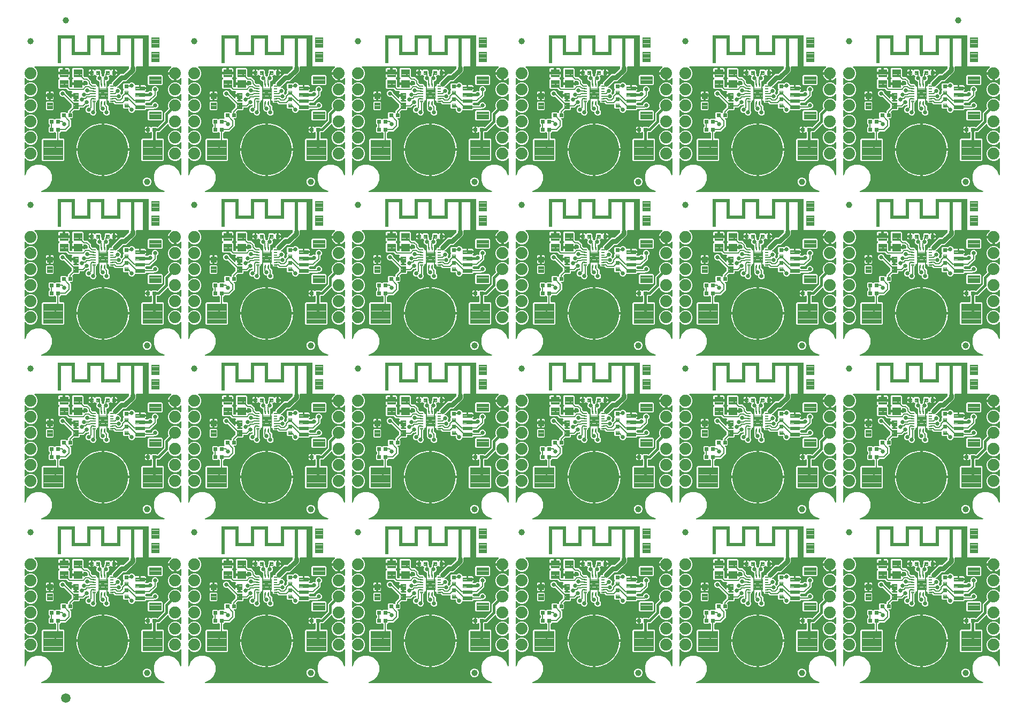
<source format=gtl>
G04 EAGLE Gerber RS-274X export*
G75*
%MOMM*%
%FSLAX34Y34*%
%LPD*%
%INTop Copper*%
%IPPOS*%
%AMOC8*
5,1,8,0,0,1.08239X$1,22.5*%
G01*
%ADD10C,0.100000*%
%ADD11C,0.102000*%
%ADD12C,0.105000*%
%ADD13C,0.096000*%
%ADD14C,1.879600*%
%ADD15C,8.000000*%
%ADD16C,0.095250*%
%ADD17C,1.000000*%
%ADD18C,0.099000*%
%ADD19C,0.101600*%
%ADD20C,1.500000*%
%ADD21C,0.660400*%
%ADD22C,0.203200*%
%ADD23C,0.762000*%
%ADD24C,0.406400*%

G36*
X1000967Y261887D02*
X1000967Y261887D01*
X1001053Y261889D01*
X1001107Y261907D01*
X1001163Y261915D01*
X1001242Y261950D01*
X1001324Y261976D01*
X1001371Y262008D01*
X1001423Y262031D01*
X1001488Y262086D01*
X1001560Y262134D01*
X1001596Y262178D01*
X1001640Y262214D01*
X1001687Y262286D01*
X1001743Y262352D01*
X1001766Y262404D01*
X1001797Y262451D01*
X1001823Y262533D01*
X1001858Y262612D01*
X1001866Y262668D01*
X1001883Y262722D01*
X1001885Y262808D01*
X1001897Y262893D01*
X1001889Y262949D01*
X1001890Y263006D01*
X1001869Y263089D01*
X1001856Y263174D01*
X1001833Y263226D01*
X1001819Y263281D01*
X1001775Y263355D01*
X1001739Y263434D01*
X1001702Y263477D01*
X1001673Y263526D01*
X1001611Y263585D01*
X1001555Y263650D01*
X1001513Y263676D01*
X1001466Y263720D01*
X1001337Y263786D01*
X1001270Y263828D01*
X994041Y266822D01*
X988182Y272681D01*
X985011Y280337D01*
X985011Y288623D01*
X988182Y296279D01*
X994041Y302138D01*
X1001697Y305309D01*
X1009983Y305309D01*
X1017639Y302138D01*
X1023498Y296279D01*
X1026492Y289050D01*
X1026536Y288976D01*
X1026571Y288897D01*
X1026608Y288854D01*
X1026637Y288805D01*
X1026699Y288746D01*
X1026755Y288680D01*
X1026802Y288649D01*
X1026843Y288610D01*
X1026920Y288570D01*
X1026991Y288523D01*
X1027045Y288505D01*
X1027096Y288479D01*
X1027180Y288463D01*
X1027262Y288437D01*
X1027319Y288435D01*
X1027375Y288424D01*
X1027460Y288432D01*
X1027546Y288430D01*
X1027601Y288444D01*
X1027658Y288449D01*
X1027738Y288480D01*
X1027821Y288501D01*
X1027870Y288530D01*
X1027923Y288551D01*
X1027992Y288603D01*
X1028066Y288647D01*
X1028105Y288688D01*
X1028150Y288722D01*
X1028202Y288791D01*
X1028260Y288854D01*
X1028286Y288905D01*
X1028320Y288950D01*
X1028351Y289031D01*
X1028390Y289107D01*
X1028398Y289156D01*
X1028421Y289216D01*
X1028432Y289361D01*
X1028445Y289438D01*
X1028445Y314228D01*
X1028441Y314257D01*
X1028444Y314286D01*
X1028421Y314397D01*
X1028405Y314509D01*
X1028393Y314536D01*
X1028388Y314565D01*
X1028335Y314666D01*
X1028289Y314769D01*
X1028270Y314791D01*
X1028257Y314817D01*
X1028179Y314899D01*
X1028106Y314986D01*
X1028081Y315002D01*
X1028061Y315023D01*
X1027963Y315081D01*
X1027869Y315143D01*
X1027841Y315152D01*
X1027816Y315167D01*
X1027706Y315195D01*
X1027598Y315229D01*
X1027568Y315230D01*
X1027540Y315237D01*
X1027427Y315234D01*
X1027314Y315237D01*
X1027285Y315229D01*
X1027256Y315228D01*
X1027148Y315193D01*
X1027039Y315165D01*
X1027013Y315150D01*
X1026985Y315141D01*
X1026922Y315095D01*
X1026794Y315019D01*
X1026751Y314974D01*
X1026712Y314946D01*
X1024871Y313105D01*
X1020763Y311403D01*
X1016317Y311403D01*
X1012209Y313105D01*
X1009065Y316249D01*
X1007363Y320357D01*
X1007363Y324803D01*
X1009065Y328911D01*
X1012209Y332055D01*
X1016317Y333757D01*
X1020763Y333757D01*
X1024871Y332055D01*
X1026712Y330214D01*
X1026736Y330196D01*
X1026755Y330174D01*
X1026849Y330111D01*
X1026939Y330043D01*
X1026967Y330033D01*
X1026991Y330017D01*
X1027099Y329982D01*
X1027205Y329942D01*
X1027234Y329940D01*
X1027262Y329931D01*
X1027376Y329928D01*
X1027488Y329918D01*
X1027517Y329924D01*
X1027546Y329923D01*
X1027656Y329952D01*
X1027767Y329974D01*
X1027793Y329988D01*
X1027821Y329995D01*
X1027919Y330053D01*
X1028019Y330105D01*
X1028041Y330126D01*
X1028066Y330141D01*
X1028143Y330223D01*
X1028225Y330301D01*
X1028240Y330326D01*
X1028260Y330348D01*
X1028312Y330449D01*
X1028369Y330546D01*
X1028376Y330575D01*
X1028390Y330601D01*
X1028403Y330678D01*
X1028439Y330822D01*
X1028437Y330884D01*
X1028445Y330932D01*
X1028445Y339628D01*
X1028441Y339657D01*
X1028444Y339686D01*
X1028421Y339797D01*
X1028405Y339909D01*
X1028393Y339936D01*
X1028388Y339965D01*
X1028335Y340066D01*
X1028289Y340169D01*
X1028270Y340191D01*
X1028257Y340217D01*
X1028179Y340299D01*
X1028106Y340386D01*
X1028081Y340402D01*
X1028061Y340423D01*
X1027963Y340481D01*
X1027869Y340543D01*
X1027841Y340552D01*
X1027816Y340567D01*
X1027706Y340595D01*
X1027598Y340629D01*
X1027568Y340630D01*
X1027540Y340637D01*
X1027427Y340634D01*
X1027314Y340637D01*
X1027285Y340629D01*
X1027256Y340628D01*
X1027148Y340593D01*
X1027039Y340565D01*
X1027013Y340550D01*
X1026985Y340541D01*
X1026922Y340495D01*
X1026794Y340419D01*
X1026751Y340374D01*
X1026712Y340346D01*
X1024871Y338505D01*
X1020763Y336803D01*
X1016317Y336803D01*
X1012209Y338505D01*
X1009065Y341649D01*
X1007363Y345757D01*
X1007363Y350203D01*
X1009065Y354311D01*
X1012209Y357455D01*
X1016317Y359157D01*
X1020763Y359157D01*
X1024871Y357455D01*
X1026712Y355614D01*
X1026736Y355596D01*
X1026755Y355574D01*
X1026849Y355511D01*
X1026939Y355443D01*
X1026967Y355433D01*
X1026991Y355417D01*
X1027099Y355382D01*
X1027205Y355342D01*
X1027234Y355340D01*
X1027262Y355331D01*
X1027376Y355328D01*
X1027488Y355318D01*
X1027517Y355324D01*
X1027546Y355323D01*
X1027656Y355352D01*
X1027767Y355374D01*
X1027793Y355388D01*
X1027821Y355395D01*
X1027919Y355453D01*
X1028019Y355505D01*
X1028041Y355526D01*
X1028066Y355541D01*
X1028143Y355623D01*
X1028225Y355701D01*
X1028240Y355726D01*
X1028260Y355748D01*
X1028312Y355849D01*
X1028369Y355946D01*
X1028376Y355975D01*
X1028390Y356001D01*
X1028403Y356078D01*
X1028439Y356222D01*
X1028437Y356284D01*
X1028445Y356332D01*
X1028445Y365028D01*
X1028441Y365057D01*
X1028444Y365086D01*
X1028421Y365197D01*
X1028405Y365309D01*
X1028393Y365336D01*
X1028388Y365365D01*
X1028335Y365466D01*
X1028289Y365569D01*
X1028270Y365591D01*
X1028257Y365617D01*
X1028179Y365699D01*
X1028106Y365786D01*
X1028081Y365802D01*
X1028061Y365823D01*
X1027963Y365881D01*
X1027869Y365943D01*
X1027841Y365952D01*
X1027816Y365967D01*
X1027706Y365995D01*
X1027598Y366029D01*
X1027568Y366030D01*
X1027540Y366037D01*
X1027427Y366034D01*
X1027314Y366037D01*
X1027285Y366029D01*
X1027256Y366028D01*
X1027148Y365993D01*
X1027039Y365965D01*
X1027013Y365950D01*
X1026985Y365941D01*
X1026922Y365895D01*
X1026794Y365819D01*
X1026751Y365774D01*
X1026712Y365746D01*
X1024871Y363905D01*
X1020763Y362203D01*
X1016317Y362203D01*
X1012209Y363905D01*
X1009065Y367049D01*
X1008150Y369257D01*
X1008092Y369356D01*
X1008039Y369458D01*
X1008020Y369478D01*
X1008006Y369502D01*
X1007922Y369581D01*
X1007843Y369664D01*
X1007819Y369678D01*
X1007799Y369697D01*
X1007697Y369750D01*
X1007598Y369808D01*
X1007571Y369815D01*
X1007546Y369828D01*
X1007433Y369850D01*
X1007322Y369878D01*
X1007294Y369877D01*
X1007267Y369883D01*
X1007153Y369873D01*
X1007038Y369869D01*
X1007012Y369861D01*
X1006984Y369858D01*
X1006877Y369817D01*
X1006768Y369782D01*
X1006747Y369767D01*
X1006719Y369756D01*
X1006506Y369596D01*
X1006494Y369587D01*
X993777Y356869D01*
X990267Y356869D01*
X990205Y356861D01*
X990150Y356862D01*
X990124Y356855D01*
X990093Y356854D01*
X990040Y356837D01*
X989985Y356829D01*
X989929Y356804D01*
X989875Y356790D01*
X989851Y356776D01*
X989822Y356767D01*
X989783Y356739D01*
X989726Y356713D01*
X989680Y356675D01*
X989630Y356645D01*
X989588Y356600D01*
X989549Y356572D01*
X989548Y356571D01*
X989531Y356548D01*
X989509Y356530D01*
X989476Y356481D01*
X989436Y356438D01*
X989410Y356388D01*
X989377Y356344D01*
X989367Y356316D01*
X989351Y356293D01*
X989334Y356239D01*
X989306Y356184D01*
X989298Y356137D01*
X989276Y356078D01*
X989273Y356047D01*
X989265Y356022D01*
X989263Y355926D01*
X989251Y355853D01*
X989251Y347599D01*
X989259Y347541D01*
X989257Y347483D01*
X989279Y347401D01*
X989291Y347317D01*
X989314Y347264D01*
X989329Y347208D01*
X989372Y347135D01*
X989407Y347058D01*
X989445Y347013D01*
X989474Y346963D01*
X989536Y346905D01*
X989590Y346841D01*
X989639Y346809D01*
X989682Y346769D01*
X989757Y346730D01*
X989827Y346683D01*
X989883Y346666D01*
X989935Y346639D01*
X990003Y346628D01*
X990098Y346598D01*
X990198Y346595D01*
X990266Y346584D01*
X999313Y346584D01*
X1000634Y345263D01*
X1000634Y312597D01*
X999313Y311276D01*
X966647Y311276D01*
X965326Y312597D01*
X965326Y345263D01*
X966647Y346584D01*
X980614Y346584D01*
X980672Y346592D01*
X980730Y346590D01*
X980812Y346612D01*
X980896Y346624D01*
X980949Y346647D01*
X981005Y346662D01*
X981078Y346705D01*
X981155Y346740D01*
X981200Y346778D01*
X981250Y346807D01*
X981308Y346869D01*
X981372Y346923D01*
X981404Y346972D01*
X981444Y347015D01*
X981483Y347090D01*
X981530Y347160D01*
X981547Y347216D01*
X981574Y347268D01*
X981585Y347336D01*
X981615Y347431D01*
X981618Y347531D01*
X981629Y347599D01*
X981629Y355853D01*
X981617Y355940D01*
X981614Y356027D01*
X981597Y356080D01*
X981589Y356135D01*
X981554Y356215D01*
X981527Y356298D01*
X981499Y356337D01*
X981473Y356394D01*
X981378Y356507D01*
X981332Y356571D01*
X981158Y356745D01*
X981111Y356780D01*
X981071Y356823D01*
X980998Y356866D01*
X980931Y356916D01*
X980876Y356937D01*
X980826Y356967D01*
X980744Y356987D01*
X980665Y357017D01*
X980607Y357022D01*
X980550Y357037D01*
X980466Y357034D01*
X980382Y357041D01*
X980324Y357030D01*
X980266Y357028D01*
X980186Y357002D01*
X980103Y356985D01*
X980051Y356958D01*
X979995Y356940D01*
X979939Y356900D01*
X979851Y356854D01*
X979778Y356785D01*
X979722Y356745D01*
X979335Y356359D01*
X978813Y356057D01*
X978231Y355901D01*
X976939Y355901D01*
X976939Y360196D01*
X976931Y360254D01*
X976933Y360312D01*
X976911Y360394D01*
X976899Y360477D01*
X976876Y360531D01*
X976861Y360587D01*
X976818Y360660D01*
X976809Y360679D01*
X976840Y360725D01*
X976857Y360781D01*
X976884Y360833D01*
X976895Y360901D01*
X976925Y360996D01*
X976928Y361096D01*
X976939Y361164D01*
X976939Y365459D01*
X978231Y365459D01*
X978813Y365303D01*
X979335Y365001D01*
X979722Y364615D01*
X979769Y364580D01*
X979809Y364537D01*
X979882Y364494D01*
X979949Y364444D01*
X980004Y364423D01*
X980054Y364393D01*
X980136Y364373D01*
X980215Y364343D01*
X980273Y364338D01*
X980330Y364323D01*
X980414Y364326D01*
X980498Y364319D01*
X980556Y364330D01*
X980614Y364332D01*
X980694Y364358D01*
X980777Y364375D01*
X980829Y364402D01*
X980885Y364420D01*
X980941Y364460D01*
X981029Y364506D01*
X981102Y364575D01*
X981158Y364615D01*
X982002Y365459D01*
X988878Y365459D01*
X989515Y364822D01*
X989562Y364787D01*
X989602Y364744D01*
X989675Y364702D01*
X989742Y364651D01*
X989797Y364630D01*
X989847Y364601D01*
X989929Y364580D01*
X990008Y364550D01*
X990066Y364545D01*
X990123Y364530D01*
X990207Y364533D01*
X990291Y364526D01*
X990348Y364538D01*
X990407Y364539D01*
X990487Y364565D01*
X990570Y364582D01*
X990622Y364609D01*
X990677Y364627D01*
X990734Y364667D01*
X990822Y364713D01*
X990895Y364782D01*
X990951Y364822D01*
X1000970Y374841D01*
X1001022Y374911D01*
X1001082Y374975D01*
X1001108Y375024D01*
X1001141Y375068D01*
X1001172Y375150D01*
X1001212Y375228D01*
X1001220Y375275D01*
X1001242Y375334D01*
X1001247Y375395D01*
X1001253Y375415D01*
X1001255Y375486D01*
X1001267Y375559D01*
X1001267Y386896D01*
X1007928Y393557D01*
X1007929Y393558D01*
X1007930Y393559D01*
X1008015Y393672D01*
X1008098Y393784D01*
X1008099Y393785D01*
X1008100Y393787D01*
X1008150Y393919D01*
X1008200Y394050D01*
X1008200Y394051D01*
X1008200Y394053D01*
X1008212Y394192D01*
X1008223Y394333D01*
X1008223Y394334D01*
X1008223Y394336D01*
X1008220Y394351D01*
X1008167Y394612D01*
X1008153Y394639D01*
X1008148Y394663D01*
X1007363Y396557D01*
X1007363Y401003D01*
X1009065Y405111D01*
X1012209Y408255D01*
X1016317Y409957D01*
X1020763Y409957D01*
X1024871Y408255D01*
X1026712Y406414D01*
X1026736Y406396D01*
X1026755Y406374D01*
X1026849Y406311D01*
X1026939Y406243D01*
X1026967Y406233D01*
X1026991Y406217D01*
X1027099Y406182D01*
X1027205Y406142D01*
X1027234Y406140D01*
X1027262Y406131D01*
X1027376Y406128D01*
X1027488Y406118D01*
X1027517Y406124D01*
X1027546Y406123D01*
X1027656Y406152D01*
X1027767Y406174D01*
X1027793Y406188D01*
X1027821Y406195D01*
X1027919Y406253D01*
X1028019Y406305D01*
X1028041Y406326D01*
X1028066Y406341D01*
X1028143Y406423D01*
X1028225Y406501D01*
X1028240Y406526D01*
X1028260Y406548D01*
X1028312Y406649D01*
X1028369Y406746D01*
X1028376Y406775D01*
X1028390Y406801D01*
X1028403Y406878D01*
X1028439Y407022D01*
X1028437Y407084D01*
X1028445Y407132D01*
X1028445Y415828D01*
X1028441Y415857D01*
X1028444Y415886D01*
X1028421Y415997D01*
X1028405Y416109D01*
X1028393Y416136D01*
X1028388Y416165D01*
X1028335Y416266D01*
X1028289Y416369D01*
X1028270Y416391D01*
X1028257Y416417D01*
X1028179Y416499D01*
X1028106Y416586D01*
X1028081Y416602D01*
X1028061Y416623D01*
X1027963Y416681D01*
X1027869Y416743D01*
X1027841Y416752D01*
X1027816Y416767D01*
X1027706Y416795D01*
X1027598Y416829D01*
X1027568Y416830D01*
X1027540Y416837D01*
X1027427Y416834D01*
X1027314Y416837D01*
X1027285Y416829D01*
X1027256Y416828D01*
X1027148Y416793D01*
X1027039Y416765D01*
X1027013Y416750D01*
X1026985Y416741D01*
X1026922Y416695D01*
X1026794Y416619D01*
X1026751Y416574D01*
X1026712Y416546D01*
X1024871Y414705D01*
X1020763Y413003D01*
X1016317Y413003D01*
X1012209Y414705D01*
X1009065Y417849D01*
X1007363Y421957D01*
X1007363Y426403D01*
X1009065Y430511D01*
X1012209Y433655D01*
X1016317Y435357D01*
X1020763Y435357D01*
X1024871Y433655D01*
X1026712Y431814D01*
X1026736Y431796D01*
X1026755Y431774D01*
X1026849Y431711D01*
X1026939Y431643D01*
X1026967Y431633D01*
X1026991Y431617D01*
X1027099Y431582D01*
X1027205Y431542D01*
X1027234Y431540D01*
X1027262Y431531D01*
X1027376Y431528D01*
X1027488Y431518D01*
X1027517Y431524D01*
X1027546Y431523D01*
X1027656Y431552D01*
X1027767Y431574D01*
X1027793Y431588D01*
X1027821Y431595D01*
X1027919Y431653D01*
X1028019Y431705D01*
X1028041Y431726D01*
X1028066Y431741D01*
X1028143Y431823D01*
X1028225Y431901D01*
X1028240Y431926D01*
X1028260Y431948D01*
X1028312Y432049D01*
X1028369Y432146D01*
X1028376Y432175D01*
X1028390Y432201D01*
X1028403Y432278D01*
X1028439Y432422D01*
X1028437Y432484D01*
X1028445Y432532D01*
X1028445Y441228D01*
X1028441Y441257D01*
X1028444Y441286D01*
X1028421Y441397D01*
X1028405Y441509D01*
X1028393Y441536D01*
X1028388Y441565D01*
X1028335Y441666D01*
X1028289Y441769D01*
X1028270Y441791D01*
X1028257Y441817D01*
X1028179Y441899D01*
X1028106Y441986D01*
X1028081Y442002D01*
X1028061Y442023D01*
X1027963Y442081D01*
X1027869Y442143D01*
X1027841Y442152D01*
X1027816Y442167D01*
X1027706Y442195D01*
X1027598Y442229D01*
X1027568Y442230D01*
X1027540Y442237D01*
X1027427Y442234D01*
X1027314Y442237D01*
X1027285Y442229D01*
X1027256Y442228D01*
X1027148Y442193D01*
X1027039Y442165D01*
X1027013Y442150D01*
X1026985Y442141D01*
X1026921Y442095D01*
X1026794Y442019D01*
X1026751Y441974D01*
X1026712Y441946D01*
X1025821Y441055D01*
X1024398Y440021D01*
X1022830Y439222D01*
X1021157Y438678D01*
X1020571Y438586D01*
X1020571Y448564D01*
X1020563Y448622D01*
X1020565Y448680D01*
X1020543Y448762D01*
X1020531Y448845D01*
X1020507Y448899D01*
X1020493Y448955D01*
X1020450Y449028D01*
X1020415Y449105D01*
X1020377Y449149D01*
X1020347Y449200D01*
X1020286Y449257D01*
X1020231Y449322D01*
X1020183Y449354D01*
X1020140Y449394D01*
X1020065Y449433D01*
X1019995Y449479D01*
X1019939Y449497D01*
X1019887Y449524D01*
X1019819Y449535D01*
X1019724Y449565D01*
X1019624Y449568D01*
X1019556Y449579D01*
X1018539Y449579D01*
X1018539Y450596D01*
X1018531Y450654D01*
X1018532Y450712D01*
X1018511Y450794D01*
X1018499Y450877D01*
X1018475Y450931D01*
X1018461Y450987D01*
X1018418Y451060D01*
X1018383Y451137D01*
X1018345Y451182D01*
X1018315Y451232D01*
X1018254Y451290D01*
X1018199Y451354D01*
X1018151Y451386D01*
X1018108Y451426D01*
X1018033Y451465D01*
X1017963Y451511D01*
X1017907Y451529D01*
X1017855Y451556D01*
X1017787Y451567D01*
X1017692Y451597D01*
X1017592Y451600D01*
X1017524Y451611D01*
X1007546Y451611D01*
X1007638Y452197D01*
X1008182Y453870D01*
X1008981Y455438D01*
X1010015Y456861D01*
X1011259Y458105D01*
X1012379Y458919D01*
X1012457Y458994D01*
X1012540Y459065D01*
X1012559Y459093D01*
X1012583Y459116D01*
X1012637Y459211D01*
X1012697Y459301D01*
X1012708Y459334D01*
X1012724Y459363D01*
X1012750Y459468D01*
X1012783Y459572D01*
X1012784Y459606D01*
X1012792Y459639D01*
X1012788Y459748D01*
X1012790Y459856D01*
X1012782Y459889D01*
X1012780Y459923D01*
X1012746Y460026D01*
X1012719Y460131D01*
X1012701Y460161D01*
X1012691Y460193D01*
X1012629Y460282D01*
X1012573Y460376D01*
X1012549Y460399D01*
X1012529Y460427D01*
X1012445Y460496D01*
X1012366Y460570D01*
X1012336Y460586D01*
X1012310Y460607D01*
X1012210Y460650D01*
X1012113Y460700D01*
X1012083Y460705D01*
X1012049Y460720D01*
X1011831Y460747D01*
X1011782Y460755D01*
X976742Y460755D01*
X976742Y510010D01*
X976732Y510022D01*
X976731Y510021D01*
X976730Y510022D01*
X926730Y510022D01*
X926718Y510012D01*
X926719Y510011D01*
X926718Y510010D01*
X926718Y483622D01*
X906742Y483622D01*
X906742Y510010D01*
X906732Y510022D01*
X906731Y510021D01*
X906730Y510022D01*
X879730Y510022D01*
X879718Y510012D01*
X879719Y510011D01*
X879718Y510010D01*
X879718Y483622D01*
X859742Y483622D01*
X859742Y510010D01*
X859732Y510022D01*
X859731Y510021D01*
X859730Y510022D01*
X832730Y510022D01*
X832718Y510012D01*
X832719Y510011D01*
X832718Y510010D01*
X832718Y465610D01*
X832729Y465598D01*
X832729Y465599D01*
X832730Y465598D01*
X837730Y465598D01*
X837742Y465609D01*
X837741Y465609D01*
X837742Y465610D01*
X837742Y504998D01*
X854718Y504998D01*
X854718Y478610D01*
X854729Y478598D01*
X854729Y478599D01*
X854730Y478598D01*
X884730Y478598D01*
X884742Y478609D01*
X884741Y478609D01*
X884742Y478610D01*
X884742Y504998D01*
X901718Y504998D01*
X901718Y478610D01*
X901729Y478598D01*
X901729Y478599D01*
X901730Y478598D01*
X931730Y478598D01*
X931742Y478609D01*
X931741Y478609D01*
X931742Y478610D01*
X931742Y504998D01*
X948718Y504998D01*
X948718Y456010D01*
X948729Y455998D01*
X948729Y455999D01*
X948730Y455998D01*
X953730Y455998D01*
X953742Y456009D01*
X953741Y456009D01*
X953742Y456010D01*
X953742Y504998D01*
X967718Y504998D01*
X967718Y460755D01*
X957834Y460755D01*
X957776Y460747D01*
X957718Y460749D01*
X957636Y460727D01*
X957552Y460715D01*
X957499Y460692D01*
X957443Y460677D01*
X957370Y460634D01*
X957293Y460599D01*
X957248Y460561D01*
X957198Y460532D01*
X957140Y460470D01*
X957076Y460416D01*
X957044Y460367D01*
X957004Y460324D01*
X956965Y460249D01*
X956918Y460179D01*
X956901Y460123D01*
X956874Y460071D01*
X956863Y460003D01*
X956833Y459908D01*
X956830Y459808D01*
X956819Y459740D01*
X956819Y454096D01*
X955968Y452042D01*
X943919Y439993D01*
X942204Y438278D01*
X940150Y437427D01*
X936733Y437427D01*
X936647Y437415D01*
X936559Y437412D01*
X936507Y437395D01*
X936452Y437387D01*
X936372Y437352D01*
X936289Y437325D01*
X936250Y437297D01*
X936193Y437271D01*
X936079Y437175D01*
X936016Y437130D01*
X927474Y428588D01*
X927456Y428565D01*
X927434Y428546D01*
X927371Y428452D01*
X927303Y428361D01*
X927293Y428334D01*
X927276Y428309D01*
X927242Y428201D01*
X927202Y428096D01*
X927199Y428066D01*
X927191Y428038D01*
X927188Y427925D01*
X927178Y427812D01*
X927184Y427784D01*
X927183Y427754D01*
X927212Y427645D01*
X927234Y427533D01*
X927248Y427507D01*
X927255Y427479D01*
X927313Y427382D01*
X927365Y427281D01*
X927385Y427260D01*
X927400Y427235D01*
X927483Y427157D01*
X927561Y427075D01*
X927586Y427060D01*
X927608Y427040D01*
X927709Y426989D01*
X927806Y426931D01*
X927835Y426924D01*
X927861Y426911D01*
X927938Y426898D01*
X928082Y426861D01*
X928144Y426863D01*
X928192Y426855D01*
X928314Y426855D01*
X930182Y426082D01*
X931611Y424653D01*
X932384Y422785D01*
X932384Y420764D01*
X931597Y418864D01*
X931597Y418863D01*
X931596Y418861D01*
X931562Y418727D01*
X931526Y418589D01*
X931526Y418587D01*
X931526Y418586D01*
X931531Y418443D01*
X931535Y418305D01*
X931535Y418303D01*
X931535Y418302D01*
X931580Y418163D01*
X931621Y418034D01*
X931622Y418033D01*
X931623Y418031D01*
X931631Y418019D01*
X931780Y417798D01*
X931803Y417778D01*
X931817Y417758D01*
X933039Y416537D01*
X933085Y416502D01*
X933126Y416459D01*
X933199Y416416D01*
X933266Y416366D01*
X933320Y416345D01*
X933371Y416315D01*
X933453Y416295D01*
X933531Y416265D01*
X933590Y416260D01*
X933646Y416245D01*
X933731Y416248D01*
X933815Y416241D01*
X933872Y416253D01*
X933930Y416254D01*
X934011Y416280D01*
X934093Y416297D01*
X934145Y416324D01*
X934201Y416342D01*
X934257Y416382D01*
X934346Y416428D01*
X934418Y416497D01*
X934474Y416537D01*
X935994Y418056D01*
X936046Y418126D01*
X936106Y418190D01*
X936132Y418239D01*
X936165Y418283D01*
X936196Y418365D01*
X936236Y418443D01*
X936244Y418491D01*
X936266Y418549D01*
X936278Y418697D01*
X936291Y418774D01*
X936291Y422618D01*
X937135Y423462D01*
X937170Y423509D01*
X937213Y423549D01*
X937256Y423622D01*
X937306Y423689D01*
X937327Y423744D01*
X937357Y423794D01*
X937377Y423876D01*
X937407Y423955D01*
X937412Y424013D01*
X937427Y424070D01*
X937424Y424154D01*
X937431Y424238D01*
X937420Y424296D01*
X937418Y424354D01*
X937392Y424434D01*
X937375Y424517D01*
X937348Y424569D01*
X937330Y424625D01*
X937290Y424681D01*
X937244Y424769D01*
X937175Y424842D01*
X937135Y424898D01*
X936291Y425742D01*
X936291Y432618D01*
X937632Y433959D01*
X944508Y433959D01*
X944638Y433829D01*
X944685Y433794D01*
X944725Y433751D01*
X944797Y433709D01*
X944865Y433658D01*
X944920Y433637D01*
X944970Y433608D01*
X945052Y433587D01*
X945131Y433557D01*
X945189Y433552D01*
X945246Y433538D01*
X945330Y433540D01*
X945414Y433533D01*
X945471Y433545D01*
X945530Y433547D01*
X945610Y433573D01*
X945693Y433589D01*
X945745Y433616D01*
X945800Y433634D01*
X945857Y433674D01*
X945945Y433720D01*
X946017Y433789D01*
X946074Y433829D01*
X947082Y434837D01*
X948949Y435611D01*
X950971Y435611D01*
X952838Y434837D01*
X954267Y433408D01*
X954989Y431665D01*
X954990Y431664D01*
X954990Y431663D01*
X955060Y431544D01*
X955134Y431421D01*
X955135Y431420D01*
X955135Y431418D01*
X955240Y431321D01*
X955340Y431225D01*
X955342Y431225D01*
X955343Y431224D01*
X955468Y431159D01*
X955593Y431095D01*
X955595Y431095D01*
X955596Y431094D01*
X955611Y431092D01*
X955872Y431040D01*
X955902Y431043D01*
X955927Y431039D01*
X961291Y431039D01*
X961291Y426744D01*
X961299Y426686D01*
X961297Y426628D01*
X961319Y426546D01*
X961331Y426463D01*
X961354Y426409D01*
X961369Y426353D01*
X961412Y426280D01*
X961447Y426203D01*
X961485Y426159D01*
X961514Y426108D01*
X961576Y426051D01*
X961630Y425986D01*
X961679Y425954D01*
X961722Y425914D01*
X961797Y425875D01*
X961867Y425829D01*
X961923Y425811D01*
X961975Y425784D01*
X962043Y425773D01*
X962138Y425743D01*
X962238Y425740D01*
X962265Y425736D01*
X962267Y425718D01*
X962266Y425660D01*
X962287Y425578D01*
X962299Y425494D01*
X962323Y425441D01*
X962337Y425385D01*
X962381Y425312D01*
X962415Y425235D01*
X962453Y425190D01*
X962483Y425140D01*
X962544Y425082D01*
X962599Y425018D01*
X962647Y424986D01*
X962690Y424946D01*
X962765Y424907D01*
X962835Y424860D01*
X962891Y424843D01*
X962943Y424816D01*
X963011Y424805D01*
X963106Y424775D01*
X963206Y424772D01*
X963274Y424761D01*
X972319Y424761D01*
X972319Y423469D01*
X972163Y422887D01*
X971861Y422365D01*
X971475Y421978D01*
X971460Y421958D01*
X971444Y421944D01*
X971427Y421919D01*
X971397Y421891D01*
X971355Y421818D01*
X971304Y421751D01*
X971289Y421713D01*
X971286Y421708D01*
X971282Y421694D01*
X971253Y421646D01*
X971233Y421564D01*
X971203Y421485D01*
X971198Y421427D01*
X971183Y421370D01*
X971186Y421286D01*
X971179Y421202D01*
X971190Y421144D01*
X971192Y421086D01*
X971218Y421006D01*
X971235Y420923D01*
X971262Y420871D01*
X971280Y420816D01*
X971320Y420759D01*
X971366Y420671D01*
X971435Y420598D01*
X971475Y420542D01*
X971649Y420368D01*
X971719Y420316D01*
X971782Y420256D01*
X971832Y420230D01*
X971876Y420197D01*
X971958Y420166D01*
X972035Y420126D01*
X972083Y420118D01*
X972141Y420096D01*
X972289Y420084D01*
X972367Y420071D01*
X975075Y420071D01*
X975162Y420083D01*
X975249Y420086D01*
X975302Y420103D01*
X975356Y420111D01*
X975436Y420146D01*
X975519Y420173D01*
X975559Y420201D01*
X975616Y420227D01*
X975729Y420323D01*
X975793Y420368D01*
X976292Y420867D01*
X978159Y421641D01*
X980181Y421641D01*
X980526Y421498D01*
X980554Y421490D01*
X980580Y421477D01*
X980691Y421455D01*
X980801Y421427D01*
X980830Y421428D01*
X980859Y421422D01*
X980972Y421432D01*
X981085Y421435D01*
X981113Y421444D01*
X981142Y421446D01*
X981248Y421487D01*
X981356Y421522D01*
X981380Y421538D01*
X981408Y421548D01*
X981498Y421617D01*
X981592Y421680D01*
X981611Y421702D01*
X981634Y421720D01*
X981702Y421811D01*
X981775Y421897D01*
X981787Y421924D01*
X981805Y421948D01*
X981845Y422054D01*
X981891Y422157D01*
X981895Y422186D01*
X981905Y422214D01*
X981914Y422326D01*
X981930Y422439D01*
X981925Y422468D01*
X981928Y422497D01*
X981910Y422573D01*
X981889Y422720D01*
X981863Y422777D01*
X981852Y422824D01*
X981709Y423169D01*
X981709Y425191D01*
X982483Y427058D01*
X983912Y428487D01*
X985779Y429261D01*
X987801Y429261D01*
X989668Y428487D01*
X991097Y427058D01*
X991871Y425191D01*
X991871Y423169D01*
X991097Y421302D01*
X989882Y420087D01*
X989830Y420017D01*
X989770Y419953D01*
X989744Y419904D01*
X989711Y419860D01*
X989680Y419778D01*
X989640Y419700D01*
X989632Y419652D01*
X989610Y419594D01*
X989598Y419446D01*
X989585Y419369D01*
X989585Y414132D01*
X978918Y403465D01*
X973334Y403465D01*
X973276Y403457D01*
X973218Y403459D01*
X973136Y403437D01*
X973052Y403425D01*
X972999Y403402D01*
X972943Y403387D01*
X972870Y403344D01*
X972793Y403309D01*
X972748Y403271D01*
X972698Y403242D01*
X972640Y403180D01*
X972576Y403126D01*
X972544Y403077D01*
X972504Y403034D01*
X972475Y402978D01*
X971475Y401978D01*
X971440Y401931D01*
X971397Y401891D01*
X971354Y401818D01*
X971304Y401751D01*
X971283Y401696D01*
X971253Y401646D01*
X971233Y401564D01*
X971203Y401485D01*
X971198Y401427D01*
X971183Y401370D01*
X971186Y401286D01*
X971179Y401202D01*
X971190Y401144D01*
X971192Y401086D01*
X971218Y401006D01*
X971235Y400923D01*
X971262Y400871D01*
X971280Y400815D01*
X971320Y400759D01*
X971366Y400671D01*
X971435Y400598D01*
X971475Y400542D01*
X972464Y399552D01*
X972475Y399529D01*
X972513Y399484D01*
X972542Y399434D01*
X972604Y399376D01*
X972658Y399312D01*
X972707Y399280D01*
X972750Y399240D01*
X972825Y399201D01*
X972895Y399154D01*
X972951Y399137D01*
X973003Y399110D01*
X973071Y399099D01*
X973166Y399069D01*
X973266Y399066D01*
X973334Y399055D01*
X980726Y399055D01*
X980728Y399055D01*
X980729Y399055D01*
X980869Y399075D01*
X981008Y399095D01*
X981009Y399095D01*
X981011Y399095D01*
X981136Y399152D01*
X981267Y399211D01*
X981268Y399212D01*
X981270Y399213D01*
X981377Y399304D01*
X981484Y399394D01*
X981485Y399396D01*
X981486Y399397D01*
X981494Y399410D01*
X981642Y399631D01*
X981651Y399660D01*
X981664Y399681D01*
X982483Y401658D01*
X983912Y403087D01*
X985779Y403861D01*
X987801Y403861D01*
X989668Y403087D01*
X991097Y401658D01*
X991871Y399791D01*
X991871Y397769D01*
X991097Y395902D01*
X989668Y394473D01*
X987801Y393699D01*
X986082Y393699D01*
X985996Y393687D01*
X985908Y393684D01*
X985855Y393667D01*
X985801Y393659D01*
X985721Y393624D01*
X985638Y393597D01*
X985598Y393569D01*
X985541Y393543D01*
X985449Y393465D01*
X973334Y393465D01*
X973276Y393457D01*
X973218Y393459D01*
X973136Y393437D01*
X973052Y393425D01*
X972999Y393402D01*
X972943Y393387D01*
X972870Y393344D01*
X972793Y393309D01*
X972748Y393271D01*
X972698Y393242D01*
X972640Y393180D01*
X972576Y393126D01*
X972544Y393077D01*
X972504Y393034D01*
X972475Y392978D01*
X970978Y391481D01*
X955745Y391481D01*
X955743Y391481D01*
X955742Y391481D01*
X955602Y391461D01*
X955463Y391441D01*
X955462Y391441D01*
X955460Y391441D01*
X955333Y391383D01*
X955204Y391325D01*
X955203Y391324D01*
X955201Y391323D01*
X955094Y391232D01*
X954987Y391142D01*
X954986Y391140D01*
X954985Y391139D01*
X954977Y391126D01*
X954829Y390905D01*
X954820Y390876D01*
X954807Y390855D01*
X954267Y389552D01*
X952838Y388123D01*
X950971Y387349D01*
X948949Y387349D01*
X947082Y388123D01*
X945653Y389552D01*
X944879Y391419D01*
X944879Y393066D01*
X944871Y393124D01*
X944873Y393182D01*
X944851Y393264D01*
X944839Y393348D01*
X944816Y393401D01*
X944801Y393457D01*
X944758Y393530D01*
X944723Y393607D01*
X944685Y393652D01*
X944656Y393702D01*
X944594Y393760D01*
X944540Y393824D01*
X944491Y393856D01*
X944448Y393896D01*
X944373Y393935D01*
X944303Y393982D01*
X944247Y393999D01*
X944195Y394026D01*
X944127Y394037D01*
X944032Y394067D01*
X943932Y394070D01*
X943864Y394081D01*
X937632Y394081D01*
X936291Y395422D01*
X936291Y399480D01*
X936283Y399538D01*
X936285Y399596D01*
X936263Y399678D01*
X936251Y399762D01*
X936228Y399815D01*
X936213Y399871D01*
X936170Y399944D01*
X936135Y400021D01*
X936097Y400066D01*
X936068Y400116D01*
X936006Y400174D01*
X935952Y400238D01*
X935903Y400270D01*
X935860Y400310D01*
X935785Y400349D01*
X935715Y400396D01*
X935659Y400413D01*
X935607Y400440D01*
X935539Y400451D01*
X935444Y400481D01*
X935344Y400484D01*
X935276Y400495D01*
X923686Y400495D01*
X921444Y402738D01*
X921374Y402790D01*
X921310Y402850D01*
X921261Y402876D01*
X921217Y402909D01*
X921135Y402940D01*
X921057Y402980D01*
X921009Y402988D01*
X920951Y403010D01*
X920803Y403022D01*
X920726Y403035D01*
X916760Y403035D01*
X916723Y403038D01*
X916646Y403051D01*
X915302Y403051D01*
X913961Y404392D01*
X913961Y405384D01*
X913953Y405442D01*
X913955Y405500D01*
X913933Y405582D01*
X913921Y405666D01*
X913898Y405719D01*
X913883Y405775D01*
X913840Y405848D01*
X913805Y405925D01*
X913767Y405970D01*
X913738Y406020D01*
X913676Y406078D01*
X913622Y406142D01*
X913573Y406174D01*
X913530Y406214D01*
X913455Y406253D01*
X913385Y406300D01*
X913329Y406317D01*
X913277Y406344D01*
X913209Y406355D01*
X913114Y406385D01*
X913014Y406388D01*
X912946Y406399D01*
X912604Y406399D01*
X911749Y407254D01*
X911679Y407306D01*
X911615Y407366D01*
X911566Y407392D01*
X911522Y407425D01*
X911440Y407456D01*
X911362Y407496D01*
X911315Y407504D01*
X911256Y407526D01*
X911108Y407538D01*
X911031Y407551D01*
X910534Y407551D01*
X910476Y407543D01*
X910418Y407545D01*
X910336Y407523D01*
X910252Y407511D01*
X910199Y407488D01*
X910143Y407473D01*
X910070Y407430D01*
X909993Y407395D01*
X909948Y407357D01*
X909898Y407328D01*
X909840Y407266D01*
X909776Y407212D01*
X909744Y407163D01*
X909704Y407120D01*
X909665Y407045D01*
X909618Y406975D01*
X909601Y406919D01*
X909574Y406867D01*
X909563Y406799D01*
X909533Y406704D01*
X909530Y406604D01*
X909519Y406536D01*
X909519Y405424D01*
X909531Y405338D01*
X909534Y405250D01*
X909535Y405247D01*
X909535Y401922D01*
X909542Y401873D01*
X909541Y401863D01*
X909545Y401849D01*
X909547Y401836D01*
X909550Y401748D01*
X909567Y401695D01*
X909575Y401641D01*
X909610Y401561D01*
X909637Y401478D01*
X909665Y401438D01*
X909691Y401381D01*
X909787Y401268D01*
X909832Y401204D01*
X913131Y397906D01*
X913131Y392669D01*
X913143Y392582D01*
X913146Y392495D01*
X913163Y392442D01*
X913171Y392388D01*
X913206Y392308D01*
X913233Y392225D01*
X913261Y392185D01*
X913287Y392128D01*
X913383Y392015D01*
X913428Y391951D01*
X914643Y390736D01*
X915417Y388869D01*
X915417Y386847D01*
X914643Y384980D01*
X913214Y383551D01*
X911347Y382777D01*
X909325Y382777D01*
X907458Y383551D01*
X906029Y384980D01*
X905255Y386847D01*
X905255Y388196D01*
X905247Y388254D01*
X905249Y388312D01*
X905227Y388394D01*
X905215Y388478D01*
X905192Y388531D01*
X905177Y388587D01*
X905134Y388660D01*
X905099Y388737D01*
X905061Y388782D01*
X905032Y388832D01*
X904970Y388890D01*
X904916Y388954D01*
X904867Y388986D01*
X904824Y389026D01*
X904749Y389065D01*
X904679Y389112D01*
X904623Y389129D01*
X904571Y389156D01*
X904503Y389167D01*
X904408Y389197D01*
X904308Y389200D01*
X904240Y389211D01*
X902975Y389211D01*
X901108Y389985D01*
X899679Y391414D01*
X898905Y393281D01*
X898905Y395357D01*
X898939Y395488D01*
X898937Y395552D01*
X898945Y395601D01*
X898945Y405311D01*
X898948Y405347D01*
X898961Y405424D01*
X898961Y406536D01*
X898953Y406594D01*
X898955Y406652D01*
X898933Y406734D01*
X898921Y406818D01*
X898898Y406871D01*
X898883Y406927D01*
X898840Y407000D01*
X898805Y407077D01*
X898767Y407122D01*
X898738Y407172D01*
X898676Y407230D01*
X898622Y407294D01*
X898573Y407326D01*
X898530Y407366D01*
X898455Y407405D01*
X898385Y407452D01*
X898329Y407469D01*
X898277Y407496D01*
X898209Y407507D01*
X898114Y407537D01*
X898014Y407540D01*
X897946Y407551D01*
X897449Y407551D01*
X897362Y407539D01*
X897275Y407536D01*
X897222Y407519D01*
X897167Y407511D01*
X897088Y407476D01*
X897004Y407449D01*
X896965Y407421D01*
X896908Y407395D01*
X896795Y407299D01*
X896731Y407254D01*
X895876Y406399D01*
X895534Y406399D01*
X895476Y406391D01*
X895418Y406393D01*
X895336Y406371D01*
X895252Y406359D01*
X895199Y406336D01*
X895143Y406321D01*
X895070Y406278D01*
X894993Y406243D01*
X894948Y406205D01*
X894898Y406176D01*
X894840Y406114D01*
X894776Y406060D01*
X894744Y406011D01*
X894704Y405968D01*
X894665Y405893D01*
X894618Y405823D01*
X894601Y405767D01*
X894574Y405715D01*
X894563Y405647D01*
X894533Y405552D01*
X894530Y405452D01*
X894519Y405384D01*
X894519Y404392D01*
X893332Y403205D01*
X893280Y403136D01*
X893220Y403072D01*
X893194Y403022D01*
X893161Y402978D01*
X893130Y402896D01*
X893090Y402818D01*
X893082Y402771D01*
X893060Y402712D01*
X893048Y402565D01*
X893035Y402487D01*
X893035Y391683D01*
X893047Y391596D01*
X893050Y391509D01*
X893067Y391456D01*
X893075Y391402D01*
X893110Y391322D01*
X893137Y391239D01*
X893165Y391199D01*
X893191Y391142D01*
X893287Y391029D01*
X893297Y391014D01*
X894081Y389123D01*
X894081Y387101D01*
X893307Y385234D01*
X891878Y383805D01*
X890011Y383031D01*
X887989Y383031D01*
X886122Y383805D01*
X884693Y385234D01*
X884125Y386605D01*
X884095Y386656D01*
X884074Y386710D01*
X884023Y386778D01*
X883980Y386850D01*
X883938Y386890D01*
X883902Y386937D01*
X883835Y386987D01*
X883774Y387045D01*
X883721Y387072D01*
X883675Y387107D01*
X883596Y387137D01*
X883521Y387176D01*
X883463Y387187D01*
X883409Y387207D01*
X883325Y387214D01*
X883242Y387231D01*
X883184Y387226D01*
X883125Y387230D01*
X883058Y387215D01*
X882959Y387206D01*
X882866Y387170D01*
X882798Y387155D01*
X882655Y387095D01*
X880633Y387095D01*
X878766Y387869D01*
X877337Y389298D01*
X876563Y391165D01*
X876563Y393187D01*
X877337Y395054D01*
X878766Y396483D01*
X880633Y397257D01*
X881136Y397257D01*
X881194Y397265D01*
X881252Y397263D01*
X881334Y397285D01*
X881418Y397297D01*
X881471Y397320D01*
X881527Y397335D01*
X881600Y397378D01*
X881677Y397413D01*
X881722Y397451D01*
X881772Y397480D01*
X881830Y397542D01*
X881894Y397596D01*
X881926Y397645D01*
X881966Y397688D01*
X882005Y397763D01*
X882052Y397833D01*
X882069Y397889D01*
X882096Y397941D01*
X882107Y398009D01*
X882137Y398104D01*
X882140Y398204D01*
X882151Y398272D01*
X882151Y398931D01*
X882135Y399045D01*
X882125Y399159D01*
X882115Y399185D01*
X882111Y399213D01*
X882064Y399318D01*
X882023Y399425D01*
X882007Y399447D01*
X881995Y399472D01*
X881921Y399560D01*
X881852Y399651D01*
X881829Y399668D01*
X881812Y399689D01*
X881716Y399753D01*
X881624Y399822D01*
X881598Y399831D01*
X881575Y399847D01*
X881465Y399881D01*
X881358Y399922D01*
X881330Y399924D01*
X881304Y399933D01*
X881189Y399935D01*
X881075Y399945D01*
X881050Y399939D01*
X881020Y399940D01*
X880763Y399873D01*
X880747Y399869D01*
X879343Y399287D01*
X877624Y399287D01*
X877538Y399275D01*
X877450Y399272D01*
X877397Y399255D01*
X877343Y399247D01*
X877263Y399212D01*
X877180Y399185D01*
X877140Y399157D01*
X877083Y399131D01*
X876970Y399035D01*
X876906Y398990D01*
X875456Y397540D01*
X873522Y395605D01*
X868534Y395605D01*
X868476Y395597D01*
X868418Y395599D01*
X868336Y395577D01*
X868252Y395565D01*
X868199Y395542D01*
X868143Y395527D01*
X868070Y395484D01*
X867993Y395449D01*
X867948Y395411D01*
X867898Y395382D01*
X867840Y395320D01*
X867776Y395266D01*
X867744Y395217D01*
X867704Y395174D01*
X867665Y395099D01*
X867618Y395029D01*
X867601Y394973D01*
X867574Y394921D01*
X867563Y394853D01*
X867533Y394758D01*
X867530Y394658D01*
X867519Y394590D01*
X867519Y392953D01*
X866187Y391621D01*
X858834Y391621D01*
X858748Y391609D01*
X858660Y391606D01*
X858607Y391589D01*
X858553Y391581D01*
X858473Y391546D01*
X858390Y391519D01*
X858350Y391491D01*
X858293Y391465D01*
X858180Y391369D01*
X858116Y391324D01*
X856037Y389245D01*
X856002Y389198D01*
X855960Y389158D01*
X855917Y389085D01*
X855867Y389018D01*
X855846Y388963D01*
X855816Y388913D01*
X855795Y388831D01*
X855765Y388752D01*
X855760Y388694D01*
X855746Y388637D01*
X855749Y388553D01*
X855742Y388469D01*
X855753Y388412D01*
X855755Y388353D01*
X855781Y388273D01*
X855798Y388190D01*
X855825Y388138D01*
X855843Y388083D01*
X855883Y388026D01*
X855929Y387938D01*
X855997Y387866D01*
X856037Y387809D01*
X856869Y386978D01*
X856869Y380102D01*
X855528Y378761D01*
X853321Y378761D01*
X853292Y378757D01*
X853263Y378760D01*
X853151Y378737D01*
X853039Y378721D01*
X853013Y378709D01*
X852984Y378704D01*
X852883Y378651D01*
X852780Y378605D01*
X852758Y378586D01*
X852731Y378573D01*
X852649Y378495D01*
X852563Y378422D01*
X852547Y378397D01*
X852525Y378377D01*
X852468Y378279D01*
X852405Y378185D01*
X852396Y378157D01*
X852382Y378132D01*
X852354Y378022D01*
X852320Y377914D01*
X852319Y377884D01*
X852312Y377856D01*
X852315Y377743D01*
X852312Y377630D01*
X852320Y377601D01*
X852321Y377572D01*
X852355Y377464D01*
X852384Y377355D01*
X852399Y377329D01*
X852408Y377301D01*
X852454Y377237D01*
X852529Y377110D01*
X852575Y377067D01*
X852603Y377028D01*
X853695Y375936D01*
X853695Y365872D01*
X845708Y357885D01*
X838834Y357885D01*
X838776Y357877D01*
X838718Y357879D01*
X838636Y357857D01*
X838552Y357845D01*
X838499Y357822D01*
X838443Y357807D01*
X838370Y357764D01*
X838293Y357729D01*
X838248Y357691D01*
X838198Y357662D01*
X838140Y357600D01*
X838076Y357546D01*
X838044Y357497D01*
X838004Y357454D01*
X837975Y357398D01*
X836332Y355756D01*
X836309Y355745D01*
X836264Y355707D01*
X836214Y355678D01*
X836156Y355616D01*
X836092Y355562D01*
X836060Y355513D01*
X836020Y355470D01*
X835981Y355395D01*
X835934Y355325D01*
X835917Y355269D01*
X835890Y355217D01*
X835879Y355149D01*
X835849Y355054D01*
X835846Y354954D01*
X835835Y354886D01*
X835835Y347599D01*
X835843Y347541D01*
X835841Y347483D01*
X835863Y347401D01*
X835875Y347317D01*
X835898Y347264D01*
X835913Y347208D01*
X835956Y347135D01*
X835991Y347058D01*
X836029Y347013D01*
X836058Y346963D01*
X836120Y346905D01*
X836174Y346841D01*
X836223Y346809D01*
X836266Y346769D01*
X836341Y346730D01*
X836411Y346683D01*
X836467Y346666D01*
X836519Y346639D01*
X836587Y346628D01*
X836682Y346598D01*
X836782Y346595D01*
X836850Y346584D01*
X841833Y346584D01*
X843154Y345263D01*
X843154Y312597D01*
X841833Y311276D01*
X809167Y311276D01*
X807846Y312597D01*
X807846Y345263D01*
X809167Y346584D01*
X829230Y346584D01*
X829288Y346592D01*
X829346Y346590D01*
X829428Y346612D01*
X829512Y346624D01*
X829565Y346647D01*
X829621Y346662D01*
X829694Y346705D01*
X829771Y346740D01*
X829816Y346778D01*
X829866Y346807D01*
X829924Y346869D01*
X829988Y346923D01*
X830020Y346972D01*
X830060Y347015D01*
X830099Y347090D01*
X830146Y347160D01*
X830163Y347216D01*
X830190Y347268D01*
X830201Y347336D01*
X830231Y347431D01*
X830234Y347531D01*
X830245Y347599D01*
X830245Y354886D01*
X830237Y354944D01*
X830239Y355002D01*
X830217Y355084D01*
X830205Y355168D01*
X830182Y355221D01*
X830167Y355277D01*
X830124Y355350D01*
X830089Y355427D01*
X830051Y355472D01*
X830022Y355522D01*
X829960Y355580D01*
X829906Y355644D01*
X829857Y355676D01*
X829814Y355716D01*
X829758Y355745D01*
X828758Y356745D01*
X828711Y356780D01*
X828671Y356823D01*
X828598Y356866D01*
X828531Y356916D01*
X828476Y356937D01*
X828426Y356967D01*
X828344Y356987D01*
X828265Y357017D01*
X828207Y357022D01*
X828150Y357037D01*
X828066Y357034D01*
X827982Y357041D01*
X827924Y357030D01*
X827866Y357028D01*
X827786Y357002D01*
X827703Y356985D01*
X827651Y356958D01*
X827595Y356940D01*
X827539Y356900D01*
X827451Y356854D01*
X827378Y356785D01*
X827322Y356745D01*
X826478Y355901D01*
X819602Y355901D01*
X818261Y357242D01*
X818261Y364118D01*
X819748Y365604D01*
X819771Y365615D01*
X819816Y365653D01*
X819866Y365682D01*
X819924Y365744D01*
X819988Y365798D01*
X820020Y365847D01*
X820060Y365890D01*
X820099Y365965D01*
X820146Y366035D01*
X820163Y366091D01*
X820190Y366143D01*
X820201Y366211D01*
X820231Y366306D01*
X820234Y366406D01*
X820245Y366474D01*
X820245Y367586D01*
X820237Y367644D01*
X820239Y367702D01*
X820217Y367784D01*
X820205Y367868D01*
X820182Y367921D01*
X820167Y367977D01*
X820124Y368050D01*
X820089Y368127D01*
X820051Y368172D01*
X820022Y368222D01*
X819960Y368280D01*
X819906Y368344D01*
X819857Y368376D01*
X819814Y368416D01*
X819758Y368445D01*
X818261Y369942D01*
X818261Y376818D01*
X819602Y378159D01*
X826478Y378159D01*
X827322Y377315D01*
X827369Y377280D01*
X827409Y377237D01*
X827482Y377194D01*
X827549Y377144D01*
X827604Y377123D01*
X827654Y377093D01*
X827736Y377073D01*
X827815Y377043D01*
X827873Y377038D01*
X827930Y377023D01*
X828014Y377026D01*
X828098Y377019D01*
X828156Y377030D01*
X828214Y377032D01*
X828294Y377058D01*
X828377Y377075D01*
X828429Y377102D01*
X828485Y377120D01*
X828541Y377160D01*
X828629Y377206D01*
X828702Y377275D01*
X828758Y377315D01*
X829602Y378159D01*
X836803Y378159D01*
X836833Y378163D01*
X836862Y378160D01*
X836973Y378183D01*
X837085Y378199D01*
X837112Y378211D01*
X837141Y378216D01*
X837241Y378269D01*
X837344Y378315D01*
X837367Y378334D01*
X837393Y378347D01*
X837475Y378425D01*
X837561Y378498D01*
X837578Y378523D01*
X837599Y378543D01*
X837656Y378641D01*
X837719Y378735D01*
X837728Y378763D01*
X837743Y378788D01*
X837771Y378898D01*
X837805Y379006D01*
X837806Y379036D01*
X837813Y379064D01*
X837809Y379177D01*
X837812Y379290D01*
X837805Y379319D01*
X837804Y379348D01*
X837769Y379456D01*
X837740Y379565D01*
X837725Y379591D01*
X837716Y379619D01*
X837671Y379683D01*
X837595Y379810D01*
X837549Y379853D01*
X837521Y379892D01*
X837311Y380102D01*
X837311Y386978D01*
X838652Y388319D01*
X845528Y388319D01*
X846372Y387475D01*
X846419Y387440D01*
X846459Y387397D01*
X846532Y387354D01*
X846599Y387304D01*
X846654Y387283D01*
X846704Y387253D01*
X846786Y387233D01*
X846865Y387203D01*
X846923Y387198D01*
X846980Y387183D01*
X847064Y387186D01*
X847148Y387179D01*
X847206Y387190D01*
X847264Y387192D01*
X847344Y387218D01*
X847427Y387235D01*
X847479Y387262D01*
X847535Y387280D01*
X847591Y387320D01*
X847679Y387366D01*
X847752Y387435D01*
X847808Y387475D01*
X848798Y388464D01*
X848821Y388475D01*
X848866Y388513D01*
X848916Y388542D01*
X848974Y388604D01*
X849038Y388658D01*
X849070Y388707D01*
X849110Y388750D01*
X849149Y388825D01*
X849196Y388895D01*
X849213Y388951D01*
X849240Y389003D01*
X849251Y389071D01*
X849281Y389166D01*
X849284Y389266D01*
X849295Y389334D01*
X849295Y390408D01*
X854664Y395776D01*
X854716Y395846D01*
X854776Y395910D01*
X854802Y395959D01*
X854835Y396003D01*
X854866Y396085D01*
X854906Y396163D01*
X854914Y396211D01*
X854936Y396269D01*
X854948Y396417D01*
X854961Y396494D01*
X854961Y400306D01*
X854949Y400392D01*
X854946Y400480D01*
X854929Y400533D01*
X854921Y400587D01*
X854886Y400667D01*
X854859Y400750D01*
X854831Y400790D01*
X854805Y400847D01*
X854709Y400960D01*
X854664Y401024D01*
X843070Y412617D01*
X843069Y412618D01*
X843068Y412620D01*
X842953Y412706D01*
X842843Y412788D01*
X842841Y412789D01*
X842840Y412790D01*
X842705Y412841D01*
X842577Y412890D01*
X842576Y412890D01*
X842574Y412890D01*
X842432Y412902D01*
X842294Y412913D01*
X842292Y412913D01*
X842291Y412913D01*
X842276Y412909D01*
X842015Y412857D01*
X841988Y412843D01*
X841964Y412838D01*
X841751Y412749D01*
X839729Y412749D01*
X837862Y413523D01*
X836433Y414952D01*
X835659Y416819D01*
X835659Y418841D01*
X836433Y420708D01*
X837862Y422137D01*
X839729Y422911D01*
X841751Y422911D01*
X843618Y422137D01*
X845047Y420708D01*
X845821Y418841D01*
X845821Y418192D01*
X845828Y418139D01*
X845827Y418107D01*
X845834Y418083D01*
X845836Y418018D01*
X845853Y417965D01*
X845861Y417911D01*
X845896Y417831D01*
X845923Y417748D01*
X845951Y417708D01*
X845977Y417651D01*
X846073Y417538D01*
X846118Y417474D01*
X853228Y410364D01*
X853252Y410347D01*
X853271Y410324D01*
X853327Y410287D01*
X853327Y410286D01*
X853328Y410286D01*
X853365Y410261D01*
X853455Y410193D01*
X853483Y410183D01*
X853507Y410167D01*
X853615Y410132D01*
X853721Y410092D01*
X853750Y410090D01*
X853778Y410081D01*
X853892Y410078D01*
X854004Y410069D01*
X854033Y410074D01*
X854062Y410074D01*
X854172Y410102D01*
X854283Y410124D01*
X854309Y410138D01*
X854337Y410145D01*
X854435Y410203D01*
X854535Y410255D01*
X854557Y410276D01*
X854582Y410291D01*
X854659Y410373D01*
X854741Y410451D01*
X854756Y410477D01*
X854776Y410498D01*
X854828Y410599D01*
X854885Y410696D01*
X854892Y410725D01*
X854906Y410751D01*
X854919Y410828D01*
X854955Y410972D01*
X854953Y411034D01*
X854961Y411082D01*
X854961Y412369D01*
X859209Y412369D01*
X859209Y407621D01*
X858422Y407621D01*
X858393Y407617D01*
X858364Y407620D01*
X858253Y407597D01*
X858141Y407581D01*
X858114Y407569D01*
X858085Y407564D01*
X857984Y407511D01*
X857881Y407465D01*
X857859Y407446D01*
X857833Y407433D01*
X857751Y407355D01*
X857664Y407282D01*
X857648Y407257D01*
X857627Y407237D01*
X857569Y407139D01*
X857507Y407045D01*
X857498Y407017D01*
X857483Y406992D01*
X857455Y406882D01*
X857421Y406774D01*
X857420Y406744D01*
X857413Y406716D01*
X857416Y406603D01*
X857414Y406490D01*
X857421Y406461D01*
X857422Y406432D01*
X857457Y406324D01*
X857485Y406215D01*
X857500Y406189D01*
X857509Y406161D01*
X857555Y406098D01*
X857631Y405970D01*
X857676Y405927D01*
X857704Y405888D01*
X858116Y405476D01*
X858186Y405424D01*
X858250Y405364D01*
X858299Y405338D01*
X858343Y405305D01*
X858425Y405274D01*
X858503Y405234D01*
X858551Y405226D01*
X858609Y405204D01*
X858757Y405192D01*
X858834Y405179D01*
X865295Y405179D01*
X865408Y405195D01*
X865523Y405205D01*
X865549Y405215D01*
X865576Y405219D01*
X865681Y405265D01*
X865788Y405307D01*
X865810Y405323D01*
X865836Y405335D01*
X865923Y405409D01*
X866015Y405478D01*
X866032Y405501D01*
X866053Y405518D01*
X866116Y405614D01*
X866185Y405706D01*
X866195Y405732D01*
X866210Y405755D01*
X866245Y405865D01*
X866285Y405972D01*
X866288Y406000D01*
X866296Y406026D01*
X866299Y406141D01*
X866308Y406255D01*
X866303Y406280D01*
X866303Y406310D01*
X866236Y406567D01*
X866233Y406582D01*
X866062Y406995D01*
X866061Y406996D01*
X866061Y406997D01*
X865993Y407111D01*
X865918Y407239D01*
X865916Y407240D01*
X865916Y407242D01*
X865811Y407340D01*
X865711Y407435D01*
X865709Y407435D01*
X865708Y407436D01*
X865583Y407501D01*
X865458Y407565D01*
X865457Y407565D01*
X865455Y407566D01*
X865440Y407568D01*
X865179Y407620D01*
X865149Y407617D01*
X865124Y407621D01*
X863271Y407621D01*
X863271Y413384D01*
X863263Y413442D01*
X863264Y413500D01*
X863243Y413582D01*
X863231Y413665D01*
X863207Y413719D01*
X863193Y413775D01*
X863150Y413848D01*
X863115Y413925D01*
X863077Y413969D01*
X863047Y414020D01*
X862986Y414077D01*
X862931Y414142D01*
X862883Y414174D01*
X862840Y414214D01*
X862765Y414253D01*
X862695Y414299D01*
X862639Y414317D01*
X862587Y414344D01*
X862519Y414355D01*
X862424Y414385D01*
X862324Y414388D01*
X862256Y414399D01*
X861239Y414399D01*
X861239Y415416D01*
X861231Y415474D01*
X861232Y415532D01*
X861211Y415614D01*
X861199Y415697D01*
X861175Y415751D01*
X861161Y415807D01*
X861118Y415880D01*
X861083Y415957D01*
X861045Y416001D01*
X861015Y416052D01*
X860954Y416109D01*
X860899Y416174D01*
X860851Y416206D01*
X860808Y416246D01*
X860733Y416285D01*
X860663Y416331D01*
X860607Y416349D01*
X860555Y416376D01*
X860487Y416387D01*
X860392Y416417D01*
X860292Y416420D01*
X860224Y416431D01*
X854961Y416431D01*
X854961Y419204D01*
X855116Y419783D01*
X855443Y420348D01*
X855457Y420385D01*
X855479Y420417D01*
X855510Y420516D01*
X855549Y420612D01*
X855553Y420651D01*
X855565Y420688D01*
X855568Y420792D01*
X855578Y420895D01*
X855571Y420933D01*
X855572Y420972D01*
X855546Y421073D01*
X855528Y421175D01*
X855510Y421210D01*
X855500Y421247D01*
X855448Y421336D01*
X855401Y421429D01*
X855375Y421458D01*
X855355Y421492D01*
X855280Y421563D01*
X855210Y421639D01*
X855176Y421660D01*
X855148Y421686D01*
X855056Y421734D01*
X854967Y421788D01*
X854929Y421798D01*
X854895Y421816D01*
X854818Y421829D01*
X854693Y421863D01*
X854619Y421862D01*
X854564Y421871D01*
X850076Y421871D01*
X846564Y425384D01*
X846494Y425436D01*
X846430Y425496D01*
X846381Y425522D01*
X846337Y425555D01*
X846255Y425586D01*
X846177Y425626D01*
X846129Y425634D01*
X846071Y425656D01*
X845923Y425668D01*
X845846Y425681D01*
X834984Y425681D01*
X833661Y427004D01*
X833661Y439916D01*
X835084Y441339D01*
X835114Y441378D01*
X835150Y441411D01*
X835199Y441491D01*
X835255Y441566D01*
X835273Y441611D01*
X835298Y441653D01*
X835323Y441744D01*
X835356Y441831D01*
X835360Y441880D01*
X835373Y441927D01*
X835372Y442021D01*
X835380Y442115D01*
X835370Y442163D01*
X835370Y442211D01*
X835343Y442301D01*
X835324Y442394D01*
X835302Y442437D01*
X835288Y442484D01*
X835236Y442562D01*
X835193Y442646D01*
X835160Y442681D01*
X835133Y442722D01*
X835076Y442769D01*
X834997Y442852D01*
X834922Y442896D01*
X834874Y442936D01*
X834533Y443133D01*
X834113Y443553D01*
X833815Y444068D01*
X833661Y444643D01*
X833661Y448429D01*
X841424Y448429D01*
X841482Y448437D01*
X841540Y448435D01*
X841622Y448457D01*
X841705Y448469D01*
X841759Y448493D01*
X841815Y448507D01*
X841888Y448550D01*
X841965Y448585D01*
X842009Y448623D01*
X842060Y448653D01*
X842117Y448714D01*
X842182Y448769D01*
X842214Y448817D01*
X842254Y448860D01*
X842293Y448935D01*
X842339Y449005D01*
X842357Y449061D01*
X842384Y449113D01*
X842395Y449181D01*
X842425Y449276D01*
X842428Y449376D01*
X842439Y449444D01*
X842439Y450461D01*
X842441Y450461D01*
X842441Y449444D01*
X842449Y449386D01*
X842448Y449328D01*
X842469Y449246D01*
X842481Y449163D01*
X842505Y449109D01*
X842519Y449053D01*
X842562Y448980D01*
X842597Y448903D01*
X842635Y448858D01*
X842665Y448808D01*
X842726Y448750D01*
X842781Y448686D01*
X842829Y448654D01*
X842872Y448614D01*
X842947Y448575D01*
X843017Y448529D01*
X843073Y448511D01*
X843125Y448484D01*
X843193Y448473D01*
X843288Y448443D01*
X843388Y448440D01*
X843456Y448429D01*
X851219Y448429D01*
X851219Y444643D01*
X851065Y444068D01*
X850767Y443553D01*
X850347Y443133D01*
X850006Y442936D01*
X849968Y442906D01*
X849924Y442883D01*
X849856Y442818D01*
X849782Y442761D01*
X849753Y442721D01*
X849718Y442687D01*
X849671Y442606D01*
X849616Y442530D01*
X849599Y442484D01*
X849574Y442442D01*
X849551Y442351D01*
X849519Y442263D01*
X849516Y442214D01*
X849504Y442167D01*
X849507Y442073D01*
X849501Y441979D01*
X849512Y441931D01*
X849513Y441882D01*
X849542Y441793D01*
X849563Y441701D01*
X849586Y441658D01*
X849601Y441612D01*
X849644Y441551D01*
X849698Y441451D01*
X849759Y441390D01*
X849796Y441339D01*
X851219Y439916D01*
X851219Y429054D01*
X851231Y428968D01*
X851234Y428880D01*
X851251Y428827D01*
X851259Y428773D01*
X851294Y428693D01*
X851321Y428610D01*
X851349Y428570D01*
X851375Y428513D01*
X851471Y428400D01*
X851516Y428336D01*
X852094Y427758D01*
X852164Y427706D01*
X852228Y427646D01*
X852277Y427620D01*
X852321Y427587D01*
X852403Y427556D01*
X852481Y427516D01*
X852529Y427508D01*
X852587Y427486D01*
X852735Y427474D01*
X852812Y427461D01*
X854646Y427461D01*
X854704Y427469D01*
X854762Y427467D01*
X854844Y427489D01*
X854928Y427501D01*
X854981Y427524D01*
X855037Y427539D01*
X855110Y427582D01*
X855187Y427617D01*
X855232Y427655D01*
X855282Y427684D01*
X855340Y427746D01*
X855404Y427800D01*
X855436Y427849D01*
X855476Y427892D01*
X855515Y427967D01*
X855562Y428037D01*
X855579Y428093D01*
X855606Y428145D01*
X855617Y428213D01*
X855647Y428308D01*
X855650Y428408D01*
X855661Y428476D01*
X855661Y431429D01*
X863424Y431429D01*
X863482Y431437D01*
X863540Y431435D01*
X863622Y431457D01*
X863705Y431469D01*
X863759Y431493D01*
X863815Y431507D01*
X863888Y431550D01*
X863965Y431585D01*
X864009Y431623D01*
X864060Y431653D01*
X864117Y431714D01*
X864182Y431769D01*
X864214Y431817D01*
X864254Y431860D01*
X864293Y431935D01*
X864339Y432005D01*
X864357Y432061D01*
X864384Y432113D01*
X864395Y432181D01*
X864425Y432276D01*
X864428Y432376D01*
X864439Y432444D01*
X864439Y434476D01*
X864431Y434532D01*
X864432Y434584D01*
X864432Y434592D01*
X864411Y434674D01*
X864399Y434757D01*
X864375Y434811D01*
X864361Y434867D01*
X864318Y434940D01*
X864283Y435017D01*
X864245Y435061D01*
X864215Y435112D01*
X864154Y435169D01*
X864099Y435234D01*
X864051Y435266D01*
X864008Y435306D01*
X863933Y435345D01*
X863863Y435391D01*
X863807Y435409D01*
X863755Y435436D01*
X863687Y435447D01*
X863592Y435477D01*
X863492Y435480D01*
X863424Y435491D01*
X855661Y435491D01*
X855661Y439277D01*
X855815Y439852D01*
X856113Y440367D01*
X856533Y440787D01*
X856874Y440984D01*
X856912Y441014D01*
X856956Y441037D01*
X857024Y441102D01*
X857098Y441159D01*
X857127Y441199D01*
X857162Y441233D01*
X857209Y441314D01*
X857264Y441390D01*
X857281Y441436D01*
X857306Y441478D01*
X857329Y441569D01*
X857361Y441657D01*
X857364Y441706D01*
X857376Y441753D01*
X857373Y441847D01*
X857379Y441941D01*
X857368Y441989D01*
X857367Y442038D01*
X857338Y442127D01*
X857317Y442219D01*
X857294Y442262D01*
X857279Y442308D01*
X857236Y442369D01*
X857182Y442469D01*
X857121Y442530D01*
X857084Y442581D01*
X855661Y444004D01*
X855661Y456916D01*
X856984Y458239D01*
X871896Y458239D01*
X873219Y456916D01*
X873219Y446054D01*
X873231Y445968D01*
X873234Y445880D01*
X873251Y445827D01*
X873259Y445773D01*
X873294Y445693D01*
X873321Y445610D01*
X873349Y445570D01*
X873375Y445513D01*
X873471Y445400D01*
X873516Y445336D01*
X874952Y443900D01*
X875022Y443848D01*
X875086Y443788D01*
X875135Y443762D01*
X875179Y443729D01*
X875261Y443698D01*
X875339Y443658D01*
X875387Y443650D01*
X875445Y443628D01*
X875593Y443616D01*
X875670Y443603D01*
X880134Y443603D01*
X885669Y438068D01*
X885669Y435218D01*
X885681Y435132D01*
X885684Y435044D01*
X885701Y434991D01*
X885709Y434937D01*
X885744Y434857D01*
X885771Y434774D01*
X885799Y434734D01*
X885825Y434677D01*
X885921Y434564D01*
X885966Y434500D01*
X887544Y432922D01*
X887614Y432870D01*
X887678Y432810D01*
X887727Y432784D01*
X887771Y432751D01*
X887853Y432720D01*
X887931Y432680D01*
X887979Y432672D01*
X888037Y432650D01*
X888185Y432638D01*
X888262Y432625D01*
X891721Y432625D01*
X891757Y432622D01*
X891834Y432609D01*
X893178Y432609D01*
X894519Y431268D01*
X894519Y430276D01*
X894527Y430218D01*
X894525Y430160D01*
X894547Y430078D01*
X894559Y429994D01*
X894582Y429941D01*
X894597Y429885D01*
X894640Y429812D01*
X894675Y429735D01*
X894713Y429690D01*
X894742Y429640D01*
X894804Y429582D01*
X894858Y429518D01*
X894907Y429486D01*
X894950Y429446D01*
X895025Y429407D01*
X895095Y429360D01*
X895151Y429343D01*
X895203Y429316D01*
X895271Y429305D01*
X895366Y429275D01*
X895466Y429272D01*
X895534Y429261D01*
X895876Y429261D01*
X896731Y428406D01*
X896801Y428354D01*
X896865Y428294D01*
X896914Y428268D01*
X896958Y428235D01*
X897040Y428204D01*
X897118Y428164D01*
X897165Y428156D01*
X897224Y428134D01*
X897372Y428122D01*
X897449Y428109D01*
X897946Y428109D01*
X898004Y428117D01*
X898062Y428115D01*
X898144Y428137D01*
X898228Y428149D01*
X898281Y428172D01*
X898337Y428187D01*
X898410Y428230D01*
X898487Y428265D01*
X898532Y428303D01*
X898582Y428332D01*
X898640Y428394D01*
X898704Y428448D01*
X898736Y428497D01*
X898776Y428540D01*
X898815Y428615D01*
X898862Y428685D01*
X898879Y428741D01*
X898906Y428793D01*
X898917Y428861D01*
X898947Y428956D01*
X898950Y429056D01*
X898961Y429124D01*
X898961Y430236D01*
X898949Y430322D01*
X898946Y430410D01*
X898945Y430413D01*
X898945Y435871D01*
X898945Y435873D01*
X898945Y435874D01*
X898925Y436014D01*
X898905Y436153D01*
X898905Y436154D01*
X898905Y436156D01*
X898848Y436282D01*
X898789Y436412D01*
X898788Y436413D01*
X898787Y436415D01*
X898696Y436522D01*
X898606Y436629D01*
X898604Y436630D01*
X898603Y436631D01*
X898590Y436639D01*
X898369Y436787D01*
X898340Y436796D01*
X898319Y436809D01*
X896282Y437653D01*
X894853Y439082D01*
X894079Y440949D01*
X894079Y442971D01*
X894782Y444667D01*
X894811Y444779D01*
X894845Y444888D01*
X894846Y444916D01*
X894853Y444943D01*
X894850Y445057D01*
X894853Y445172D01*
X894846Y445199D01*
X894845Y445227D01*
X894810Y445336D01*
X894781Y445447D01*
X894767Y445471D01*
X894758Y445498D01*
X894694Y445593D01*
X894636Y445692D01*
X894615Y445711D01*
X894600Y445734D01*
X894512Y445808D01*
X894428Y445886D01*
X894404Y445899D01*
X894382Y445917D01*
X894278Y445963D01*
X894175Y446016D01*
X894151Y446020D01*
X894123Y446032D01*
X893859Y446069D01*
X893844Y446071D01*
X893102Y446071D01*
X892258Y446915D01*
X892211Y446950D01*
X892171Y446993D01*
X892098Y447036D01*
X892031Y447086D01*
X891976Y447107D01*
X891926Y447137D01*
X891844Y447157D01*
X891765Y447187D01*
X891707Y447192D01*
X891650Y447207D01*
X891566Y447204D01*
X891482Y447211D01*
X891424Y447200D01*
X891366Y447198D01*
X891286Y447172D01*
X891203Y447155D01*
X891151Y447128D01*
X891095Y447110D01*
X891039Y447070D01*
X890951Y447024D01*
X890878Y446955D01*
X890822Y446915D01*
X890435Y446529D01*
X889913Y446227D01*
X889331Y446071D01*
X888039Y446071D01*
X888039Y450366D01*
X888031Y450424D01*
X888033Y450482D01*
X888011Y450564D01*
X887999Y450647D01*
X887976Y450701D01*
X887961Y450757D01*
X887918Y450830D01*
X887909Y450849D01*
X887940Y450895D01*
X887957Y450951D01*
X887984Y451003D01*
X887995Y451071D01*
X888025Y451166D01*
X888028Y451266D01*
X888039Y451334D01*
X888039Y455629D01*
X889331Y455629D01*
X889913Y455473D01*
X890435Y455171D01*
X890822Y454785D01*
X890869Y454750D01*
X890909Y454707D01*
X890982Y454664D01*
X891049Y454614D01*
X891104Y454593D01*
X891154Y454563D01*
X891236Y454543D01*
X891315Y454513D01*
X891373Y454508D01*
X891430Y454493D01*
X891514Y454496D01*
X891598Y454489D01*
X891656Y454500D01*
X891714Y454502D01*
X891794Y454528D01*
X891877Y454545D01*
X891929Y454572D01*
X891985Y454590D01*
X892041Y454630D01*
X892129Y454676D01*
X892202Y454745D01*
X892258Y454785D01*
X893102Y455629D01*
X899978Y455629D01*
X901319Y454288D01*
X901319Y450444D01*
X901331Y450358D01*
X901334Y450270D01*
X901351Y450217D01*
X901359Y450163D01*
X901394Y450083D01*
X901421Y450000D01*
X901449Y449960D01*
X901475Y449903D01*
X901571Y449790D01*
X901616Y449726D01*
X901955Y449388D01*
X901955Y446771D01*
X901967Y446684D01*
X901970Y446597D01*
X901987Y446544D01*
X901995Y446490D01*
X902030Y446410D01*
X902057Y446327D01*
X902085Y446287D01*
X902111Y446230D01*
X902207Y446117D01*
X902252Y446053D01*
X903522Y444783D01*
X903569Y444748D01*
X903609Y444706D01*
X903682Y444663D01*
X903749Y444612D01*
X903804Y444591D01*
X903854Y444562D01*
X903936Y444541D01*
X904015Y444511D01*
X904073Y444506D01*
X904130Y444492D01*
X904214Y444494D01*
X904298Y444487D01*
X904356Y444499D01*
X904414Y444501D01*
X904494Y444527D01*
X904577Y444543D01*
X904629Y444570D01*
X904685Y444588D01*
X904741Y444628D01*
X904829Y444674D01*
X904902Y444743D01*
X904958Y444783D01*
X906228Y446053D01*
X906280Y446123D01*
X906340Y446187D01*
X906366Y446236D01*
X906399Y446280D01*
X906430Y446362D01*
X906470Y446440D01*
X906478Y446488D01*
X906500Y446546D01*
X906512Y446694D01*
X906525Y446771D01*
X906525Y449388D01*
X906864Y449726D01*
X906916Y449796D01*
X906976Y449860D01*
X907002Y449909D01*
X907035Y449953D01*
X907066Y450035D01*
X907106Y450113D01*
X907114Y450161D01*
X907136Y450219D01*
X907148Y450367D01*
X907161Y450444D01*
X907161Y454288D01*
X908502Y455629D01*
X915378Y455629D01*
X916222Y454785D01*
X916269Y454750D01*
X916309Y454707D01*
X916382Y454664D01*
X916449Y454614D01*
X916504Y454593D01*
X916554Y454563D01*
X916636Y454543D01*
X916715Y454513D01*
X916773Y454508D01*
X916830Y454493D01*
X916914Y454496D01*
X916998Y454489D01*
X917056Y454500D01*
X917114Y454502D01*
X917194Y454528D01*
X917277Y454545D01*
X917329Y454572D01*
X917385Y454590D01*
X917441Y454630D01*
X917529Y454676D01*
X917602Y454745D01*
X917658Y454785D01*
X918045Y455171D01*
X918567Y455473D01*
X919149Y455629D01*
X920441Y455629D01*
X920441Y451334D01*
X920449Y451276D01*
X920447Y451218D01*
X920469Y451136D01*
X920481Y451053D01*
X920504Y450999D01*
X920519Y450943D01*
X920562Y450870D01*
X920571Y450851D01*
X920540Y450805D01*
X920523Y450749D01*
X920496Y450697D01*
X920485Y450629D01*
X920455Y450534D01*
X920452Y450434D01*
X920441Y450366D01*
X920441Y446071D01*
X919149Y446071D01*
X918567Y446227D01*
X918045Y446529D01*
X917658Y446915D01*
X917611Y446950D01*
X917571Y446993D01*
X917498Y447036D01*
X917431Y447086D01*
X917376Y447107D01*
X917326Y447137D01*
X917244Y447157D01*
X917165Y447187D01*
X917107Y447192D01*
X917050Y447207D01*
X916966Y447204D01*
X916882Y447211D01*
X916824Y447200D01*
X916766Y447198D01*
X916686Y447172D01*
X916603Y447155D01*
X916551Y447128D01*
X916495Y447110D01*
X916439Y447070D01*
X916351Y447024D01*
X916278Y446955D01*
X916222Y446915D01*
X915378Y446071D01*
X914636Y446071D01*
X914522Y446055D01*
X914408Y446045D01*
X914382Y446035D01*
X914354Y446031D01*
X914249Y445984D01*
X914142Y445943D01*
X914120Y445927D01*
X914095Y445915D01*
X914007Y445841D01*
X913916Y445772D01*
X913899Y445749D01*
X913878Y445732D01*
X913814Y445636D01*
X913746Y445544D01*
X913736Y445518D01*
X913720Y445495D01*
X913686Y445385D01*
X913645Y445278D01*
X913643Y445250D01*
X913635Y445224D01*
X913632Y445109D01*
X913622Y444995D01*
X913628Y444970D01*
X913627Y444940D01*
X913694Y444683D01*
X913698Y444667D01*
X914401Y442971D01*
X914401Y440949D01*
X913627Y439082D01*
X912198Y437653D01*
X910161Y436809D01*
X910160Y436808D01*
X910159Y436808D01*
X910039Y436737D01*
X909917Y436665D01*
X909916Y436664D01*
X909914Y436663D01*
X909816Y436558D01*
X909721Y436458D01*
X909721Y436457D01*
X909720Y436455D01*
X909655Y436329D01*
X909591Y436205D01*
X909591Y436204D01*
X909590Y436202D01*
X909588Y436187D01*
X909536Y435926D01*
X909539Y435896D01*
X909535Y435871D01*
X909535Y430350D01*
X909532Y430313D01*
X909519Y430236D01*
X909519Y429124D01*
X909527Y429066D01*
X909525Y429008D01*
X909547Y428926D01*
X909559Y428842D01*
X909582Y428789D01*
X909597Y428733D01*
X909640Y428660D01*
X909675Y428583D01*
X909713Y428538D01*
X909742Y428488D01*
X909804Y428430D01*
X909858Y428366D01*
X909907Y428334D01*
X909950Y428294D01*
X910025Y428255D01*
X910095Y428208D01*
X910151Y428191D01*
X910203Y428164D01*
X910271Y428153D01*
X910366Y428123D01*
X910466Y428120D01*
X910534Y428109D01*
X911031Y428109D01*
X911118Y428121D01*
X911205Y428124D01*
X911258Y428141D01*
X911313Y428149D01*
X911392Y428184D01*
X911476Y428211D01*
X911515Y428239D01*
X911572Y428265D01*
X911685Y428361D01*
X911749Y428406D01*
X912604Y429261D01*
X912946Y429261D01*
X913004Y429269D01*
X913062Y429267D01*
X913144Y429289D01*
X913228Y429301D01*
X913281Y429324D01*
X913337Y429339D01*
X913410Y429382D01*
X913487Y429417D01*
X913532Y429455D01*
X913582Y429484D01*
X913640Y429546D01*
X913704Y429600D01*
X913736Y429649D01*
X913776Y429692D01*
X913815Y429767D01*
X913862Y429837D01*
X913879Y429893D01*
X913906Y429945D01*
X913917Y430013D01*
X913947Y430108D01*
X913950Y430208D01*
X913961Y430276D01*
X913961Y431268D01*
X915302Y432609D01*
X916646Y432609D01*
X916732Y432621D01*
X916820Y432624D01*
X916823Y432625D01*
X917256Y432625D01*
X917314Y432633D01*
X917372Y432631D01*
X917454Y432653D01*
X917538Y432665D01*
X917591Y432688D01*
X917647Y432703D01*
X917720Y432746D01*
X917797Y432781D01*
X917842Y432819D01*
X917892Y432848D01*
X917950Y432910D01*
X918014Y432964D01*
X918046Y433013D01*
X918086Y433056D01*
X918125Y433131D01*
X918172Y433201D01*
X918189Y433257D01*
X918216Y433309D01*
X918227Y433377D01*
X918257Y433472D01*
X918260Y433572D01*
X918271Y433640D01*
X918271Y433990D01*
X919122Y436044D01*
X930832Y447754D01*
X932886Y448605D01*
X936303Y448605D01*
X936389Y448617D01*
X936477Y448620D01*
X936529Y448637D01*
X936584Y448645D01*
X936664Y448680D01*
X936747Y448707D01*
X936786Y448735D01*
X936843Y448761D01*
X936957Y448857D01*
X937020Y448902D01*
X945344Y457226D01*
X945396Y457295D01*
X945456Y457359D01*
X945482Y457409D01*
X945515Y457453D01*
X945546Y457534D01*
X945586Y457612D01*
X945594Y457660D01*
X945616Y457718D01*
X945628Y457866D01*
X945641Y457943D01*
X945641Y459740D01*
X945633Y459798D01*
X945635Y459856D01*
X945613Y459938D01*
X945601Y460022D01*
X945578Y460075D01*
X945563Y460131D01*
X945520Y460204D01*
X945485Y460281D01*
X945447Y460326D01*
X945418Y460376D01*
X945356Y460434D01*
X945302Y460498D01*
X945253Y460530D01*
X945210Y460570D01*
X945135Y460609D01*
X945065Y460656D01*
X945009Y460673D01*
X944957Y460700D01*
X944889Y460711D01*
X944794Y460741D01*
X944694Y460744D01*
X944626Y460755D01*
X797022Y460755D01*
X796993Y460751D01*
X796964Y460754D01*
X796853Y460731D01*
X796741Y460715D01*
X796714Y460703D01*
X796685Y460698D01*
X796585Y460646D01*
X796481Y460599D01*
X796459Y460580D01*
X796433Y460567D01*
X796351Y460489D01*
X796264Y460416D01*
X796248Y460391D01*
X796227Y460371D01*
X796169Y460273D01*
X796107Y460179D01*
X796098Y460151D01*
X796083Y460126D01*
X796055Y460016D01*
X796021Y459908D01*
X796020Y459878D01*
X796013Y459850D01*
X796016Y459737D01*
X796013Y459624D01*
X796021Y459595D01*
X796022Y459566D01*
X796057Y459458D01*
X796085Y459349D01*
X796100Y459323D01*
X796109Y459295D01*
X796155Y459232D01*
X796231Y459104D01*
X796276Y459061D01*
X796304Y459022D01*
X799415Y455911D01*
X801117Y451803D01*
X801117Y447357D01*
X799415Y443249D01*
X796271Y440105D01*
X792163Y438403D01*
X787717Y438403D01*
X783609Y440105D01*
X781768Y441946D01*
X781744Y441964D01*
X781725Y441986D01*
X781631Y442049D01*
X781541Y442117D01*
X781513Y442127D01*
X781489Y442143D01*
X781381Y442178D01*
X781275Y442218D01*
X781246Y442220D01*
X781218Y442229D01*
X781104Y442232D01*
X780992Y442242D01*
X780963Y442236D01*
X780934Y442237D01*
X780824Y442208D01*
X780713Y442186D01*
X780687Y442172D01*
X780659Y442165D01*
X780561Y442107D01*
X780461Y442055D01*
X780439Y442034D01*
X780414Y442019D01*
X780337Y441937D01*
X780255Y441859D01*
X780240Y441834D01*
X780220Y441812D01*
X780168Y441711D01*
X780111Y441614D01*
X780104Y441585D01*
X780090Y441559D01*
X780077Y441482D01*
X780041Y441338D01*
X780043Y441276D01*
X780035Y441228D01*
X780035Y432532D01*
X780039Y432503D01*
X780036Y432474D01*
X780059Y432363D01*
X780075Y432251D01*
X780087Y432224D01*
X780092Y432195D01*
X780145Y432094D01*
X780191Y431991D01*
X780210Y431969D01*
X780223Y431943D01*
X780301Y431861D01*
X780374Y431774D01*
X780399Y431758D01*
X780419Y431737D01*
X780517Y431679D01*
X780611Y431617D01*
X780639Y431608D01*
X780664Y431593D01*
X780774Y431565D01*
X780882Y431531D01*
X780912Y431530D01*
X780940Y431523D01*
X781053Y431526D01*
X781166Y431523D01*
X781195Y431531D01*
X781224Y431532D01*
X781332Y431567D01*
X781441Y431595D01*
X781467Y431610D01*
X781495Y431619D01*
X781558Y431665D01*
X781686Y431741D01*
X781729Y431786D01*
X781768Y431814D01*
X783609Y433655D01*
X787717Y435357D01*
X792163Y435357D01*
X796271Y433655D01*
X799415Y430511D01*
X801117Y426403D01*
X801117Y421957D01*
X799415Y417849D01*
X796271Y414705D01*
X792163Y413003D01*
X787717Y413003D01*
X783609Y414705D01*
X781768Y416546D01*
X781744Y416564D01*
X781725Y416586D01*
X781631Y416649D01*
X781541Y416717D01*
X781513Y416727D01*
X781489Y416743D01*
X781381Y416778D01*
X781275Y416818D01*
X781246Y416820D01*
X781218Y416829D01*
X781104Y416832D01*
X780992Y416842D01*
X780963Y416836D01*
X780934Y416837D01*
X780824Y416808D01*
X780713Y416786D01*
X780687Y416772D01*
X780659Y416765D01*
X780561Y416707D01*
X780461Y416655D01*
X780439Y416634D01*
X780414Y416619D01*
X780336Y416537D01*
X780255Y416459D01*
X780240Y416434D01*
X780220Y416412D01*
X780168Y416311D01*
X780111Y416214D01*
X780104Y416185D01*
X780090Y416159D01*
X780077Y416082D01*
X780041Y415938D01*
X780043Y415876D01*
X780035Y415828D01*
X780035Y407132D01*
X780039Y407103D01*
X780036Y407074D01*
X780059Y406963D01*
X780075Y406851D01*
X780087Y406824D01*
X780092Y406795D01*
X780145Y406694D01*
X780191Y406591D01*
X780210Y406569D01*
X780223Y406543D01*
X780301Y406461D01*
X780374Y406374D01*
X780399Y406358D01*
X780419Y406337D01*
X780517Y406279D01*
X780611Y406217D01*
X780639Y406208D01*
X780664Y406193D01*
X780774Y406165D01*
X780882Y406131D01*
X780912Y406130D01*
X780940Y406123D01*
X781053Y406126D01*
X781166Y406123D01*
X781195Y406131D01*
X781224Y406132D01*
X781332Y406167D01*
X781441Y406195D01*
X781467Y406210D01*
X781495Y406219D01*
X781558Y406265D01*
X781686Y406341D01*
X781729Y406386D01*
X781768Y406414D01*
X783609Y408255D01*
X787717Y409957D01*
X792163Y409957D01*
X796271Y408255D01*
X799415Y405111D01*
X801117Y401003D01*
X801117Y396557D01*
X799415Y392449D01*
X796271Y389305D01*
X792163Y387603D01*
X787717Y387603D01*
X783609Y389305D01*
X781768Y391146D01*
X781744Y391164D01*
X781725Y391186D01*
X781631Y391249D01*
X781541Y391317D01*
X781513Y391327D01*
X781489Y391343D01*
X781381Y391378D01*
X781275Y391418D01*
X781246Y391420D01*
X781218Y391429D01*
X781104Y391432D01*
X780992Y391442D01*
X780963Y391436D01*
X780934Y391437D01*
X780824Y391408D01*
X780713Y391386D01*
X780687Y391372D01*
X780659Y391365D01*
X780561Y391307D01*
X780461Y391255D01*
X780439Y391234D01*
X780414Y391219D01*
X780337Y391137D01*
X780255Y391059D01*
X780240Y391034D01*
X780220Y391012D01*
X780168Y390911D01*
X780111Y390814D01*
X780104Y390785D01*
X780090Y390759D01*
X780077Y390682D01*
X780041Y390538D01*
X780043Y390476D01*
X780035Y390428D01*
X780035Y381732D01*
X780039Y381703D01*
X780036Y381674D01*
X780059Y381563D01*
X780075Y381451D01*
X780087Y381424D01*
X780092Y381395D01*
X780145Y381294D01*
X780191Y381191D01*
X780210Y381169D01*
X780223Y381143D01*
X780301Y381061D01*
X780374Y380974D01*
X780399Y380958D01*
X780419Y380937D01*
X780517Y380879D01*
X780611Y380817D01*
X780639Y380808D01*
X780664Y380793D01*
X780774Y380765D01*
X780882Y380731D01*
X780912Y380730D01*
X780940Y380723D01*
X781053Y380726D01*
X781166Y380723D01*
X781195Y380731D01*
X781224Y380732D01*
X781332Y380767D01*
X781441Y380795D01*
X781467Y380810D01*
X781495Y380819D01*
X781558Y380865D01*
X781686Y380941D01*
X781729Y380986D01*
X781768Y381014D01*
X783609Y382855D01*
X787717Y384557D01*
X792163Y384557D01*
X796271Y382855D01*
X799415Y379711D01*
X801117Y375603D01*
X801117Y371157D01*
X799415Y367049D01*
X796271Y363905D01*
X792163Y362203D01*
X787717Y362203D01*
X783609Y363905D01*
X781768Y365746D01*
X781744Y365764D01*
X781725Y365786D01*
X781631Y365849D01*
X781541Y365917D01*
X781513Y365927D01*
X781489Y365943D01*
X781381Y365978D01*
X781275Y366018D01*
X781246Y366020D01*
X781218Y366029D01*
X781104Y366032D01*
X780992Y366042D01*
X780963Y366036D01*
X780934Y366037D01*
X780824Y366008D01*
X780713Y365986D01*
X780687Y365972D01*
X780659Y365965D01*
X780561Y365907D01*
X780461Y365855D01*
X780439Y365834D01*
X780414Y365819D01*
X780337Y365737D01*
X780255Y365659D01*
X780240Y365634D01*
X780220Y365612D01*
X780168Y365511D01*
X780111Y365414D01*
X780104Y365385D01*
X780090Y365359D01*
X780077Y365282D01*
X780041Y365138D01*
X780043Y365076D01*
X780035Y365028D01*
X780035Y356332D01*
X780039Y356303D01*
X780036Y356274D01*
X780059Y356163D01*
X780075Y356051D01*
X780087Y356024D01*
X780092Y355995D01*
X780145Y355894D01*
X780191Y355791D01*
X780210Y355769D01*
X780223Y355743D01*
X780301Y355661D01*
X780374Y355574D01*
X780399Y355558D01*
X780419Y355537D01*
X780517Y355479D01*
X780611Y355417D01*
X780639Y355408D01*
X780664Y355393D01*
X780774Y355365D01*
X780882Y355331D01*
X780912Y355330D01*
X780940Y355323D01*
X781053Y355326D01*
X781166Y355323D01*
X781195Y355331D01*
X781224Y355332D01*
X781332Y355367D01*
X781441Y355395D01*
X781467Y355410D01*
X781495Y355419D01*
X781558Y355465D01*
X781686Y355541D01*
X781729Y355586D01*
X781768Y355614D01*
X783609Y357455D01*
X787717Y359157D01*
X792163Y359157D01*
X796271Y357455D01*
X799415Y354311D01*
X801117Y350203D01*
X801117Y345757D01*
X799415Y341649D01*
X796271Y338505D01*
X792163Y336803D01*
X787717Y336803D01*
X783609Y338505D01*
X781768Y340346D01*
X781744Y340364D01*
X781725Y340386D01*
X781631Y340449D01*
X781541Y340517D01*
X781513Y340527D01*
X781489Y340543D01*
X781381Y340578D01*
X781275Y340618D01*
X781246Y340620D01*
X781218Y340629D01*
X781104Y340632D01*
X780992Y340642D01*
X780963Y340636D01*
X780934Y340637D01*
X780824Y340608D01*
X780713Y340586D01*
X780687Y340572D01*
X780659Y340565D01*
X780561Y340507D01*
X780461Y340455D01*
X780439Y340434D01*
X780414Y340419D01*
X780337Y340337D01*
X780255Y340259D01*
X780240Y340234D01*
X780220Y340212D01*
X780168Y340111D01*
X780111Y340014D01*
X780104Y339985D01*
X780090Y339959D01*
X780077Y339882D01*
X780041Y339738D01*
X780043Y339676D01*
X780035Y339628D01*
X780035Y330932D01*
X780039Y330903D01*
X780036Y330874D01*
X780059Y330763D01*
X780075Y330651D01*
X780087Y330624D01*
X780092Y330595D01*
X780145Y330494D01*
X780191Y330391D01*
X780210Y330369D01*
X780223Y330343D01*
X780301Y330261D01*
X780374Y330174D01*
X780399Y330158D01*
X780419Y330137D01*
X780517Y330079D01*
X780611Y330017D01*
X780639Y330008D01*
X780664Y329993D01*
X780774Y329965D01*
X780882Y329931D01*
X780912Y329930D01*
X780940Y329923D01*
X781053Y329926D01*
X781166Y329923D01*
X781195Y329931D01*
X781224Y329932D01*
X781332Y329967D01*
X781441Y329995D01*
X781467Y330010D01*
X781495Y330019D01*
X781558Y330065D01*
X781686Y330141D01*
X781729Y330186D01*
X781768Y330214D01*
X783609Y332055D01*
X787717Y333757D01*
X792163Y333757D01*
X796271Y332055D01*
X799415Y328911D01*
X801117Y324803D01*
X801117Y320357D01*
X799415Y316249D01*
X796271Y313105D01*
X792163Y311403D01*
X787717Y311403D01*
X783609Y313105D01*
X781768Y314946D01*
X781744Y314964D01*
X781725Y314986D01*
X781631Y315049D01*
X781541Y315117D01*
X781513Y315127D01*
X781489Y315143D01*
X781381Y315178D01*
X781275Y315218D01*
X781246Y315220D01*
X781218Y315229D01*
X781104Y315232D01*
X780992Y315242D01*
X780963Y315236D01*
X780934Y315237D01*
X780824Y315208D01*
X780713Y315186D01*
X780687Y315172D01*
X780659Y315165D01*
X780561Y315107D01*
X780461Y315055D01*
X780439Y315034D01*
X780414Y315019D01*
X780337Y314937D01*
X780255Y314859D01*
X780240Y314834D01*
X780220Y314812D01*
X780168Y314711D01*
X780111Y314614D01*
X780104Y314585D01*
X780090Y314559D01*
X780077Y314482D01*
X780041Y314338D01*
X780043Y314276D01*
X780035Y314228D01*
X780035Y289438D01*
X780047Y289353D01*
X780049Y289267D01*
X780067Y289213D01*
X780075Y289157D01*
X780110Y289078D01*
X780136Y288996D01*
X780168Y288949D01*
X780191Y288897D01*
X780246Y288832D01*
X780294Y288760D01*
X780338Y288724D01*
X780374Y288680D01*
X780446Y288633D01*
X780512Y288577D01*
X780564Y288554D01*
X780611Y288523D01*
X780693Y288497D01*
X780772Y288462D01*
X780828Y288454D01*
X780882Y288437D01*
X780968Y288435D01*
X781053Y288423D01*
X781109Y288431D01*
X781166Y288430D01*
X781249Y288451D01*
X781334Y288464D01*
X781386Y288487D01*
X781441Y288501D01*
X781515Y288545D01*
X781594Y288581D01*
X781637Y288618D01*
X781686Y288647D01*
X781745Y288709D01*
X781810Y288765D01*
X781836Y288807D01*
X781880Y288854D01*
X781946Y288983D01*
X781988Y289050D01*
X784982Y296279D01*
X790841Y302138D01*
X798497Y305309D01*
X806783Y305309D01*
X814439Y302138D01*
X820298Y296279D01*
X823469Y288623D01*
X823469Y280337D01*
X820298Y272681D01*
X814439Y266822D01*
X807210Y263828D01*
X807136Y263784D01*
X807057Y263749D01*
X807014Y263712D01*
X806965Y263683D01*
X806906Y263621D01*
X806840Y263565D01*
X806809Y263518D01*
X806770Y263477D01*
X806730Y263400D01*
X806683Y263329D01*
X806665Y263275D01*
X806639Y263224D01*
X806623Y263140D01*
X806597Y263058D01*
X806595Y263001D01*
X806584Y262945D01*
X806592Y262860D01*
X806590Y262774D01*
X806604Y262719D01*
X806609Y262662D01*
X806640Y262582D01*
X806661Y262499D01*
X806690Y262450D01*
X806711Y262397D01*
X806763Y262328D01*
X806807Y262254D01*
X806848Y262215D01*
X806882Y262170D01*
X806951Y262118D01*
X807014Y262060D01*
X807065Y262034D01*
X807110Y262000D01*
X807191Y261969D01*
X807267Y261930D01*
X807316Y261922D01*
X807376Y261899D01*
X807521Y261888D01*
X807598Y261875D01*
X1000882Y261875D01*
X1000967Y261887D01*
G37*
G36*
X1519127Y520967D02*
X1519127Y520967D01*
X1519213Y520969D01*
X1519267Y520987D01*
X1519323Y520995D01*
X1519402Y521030D01*
X1519484Y521056D01*
X1519531Y521088D01*
X1519583Y521111D01*
X1519648Y521166D01*
X1519720Y521214D01*
X1519756Y521258D01*
X1519800Y521294D01*
X1519847Y521366D01*
X1519903Y521432D01*
X1519926Y521484D01*
X1519957Y521531D01*
X1519983Y521613D01*
X1520018Y521692D01*
X1520026Y521748D01*
X1520043Y521802D01*
X1520045Y521888D01*
X1520057Y521973D01*
X1520049Y522029D01*
X1520050Y522086D01*
X1520029Y522169D01*
X1520016Y522254D01*
X1519993Y522306D01*
X1519979Y522361D01*
X1519935Y522435D01*
X1519899Y522514D01*
X1519862Y522557D01*
X1519833Y522606D01*
X1519771Y522665D01*
X1519715Y522730D01*
X1519673Y522756D01*
X1519626Y522800D01*
X1519497Y522866D01*
X1519430Y522908D01*
X1512201Y525902D01*
X1506342Y531761D01*
X1503171Y539417D01*
X1503171Y547703D01*
X1506342Y555359D01*
X1512201Y561218D01*
X1519857Y564389D01*
X1528143Y564389D01*
X1535799Y561218D01*
X1541658Y555359D01*
X1544652Y548130D01*
X1544696Y548056D01*
X1544731Y547977D01*
X1544768Y547934D01*
X1544797Y547885D01*
X1544859Y547826D01*
X1544915Y547760D01*
X1544962Y547729D01*
X1545003Y547690D01*
X1545080Y547650D01*
X1545151Y547603D01*
X1545205Y547585D01*
X1545256Y547559D01*
X1545340Y547543D01*
X1545422Y547517D01*
X1545479Y547515D01*
X1545535Y547504D01*
X1545620Y547512D01*
X1545706Y547510D01*
X1545761Y547524D01*
X1545818Y547529D01*
X1545898Y547560D01*
X1545981Y547581D01*
X1546030Y547610D01*
X1546083Y547631D01*
X1546152Y547683D01*
X1546226Y547727D01*
X1546265Y547768D01*
X1546310Y547802D01*
X1546362Y547871D01*
X1546420Y547934D01*
X1546446Y547985D01*
X1546480Y548030D01*
X1546511Y548111D01*
X1546550Y548187D01*
X1546558Y548236D01*
X1546581Y548296D01*
X1546592Y548441D01*
X1546605Y548518D01*
X1546605Y573308D01*
X1546601Y573337D01*
X1546604Y573366D01*
X1546581Y573477D01*
X1546565Y573589D01*
X1546553Y573616D01*
X1546548Y573645D01*
X1546495Y573746D01*
X1546449Y573849D01*
X1546430Y573871D01*
X1546417Y573897D01*
X1546339Y573979D01*
X1546266Y574066D01*
X1546241Y574082D01*
X1546221Y574103D01*
X1546123Y574161D01*
X1546029Y574223D01*
X1546001Y574232D01*
X1545976Y574247D01*
X1545866Y574275D01*
X1545758Y574309D01*
X1545728Y574310D01*
X1545700Y574317D01*
X1545587Y574314D01*
X1545474Y574317D01*
X1545445Y574309D01*
X1545416Y574308D01*
X1545308Y574273D01*
X1545199Y574245D01*
X1545173Y574230D01*
X1545145Y574221D01*
X1545082Y574175D01*
X1544954Y574099D01*
X1544911Y574054D01*
X1544872Y574026D01*
X1543031Y572185D01*
X1538923Y570483D01*
X1534477Y570483D01*
X1530369Y572185D01*
X1527225Y575329D01*
X1525523Y579437D01*
X1525523Y583883D01*
X1527225Y587991D01*
X1530369Y591135D01*
X1534477Y592837D01*
X1538923Y592837D01*
X1543031Y591135D01*
X1544872Y589294D01*
X1544896Y589276D01*
X1544915Y589254D01*
X1545009Y589191D01*
X1545099Y589123D01*
X1545127Y589113D01*
X1545151Y589097D01*
X1545259Y589062D01*
X1545365Y589022D01*
X1545394Y589020D01*
X1545422Y589011D01*
X1545536Y589008D01*
X1545648Y588998D01*
X1545677Y589004D01*
X1545706Y589003D01*
X1545816Y589032D01*
X1545927Y589054D01*
X1545953Y589068D01*
X1545981Y589075D01*
X1546079Y589133D01*
X1546179Y589185D01*
X1546201Y589206D01*
X1546226Y589221D01*
X1546303Y589303D01*
X1546385Y589381D01*
X1546400Y589406D01*
X1546420Y589428D01*
X1546472Y589529D01*
X1546529Y589626D01*
X1546536Y589655D01*
X1546550Y589681D01*
X1546563Y589758D01*
X1546599Y589902D01*
X1546597Y589964D01*
X1546605Y590012D01*
X1546605Y598708D01*
X1546601Y598737D01*
X1546604Y598766D01*
X1546581Y598877D01*
X1546565Y598989D01*
X1546553Y599016D01*
X1546548Y599045D01*
X1546495Y599146D01*
X1546449Y599249D01*
X1546430Y599271D01*
X1546417Y599297D01*
X1546339Y599379D01*
X1546266Y599466D01*
X1546241Y599482D01*
X1546221Y599503D01*
X1546123Y599561D01*
X1546029Y599623D01*
X1546001Y599632D01*
X1545976Y599647D01*
X1545866Y599675D01*
X1545758Y599709D01*
X1545728Y599710D01*
X1545700Y599717D01*
X1545587Y599714D01*
X1545474Y599717D01*
X1545445Y599709D01*
X1545416Y599708D01*
X1545308Y599673D01*
X1545199Y599645D01*
X1545173Y599630D01*
X1545145Y599621D01*
X1545082Y599575D01*
X1544954Y599499D01*
X1544911Y599454D01*
X1544872Y599426D01*
X1543031Y597585D01*
X1538923Y595883D01*
X1534477Y595883D01*
X1530369Y597585D01*
X1527225Y600729D01*
X1525523Y604837D01*
X1525523Y609283D01*
X1527225Y613391D01*
X1530369Y616535D01*
X1534477Y618237D01*
X1538923Y618237D01*
X1543031Y616535D01*
X1544872Y614694D01*
X1544896Y614676D01*
X1544915Y614654D01*
X1545009Y614591D01*
X1545099Y614523D01*
X1545127Y614513D01*
X1545151Y614497D01*
X1545259Y614462D01*
X1545365Y614422D01*
X1545394Y614420D01*
X1545422Y614411D01*
X1545536Y614408D01*
X1545648Y614398D01*
X1545677Y614404D01*
X1545706Y614403D01*
X1545816Y614432D01*
X1545927Y614454D01*
X1545953Y614468D01*
X1545981Y614475D01*
X1546079Y614533D01*
X1546179Y614585D01*
X1546201Y614606D01*
X1546226Y614621D01*
X1546303Y614703D01*
X1546385Y614781D01*
X1546400Y614806D01*
X1546420Y614828D01*
X1546472Y614929D01*
X1546529Y615026D01*
X1546536Y615055D01*
X1546550Y615081D01*
X1546563Y615158D01*
X1546599Y615302D01*
X1546597Y615364D01*
X1546605Y615412D01*
X1546605Y624108D01*
X1546601Y624137D01*
X1546604Y624166D01*
X1546581Y624277D01*
X1546565Y624389D01*
X1546553Y624416D01*
X1546548Y624445D01*
X1546495Y624546D01*
X1546449Y624649D01*
X1546430Y624671D01*
X1546417Y624697D01*
X1546339Y624779D01*
X1546266Y624866D01*
X1546241Y624882D01*
X1546221Y624903D01*
X1546123Y624961D01*
X1546029Y625023D01*
X1546001Y625032D01*
X1545976Y625047D01*
X1545866Y625075D01*
X1545758Y625109D01*
X1545728Y625110D01*
X1545700Y625117D01*
X1545587Y625114D01*
X1545474Y625117D01*
X1545445Y625109D01*
X1545416Y625108D01*
X1545308Y625073D01*
X1545199Y625045D01*
X1545173Y625030D01*
X1545145Y625021D01*
X1545082Y624975D01*
X1544954Y624899D01*
X1544911Y624854D01*
X1544872Y624826D01*
X1543031Y622985D01*
X1538923Y621283D01*
X1534477Y621283D01*
X1530369Y622985D01*
X1527225Y626129D01*
X1526310Y628337D01*
X1526252Y628436D01*
X1526199Y628538D01*
X1526180Y628558D01*
X1526166Y628582D01*
X1526082Y628661D01*
X1526003Y628744D01*
X1525979Y628758D01*
X1525959Y628777D01*
X1525857Y628830D01*
X1525758Y628888D01*
X1525731Y628895D01*
X1525706Y628908D01*
X1525593Y628930D01*
X1525482Y628958D01*
X1525454Y628957D01*
X1525427Y628963D01*
X1525313Y628953D01*
X1525198Y628949D01*
X1525172Y628941D01*
X1525144Y628938D01*
X1525037Y628897D01*
X1524928Y628862D01*
X1524907Y628847D01*
X1524879Y628836D01*
X1524666Y628676D01*
X1524654Y628667D01*
X1524519Y628532D01*
X1511937Y615949D01*
X1508427Y615949D01*
X1508365Y615941D01*
X1508310Y615942D01*
X1508284Y615935D01*
X1508253Y615934D01*
X1508200Y615917D01*
X1508145Y615909D01*
X1508089Y615884D01*
X1508035Y615870D01*
X1508011Y615856D01*
X1507982Y615847D01*
X1507943Y615819D01*
X1507886Y615793D01*
X1507840Y615755D01*
X1507790Y615725D01*
X1507748Y615680D01*
X1507709Y615652D01*
X1507708Y615651D01*
X1507691Y615628D01*
X1507669Y615610D01*
X1507636Y615561D01*
X1507596Y615518D01*
X1507570Y615468D01*
X1507537Y615424D01*
X1507527Y615396D01*
X1507511Y615373D01*
X1507494Y615319D01*
X1507466Y615264D01*
X1507458Y615217D01*
X1507436Y615158D01*
X1507433Y615127D01*
X1507425Y615102D01*
X1507423Y615006D01*
X1507411Y614933D01*
X1507411Y606679D01*
X1507419Y606621D01*
X1507417Y606563D01*
X1507439Y606481D01*
X1507451Y606397D01*
X1507474Y606344D01*
X1507489Y606288D01*
X1507532Y606215D01*
X1507567Y606138D01*
X1507605Y606093D01*
X1507634Y606043D01*
X1507696Y605985D01*
X1507750Y605921D01*
X1507799Y605889D01*
X1507842Y605849D01*
X1507917Y605810D01*
X1507987Y605763D01*
X1508043Y605746D01*
X1508095Y605719D01*
X1508163Y605708D01*
X1508258Y605678D01*
X1508358Y605675D01*
X1508426Y605664D01*
X1517473Y605664D01*
X1518794Y604343D01*
X1518794Y571677D01*
X1517473Y570356D01*
X1484807Y570356D01*
X1483486Y571677D01*
X1483486Y604343D01*
X1484807Y605664D01*
X1498774Y605664D01*
X1498832Y605672D01*
X1498890Y605670D01*
X1498972Y605692D01*
X1499056Y605704D01*
X1499109Y605727D01*
X1499165Y605742D01*
X1499238Y605785D01*
X1499315Y605820D01*
X1499360Y605858D01*
X1499410Y605887D01*
X1499468Y605949D01*
X1499532Y606003D01*
X1499564Y606052D01*
X1499604Y606095D01*
X1499643Y606170D01*
X1499690Y606240D01*
X1499707Y606296D01*
X1499734Y606348D01*
X1499745Y606416D01*
X1499775Y606511D01*
X1499778Y606611D01*
X1499789Y606679D01*
X1499789Y614933D01*
X1499777Y615020D01*
X1499774Y615107D01*
X1499757Y615160D01*
X1499749Y615215D01*
X1499714Y615295D01*
X1499687Y615378D01*
X1499659Y615417D01*
X1499633Y615474D01*
X1499538Y615587D01*
X1499492Y615651D01*
X1499318Y615825D01*
X1499271Y615860D01*
X1499231Y615903D01*
X1499158Y615946D01*
X1499091Y615996D01*
X1499036Y616017D01*
X1498986Y616047D01*
X1498904Y616067D01*
X1498825Y616097D01*
X1498767Y616102D01*
X1498710Y616117D01*
X1498626Y616114D01*
X1498542Y616121D01*
X1498484Y616110D01*
X1498426Y616108D01*
X1498346Y616082D01*
X1498263Y616065D01*
X1498211Y616038D01*
X1498155Y616020D01*
X1498099Y615980D01*
X1498011Y615934D01*
X1497938Y615865D01*
X1497882Y615825D01*
X1497495Y615439D01*
X1496973Y615137D01*
X1496391Y614981D01*
X1495099Y614981D01*
X1495099Y619276D01*
X1495091Y619334D01*
X1495093Y619392D01*
X1495071Y619474D01*
X1495059Y619557D01*
X1495036Y619611D01*
X1495021Y619667D01*
X1494978Y619740D01*
X1494969Y619759D01*
X1495000Y619805D01*
X1495017Y619861D01*
X1495044Y619913D01*
X1495055Y619981D01*
X1495085Y620076D01*
X1495088Y620176D01*
X1495099Y620244D01*
X1495099Y624539D01*
X1496391Y624539D01*
X1496973Y624383D01*
X1497495Y624081D01*
X1497882Y623695D01*
X1497929Y623660D01*
X1497969Y623617D01*
X1498042Y623574D01*
X1498109Y623524D01*
X1498164Y623503D01*
X1498214Y623473D01*
X1498296Y623453D01*
X1498375Y623423D01*
X1498433Y623418D01*
X1498490Y623403D01*
X1498574Y623406D01*
X1498658Y623399D01*
X1498716Y623410D01*
X1498774Y623412D01*
X1498854Y623438D01*
X1498937Y623455D01*
X1498989Y623482D01*
X1499045Y623500D01*
X1499101Y623540D01*
X1499189Y623586D01*
X1499262Y623655D01*
X1499318Y623695D01*
X1500162Y624539D01*
X1507038Y624539D01*
X1507675Y623902D01*
X1507722Y623867D01*
X1507762Y623824D01*
X1507835Y623782D01*
X1507902Y623731D01*
X1507957Y623710D01*
X1508007Y623681D01*
X1508089Y623660D01*
X1508168Y623630D01*
X1508226Y623625D01*
X1508283Y623610D01*
X1508367Y623613D01*
X1508451Y623606D01*
X1508508Y623618D01*
X1508567Y623619D01*
X1508647Y623645D01*
X1508730Y623662D01*
X1508782Y623689D01*
X1508837Y623707D01*
X1508894Y623747D01*
X1508982Y623793D01*
X1509055Y623862D01*
X1509111Y623902D01*
X1519130Y633921D01*
X1519182Y633991D01*
X1519242Y634055D01*
X1519268Y634104D01*
X1519301Y634148D01*
X1519332Y634230D01*
X1519372Y634308D01*
X1519380Y634355D01*
X1519402Y634414D01*
X1519407Y634475D01*
X1519413Y634495D01*
X1519415Y634566D01*
X1519427Y634639D01*
X1519427Y645976D01*
X1526088Y652637D01*
X1526089Y652638D01*
X1526090Y652639D01*
X1526175Y652752D01*
X1526258Y652864D01*
X1526259Y652865D01*
X1526260Y652867D01*
X1526310Y652999D01*
X1526360Y653130D01*
X1526360Y653131D01*
X1526360Y653133D01*
X1526372Y653272D01*
X1526383Y653413D01*
X1526383Y653414D01*
X1526383Y653416D01*
X1526380Y653431D01*
X1526327Y653692D01*
X1526313Y653719D01*
X1526308Y653743D01*
X1525523Y655637D01*
X1525523Y660083D01*
X1527225Y664191D01*
X1530369Y667335D01*
X1534477Y669037D01*
X1538923Y669037D01*
X1543031Y667335D01*
X1544872Y665494D01*
X1544896Y665476D01*
X1544915Y665454D01*
X1545009Y665391D01*
X1545099Y665323D01*
X1545127Y665313D01*
X1545151Y665297D01*
X1545259Y665262D01*
X1545365Y665222D01*
X1545394Y665220D01*
X1545422Y665211D01*
X1545536Y665208D01*
X1545648Y665198D01*
X1545677Y665204D01*
X1545706Y665203D01*
X1545816Y665232D01*
X1545927Y665254D01*
X1545953Y665268D01*
X1545981Y665275D01*
X1546079Y665333D01*
X1546179Y665385D01*
X1546201Y665406D01*
X1546226Y665421D01*
X1546303Y665503D01*
X1546385Y665581D01*
X1546400Y665606D01*
X1546420Y665628D01*
X1546472Y665729D01*
X1546529Y665826D01*
X1546536Y665855D01*
X1546550Y665881D01*
X1546563Y665958D01*
X1546599Y666102D01*
X1546597Y666164D01*
X1546605Y666212D01*
X1546605Y674908D01*
X1546601Y674937D01*
X1546604Y674966D01*
X1546581Y675077D01*
X1546565Y675189D01*
X1546553Y675216D01*
X1546548Y675245D01*
X1546495Y675346D01*
X1546449Y675449D01*
X1546430Y675471D01*
X1546417Y675497D01*
X1546339Y675579D01*
X1546266Y675666D01*
X1546241Y675682D01*
X1546221Y675703D01*
X1546123Y675761D01*
X1546029Y675823D01*
X1546001Y675832D01*
X1545976Y675847D01*
X1545866Y675875D01*
X1545758Y675909D01*
X1545728Y675910D01*
X1545700Y675917D01*
X1545587Y675914D01*
X1545474Y675917D01*
X1545445Y675909D01*
X1545416Y675908D01*
X1545308Y675873D01*
X1545199Y675845D01*
X1545173Y675830D01*
X1545145Y675821D01*
X1545082Y675775D01*
X1544954Y675699D01*
X1544911Y675654D01*
X1544872Y675626D01*
X1543031Y673785D01*
X1538923Y672083D01*
X1534477Y672083D01*
X1530369Y673785D01*
X1527225Y676929D01*
X1525523Y681037D01*
X1525523Y685483D01*
X1527225Y689591D01*
X1530369Y692735D01*
X1534477Y694437D01*
X1538923Y694437D01*
X1543031Y692735D01*
X1544872Y690894D01*
X1544896Y690876D01*
X1544915Y690854D01*
X1545009Y690791D01*
X1545099Y690723D01*
X1545127Y690713D01*
X1545151Y690697D01*
X1545259Y690662D01*
X1545365Y690622D01*
X1545394Y690620D01*
X1545422Y690611D01*
X1545536Y690608D01*
X1545648Y690598D01*
X1545677Y690604D01*
X1545706Y690603D01*
X1545816Y690632D01*
X1545927Y690654D01*
X1545953Y690668D01*
X1545981Y690675D01*
X1546079Y690733D01*
X1546179Y690785D01*
X1546201Y690806D01*
X1546226Y690821D01*
X1546303Y690903D01*
X1546385Y690981D01*
X1546400Y691006D01*
X1546420Y691028D01*
X1546472Y691129D01*
X1546529Y691226D01*
X1546536Y691255D01*
X1546550Y691281D01*
X1546563Y691358D01*
X1546599Y691502D01*
X1546597Y691564D01*
X1546605Y691612D01*
X1546605Y700308D01*
X1546601Y700337D01*
X1546604Y700366D01*
X1546581Y700477D01*
X1546565Y700589D01*
X1546553Y700616D01*
X1546548Y700645D01*
X1546495Y700746D01*
X1546449Y700849D01*
X1546430Y700871D01*
X1546417Y700897D01*
X1546339Y700979D01*
X1546266Y701066D01*
X1546241Y701082D01*
X1546221Y701103D01*
X1546123Y701161D01*
X1546029Y701223D01*
X1546001Y701232D01*
X1545976Y701247D01*
X1545866Y701275D01*
X1545758Y701309D01*
X1545728Y701310D01*
X1545700Y701317D01*
X1545587Y701314D01*
X1545474Y701317D01*
X1545445Y701309D01*
X1545416Y701308D01*
X1545308Y701273D01*
X1545199Y701245D01*
X1545173Y701230D01*
X1545145Y701221D01*
X1545081Y701175D01*
X1544954Y701099D01*
X1544911Y701054D01*
X1544872Y701026D01*
X1543981Y700135D01*
X1542558Y699101D01*
X1540990Y698302D01*
X1539317Y697758D01*
X1538731Y697666D01*
X1538731Y707644D01*
X1538723Y707702D01*
X1538725Y707760D01*
X1538703Y707842D01*
X1538691Y707925D01*
X1538667Y707979D01*
X1538653Y708035D01*
X1538610Y708108D01*
X1538575Y708185D01*
X1538537Y708229D01*
X1538507Y708280D01*
X1538446Y708337D01*
X1538391Y708402D01*
X1538343Y708434D01*
X1538300Y708474D01*
X1538225Y708513D01*
X1538155Y708559D01*
X1538099Y708577D01*
X1538047Y708604D01*
X1537979Y708615D01*
X1537884Y708645D01*
X1537784Y708648D01*
X1537716Y708659D01*
X1536699Y708659D01*
X1536699Y709676D01*
X1536691Y709734D01*
X1536692Y709792D01*
X1536671Y709874D01*
X1536659Y709957D01*
X1536635Y710011D01*
X1536621Y710067D01*
X1536578Y710140D01*
X1536543Y710217D01*
X1536505Y710262D01*
X1536475Y710312D01*
X1536414Y710370D01*
X1536359Y710434D01*
X1536311Y710466D01*
X1536268Y710506D01*
X1536193Y710545D01*
X1536123Y710591D01*
X1536067Y710609D01*
X1536015Y710636D01*
X1535947Y710647D01*
X1535852Y710677D01*
X1535752Y710680D01*
X1535684Y710691D01*
X1525706Y710691D01*
X1525798Y711277D01*
X1526342Y712950D01*
X1527141Y714518D01*
X1528175Y715941D01*
X1529419Y717185D01*
X1530539Y717999D01*
X1530617Y718074D01*
X1530700Y718145D01*
X1530719Y718173D01*
X1530743Y718196D01*
X1530797Y718291D01*
X1530857Y718381D01*
X1530868Y718414D01*
X1530884Y718443D01*
X1530910Y718548D01*
X1530943Y718652D01*
X1530944Y718686D01*
X1530952Y718719D01*
X1530948Y718828D01*
X1530950Y718936D01*
X1530942Y718969D01*
X1530940Y719003D01*
X1530906Y719106D01*
X1530879Y719211D01*
X1530861Y719241D01*
X1530851Y719273D01*
X1530789Y719362D01*
X1530733Y719456D01*
X1530709Y719479D01*
X1530689Y719507D01*
X1530605Y719576D01*
X1530526Y719650D01*
X1530496Y719666D01*
X1530470Y719687D01*
X1530370Y719730D01*
X1530273Y719780D01*
X1530243Y719785D01*
X1530209Y719800D01*
X1529991Y719827D01*
X1529942Y719835D01*
X1494902Y719835D01*
X1494902Y769090D01*
X1494892Y769102D01*
X1494891Y769101D01*
X1494890Y769102D01*
X1444890Y769102D01*
X1444878Y769092D01*
X1444879Y769091D01*
X1444878Y769090D01*
X1444878Y742702D01*
X1424902Y742702D01*
X1424902Y769090D01*
X1424892Y769102D01*
X1424891Y769101D01*
X1424890Y769102D01*
X1397890Y769102D01*
X1397878Y769092D01*
X1397879Y769091D01*
X1397878Y769090D01*
X1397878Y742702D01*
X1377902Y742702D01*
X1377902Y769090D01*
X1377892Y769102D01*
X1377891Y769101D01*
X1377890Y769102D01*
X1350890Y769102D01*
X1350878Y769092D01*
X1350879Y769091D01*
X1350878Y769090D01*
X1350878Y724690D01*
X1350889Y724678D01*
X1350889Y724679D01*
X1350890Y724678D01*
X1355890Y724678D01*
X1355902Y724689D01*
X1355901Y724689D01*
X1355902Y724690D01*
X1355902Y764078D01*
X1372878Y764078D01*
X1372878Y737690D01*
X1372889Y737678D01*
X1372889Y737679D01*
X1372890Y737678D01*
X1402890Y737678D01*
X1402902Y737689D01*
X1402901Y737689D01*
X1402902Y737690D01*
X1402902Y764078D01*
X1419878Y764078D01*
X1419878Y737690D01*
X1419889Y737678D01*
X1419889Y737679D01*
X1419890Y737678D01*
X1449890Y737678D01*
X1449902Y737689D01*
X1449901Y737689D01*
X1449902Y737690D01*
X1449902Y764078D01*
X1466878Y764078D01*
X1466878Y715090D01*
X1466889Y715078D01*
X1466889Y715079D01*
X1466890Y715078D01*
X1471890Y715078D01*
X1471902Y715089D01*
X1471901Y715089D01*
X1471902Y715090D01*
X1471902Y764078D01*
X1485878Y764078D01*
X1485878Y719835D01*
X1475994Y719835D01*
X1475936Y719827D01*
X1475878Y719829D01*
X1475796Y719807D01*
X1475712Y719795D01*
X1475659Y719772D01*
X1475603Y719757D01*
X1475530Y719714D01*
X1475453Y719679D01*
X1475408Y719641D01*
X1475358Y719612D01*
X1475300Y719550D01*
X1475236Y719496D01*
X1475204Y719447D01*
X1475164Y719404D01*
X1475125Y719329D01*
X1475078Y719259D01*
X1475061Y719203D01*
X1475034Y719151D01*
X1475023Y719083D01*
X1474993Y718988D01*
X1474990Y718888D01*
X1474979Y718820D01*
X1474979Y713176D01*
X1474128Y711122D01*
X1460364Y697358D01*
X1458310Y696507D01*
X1454893Y696507D01*
X1454807Y696495D01*
X1454719Y696492D01*
X1454667Y696475D01*
X1454612Y696467D01*
X1454532Y696432D01*
X1454449Y696405D01*
X1454410Y696377D01*
X1454353Y696351D01*
X1454239Y696255D01*
X1454176Y696210D01*
X1445634Y687668D01*
X1445616Y687645D01*
X1445594Y687626D01*
X1445531Y687532D01*
X1445463Y687441D01*
X1445453Y687414D01*
X1445436Y687389D01*
X1445402Y687281D01*
X1445362Y687176D01*
X1445359Y687146D01*
X1445351Y687118D01*
X1445348Y687005D01*
X1445338Y686892D01*
X1445344Y686864D01*
X1445343Y686834D01*
X1445372Y686725D01*
X1445394Y686613D01*
X1445408Y686587D01*
X1445415Y686559D01*
X1445473Y686462D01*
X1445525Y686361D01*
X1445545Y686340D01*
X1445560Y686315D01*
X1445643Y686237D01*
X1445721Y686155D01*
X1445746Y686140D01*
X1445768Y686120D01*
X1445869Y686069D01*
X1445966Y686011D01*
X1445995Y686004D01*
X1446021Y685991D01*
X1446098Y685978D01*
X1446242Y685941D01*
X1446304Y685943D01*
X1446352Y685935D01*
X1446474Y685935D01*
X1448342Y685162D01*
X1449771Y683733D01*
X1450544Y681865D01*
X1450544Y679844D01*
X1449757Y677944D01*
X1449757Y677943D01*
X1449756Y677941D01*
X1449722Y677807D01*
X1449686Y677669D01*
X1449686Y677667D01*
X1449686Y677666D01*
X1449691Y677523D01*
X1449695Y677385D01*
X1449695Y677383D01*
X1449695Y677382D01*
X1449740Y677243D01*
X1449781Y677114D01*
X1449782Y677113D01*
X1449783Y677111D01*
X1449791Y677099D01*
X1449940Y676878D01*
X1449963Y676858D01*
X1449977Y676838D01*
X1451199Y675617D01*
X1451245Y675582D01*
X1451286Y675539D01*
X1451358Y675496D01*
X1451426Y675446D01*
X1451480Y675425D01*
X1451531Y675395D01*
X1451612Y675375D01*
X1451691Y675345D01*
X1451750Y675340D01*
X1451806Y675325D01*
X1451891Y675328D01*
X1451975Y675321D01*
X1452032Y675333D01*
X1452091Y675334D01*
X1452171Y675360D01*
X1452253Y675377D01*
X1452305Y675404D01*
X1452361Y675422D01*
X1452417Y675462D01*
X1452506Y675508D01*
X1452578Y675577D01*
X1452634Y675617D01*
X1454154Y677136D01*
X1454206Y677206D01*
X1454266Y677270D01*
X1454292Y677319D01*
X1454325Y677363D01*
X1454356Y677445D01*
X1454396Y677523D01*
X1454404Y677571D01*
X1454426Y677629D01*
X1454438Y677777D01*
X1454451Y677854D01*
X1454451Y681698D01*
X1455295Y682542D01*
X1455330Y682589D01*
X1455373Y682629D01*
X1455416Y682702D01*
X1455466Y682769D01*
X1455487Y682824D01*
X1455517Y682874D01*
X1455537Y682956D01*
X1455567Y683035D01*
X1455572Y683093D01*
X1455587Y683150D01*
X1455584Y683234D01*
X1455591Y683318D01*
X1455580Y683376D01*
X1455578Y683434D01*
X1455552Y683514D01*
X1455535Y683597D01*
X1455508Y683649D01*
X1455490Y683705D01*
X1455450Y683761D01*
X1455404Y683849D01*
X1455335Y683922D01*
X1455295Y683978D01*
X1454451Y684822D01*
X1454451Y691698D01*
X1455792Y693039D01*
X1462668Y693039D01*
X1462798Y692909D01*
X1462845Y692874D01*
X1462885Y692831D01*
X1462957Y692789D01*
X1463025Y692738D01*
X1463080Y692717D01*
X1463130Y692688D01*
X1463212Y692667D01*
X1463291Y692637D01*
X1463349Y692632D01*
X1463406Y692618D01*
X1463490Y692620D01*
X1463574Y692613D01*
X1463631Y692625D01*
X1463690Y692627D01*
X1463770Y692653D01*
X1463853Y692669D01*
X1463905Y692696D01*
X1463960Y692714D01*
X1464017Y692754D01*
X1464105Y692800D01*
X1464177Y692869D01*
X1464234Y692909D01*
X1465242Y693917D01*
X1467109Y694691D01*
X1469131Y694691D01*
X1470998Y693917D01*
X1472427Y692488D01*
X1473149Y690745D01*
X1473150Y690744D01*
X1473150Y690743D01*
X1473220Y690624D01*
X1473294Y690501D01*
X1473295Y690500D01*
X1473295Y690498D01*
X1473400Y690401D01*
X1473500Y690305D01*
X1473502Y690305D01*
X1473503Y690304D01*
X1473628Y690239D01*
X1473753Y690175D01*
X1473755Y690175D01*
X1473756Y690174D01*
X1473771Y690172D01*
X1474032Y690120D01*
X1474062Y690123D01*
X1474087Y690119D01*
X1479451Y690119D01*
X1479451Y685824D01*
X1479459Y685766D01*
X1479457Y685708D01*
X1479479Y685626D01*
X1479491Y685543D01*
X1479514Y685489D01*
X1479529Y685433D01*
X1479572Y685360D01*
X1479607Y685283D01*
X1479645Y685239D01*
X1479674Y685188D01*
X1479736Y685131D01*
X1479790Y685066D01*
X1479839Y685034D01*
X1479882Y684994D01*
X1479957Y684955D01*
X1480027Y684909D01*
X1480083Y684891D01*
X1480135Y684864D01*
X1480203Y684853D01*
X1480298Y684823D01*
X1480398Y684820D01*
X1480425Y684816D01*
X1480427Y684798D01*
X1480426Y684740D01*
X1480447Y684658D01*
X1480459Y684574D01*
X1480483Y684521D01*
X1480497Y684465D01*
X1480541Y684392D01*
X1480575Y684315D01*
X1480613Y684270D01*
X1480643Y684220D01*
X1480704Y684162D01*
X1480759Y684098D01*
X1480807Y684066D01*
X1480850Y684026D01*
X1480925Y683987D01*
X1480995Y683940D01*
X1481051Y683923D01*
X1481103Y683896D01*
X1481171Y683885D01*
X1481266Y683855D01*
X1481366Y683852D01*
X1481434Y683841D01*
X1490479Y683841D01*
X1490479Y682549D01*
X1490323Y681967D01*
X1490021Y681445D01*
X1489635Y681058D01*
X1489620Y681038D01*
X1489604Y681024D01*
X1489587Y680999D01*
X1489557Y680971D01*
X1489515Y680898D01*
X1489464Y680831D01*
X1489449Y680793D01*
X1489446Y680788D01*
X1489442Y680774D01*
X1489413Y680726D01*
X1489393Y680644D01*
X1489363Y680565D01*
X1489358Y680507D01*
X1489343Y680450D01*
X1489346Y680366D01*
X1489339Y680282D01*
X1489350Y680224D01*
X1489352Y680166D01*
X1489378Y680086D01*
X1489395Y680003D01*
X1489422Y679951D01*
X1489440Y679896D01*
X1489480Y679839D01*
X1489526Y679751D01*
X1489595Y679678D01*
X1489635Y679622D01*
X1489809Y679448D01*
X1489879Y679396D01*
X1489942Y679336D01*
X1489992Y679310D01*
X1490036Y679277D01*
X1490118Y679246D01*
X1490195Y679206D01*
X1490243Y679198D01*
X1490301Y679176D01*
X1490449Y679164D01*
X1490527Y679151D01*
X1493235Y679151D01*
X1493322Y679163D01*
X1493409Y679166D01*
X1493462Y679183D01*
X1493516Y679191D01*
X1493596Y679226D01*
X1493679Y679253D01*
X1493719Y679281D01*
X1493776Y679307D01*
X1493889Y679403D01*
X1493953Y679448D01*
X1494452Y679947D01*
X1496319Y680721D01*
X1498341Y680721D01*
X1498686Y680578D01*
X1498714Y680570D01*
X1498740Y680557D01*
X1498851Y680535D01*
X1498961Y680507D01*
X1498990Y680508D01*
X1499019Y680502D01*
X1499132Y680512D01*
X1499245Y680515D01*
X1499273Y680524D01*
X1499302Y680526D01*
X1499408Y680567D01*
X1499516Y680602D01*
X1499540Y680618D01*
X1499568Y680628D01*
X1499658Y680697D01*
X1499752Y680760D01*
X1499771Y680782D01*
X1499794Y680800D01*
X1499862Y680891D01*
X1499935Y680977D01*
X1499947Y681004D01*
X1499965Y681028D01*
X1500005Y681134D01*
X1500051Y681237D01*
X1500055Y681266D01*
X1500065Y681294D01*
X1500074Y681406D01*
X1500090Y681519D01*
X1500085Y681548D01*
X1500088Y681577D01*
X1500070Y681653D01*
X1500049Y681800D01*
X1500023Y681857D01*
X1500012Y681904D01*
X1499869Y682249D01*
X1499869Y684271D01*
X1500643Y686138D01*
X1502072Y687567D01*
X1503939Y688341D01*
X1505961Y688341D01*
X1507828Y687567D01*
X1509257Y686138D01*
X1510031Y684271D01*
X1510031Y682249D01*
X1509257Y680382D01*
X1508042Y679167D01*
X1507990Y679097D01*
X1507930Y679033D01*
X1507904Y678984D01*
X1507871Y678940D01*
X1507840Y678858D01*
X1507800Y678780D01*
X1507792Y678732D01*
X1507770Y678674D01*
X1507758Y678526D01*
X1507745Y678449D01*
X1507745Y673212D01*
X1497078Y662545D01*
X1491494Y662545D01*
X1491436Y662537D01*
X1491378Y662539D01*
X1491296Y662517D01*
X1491212Y662505D01*
X1491159Y662482D01*
X1491103Y662467D01*
X1491030Y662424D01*
X1490953Y662389D01*
X1490908Y662351D01*
X1490858Y662322D01*
X1490800Y662260D01*
X1490736Y662206D01*
X1490704Y662157D01*
X1490664Y662114D01*
X1490635Y662058D01*
X1489635Y661058D01*
X1489600Y661011D01*
X1489557Y660971D01*
X1489514Y660898D01*
X1489464Y660831D01*
X1489443Y660776D01*
X1489413Y660726D01*
X1489393Y660644D01*
X1489363Y660565D01*
X1489358Y660507D01*
X1489343Y660450D01*
X1489346Y660366D01*
X1489339Y660282D01*
X1489350Y660224D01*
X1489352Y660166D01*
X1489378Y660086D01*
X1489395Y660003D01*
X1489422Y659951D01*
X1489440Y659895D01*
X1489480Y659839D01*
X1489526Y659751D01*
X1489595Y659678D01*
X1489635Y659622D01*
X1490624Y658632D01*
X1490635Y658609D01*
X1490673Y658564D01*
X1490702Y658514D01*
X1490764Y658456D01*
X1490818Y658392D01*
X1490867Y658360D01*
X1490910Y658320D01*
X1490985Y658281D01*
X1491055Y658234D01*
X1491111Y658217D01*
X1491163Y658190D01*
X1491231Y658179D01*
X1491326Y658149D01*
X1491426Y658146D01*
X1491494Y658135D01*
X1498886Y658135D01*
X1498888Y658135D01*
X1498889Y658135D01*
X1499029Y658155D01*
X1499168Y658175D01*
X1499169Y658175D01*
X1499171Y658175D01*
X1499296Y658232D01*
X1499427Y658291D01*
X1499428Y658292D01*
X1499430Y658293D01*
X1499537Y658384D01*
X1499644Y658474D01*
X1499645Y658476D01*
X1499646Y658477D01*
X1499654Y658490D01*
X1499802Y658711D01*
X1499811Y658740D01*
X1499824Y658761D01*
X1500643Y660738D01*
X1502072Y662167D01*
X1503939Y662941D01*
X1505961Y662941D01*
X1507828Y662167D01*
X1509257Y660738D01*
X1510031Y658871D01*
X1510031Y656849D01*
X1509257Y654982D01*
X1507828Y653553D01*
X1505961Y652779D01*
X1504242Y652779D01*
X1504156Y652767D01*
X1504068Y652764D01*
X1504015Y652747D01*
X1503961Y652739D01*
X1503881Y652704D01*
X1503798Y652677D01*
X1503758Y652649D01*
X1503701Y652623D01*
X1503609Y652545D01*
X1491494Y652545D01*
X1491436Y652537D01*
X1491378Y652539D01*
X1491296Y652517D01*
X1491212Y652505D01*
X1491159Y652482D01*
X1491103Y652467D01*
X1491030Y652424D01*
X1490953Y652389D01*
X1490908Y652351D01*
X1490858Y652322D01*
X1490800Y652260D01*
X1490736Y652206D01*
X1490704Y652157D01*
X1490664Y652114D01*
X1490635Y652058D01*
X1489138Y650561D01*
X1473905Y650561D01*
X1473903Y650561D01*
X1473902Y650561D01*
X1473762Y650541D01*
X1473623Y650521D01*
X1473622Y650521D01*
X1473620Y650521D01*
X1473493Y650463D01*
X1473364Y650405D01*
X1473363Y650404D01*
X1473361Y650403D01*
X1473254Y650312D01*
X1473147Y650222D01*
X1473146Y650220D01*
X1473145Y650219D01*
X1473137Y650206D01*
X1472989Y649985D01*
X1472980Y649956D01*
X1472967Y649935D01*
X1472427Y648632D01*
X1470998Y647203D01*
X1469131Y646429D01*
X1467109Y646429D01*
X1465242Y647203D01*
X1463813Y648632D01*
X1463039Y650499D01*
X1463039Y652146D01*
X1463031Y652204D01*
X1463033Y652262D01*
X1463011Y652344D01*
X1462999Y652428D01*
X1462976Y652481D01*
X1462961Y652537D01*
X1462918Y652610D01*
X1462883Y652687D01*
X1462845Y652732D01*
X1462816Y652782D01*
X1462754Y652840D01*
X1462700Y652904D01*
X1462651Y652936D01*
X1462608Y652976D01*
X1462533Y653015D01*
X1462463Y653062D01*
X1462407Y653079D01*
X1462355Y653106D01*
X1462287Y653117D01*
X1462192Y653147D01*
X1462092Y653150D01*
X1462024Y653161D01*
X1455792Y653161D01*
X1454451Y654502D01*
X1454451Y658560D01*
X1454443Y658618D01*
X1454445Y658676D01*
X1454423Y658758D01*
X1454411Y658842D01*
X1454388Y658895D01*
X1454373Y658951D01*
X1454330Y659024D01*
X1454295Y659101D01*
X1454257Y659146D01*
X1454228Y659196D01*
X1454166Y659254D01*
X1454112Y659318D01*
X1454063Y659350D01*
X1454020Y659390D01*
X1453945Y659429D01*
X1453875Y659476D01*
X1453819Y659493D01*
X1453767Y659520D01*
X1453699Y659531D01*
X1453604Y659561D01*
X1453504Y659564D01*
X1453436Y659575D01*
X1441846Y659575D01*
X1439604Y661818D01*
X1439534Y661870D01*
X1439470Y661930D01*
X1439421Y661956D01*
X1439377Y661989D01*
X1439295Y662020D01*
X1439217Y662060D01*
X1439169Y662068D01*
X1439111Y662090D01*
X1438963Y662102D01*
X1438886Y662115D01*
X1434920Y662115D01*
X1434883Y662118D01*
X1434806Y662131D01*
X1433462Y662131D01*
X1432121Y663472D01*
X1432121Y664464D01*
X1432113Y664522D01*
X1432115Y664580D01*
X1432093Y664662D01*
X1432081Y664746D01*
X1432058Y664799D01*
X1432043Y664855D01*
X1432000Y664928D01*
X1431965Y665005D01*
X1431927Y665050D01*
X1431898Y665100D01*
X1431836Y665158D01*
X1431782Y665222D01*
X1431733Y665254D01*
X1431690Y665294D01*
X1431615Y665333D01*
X1431545Y665380D01*
X1431489Y665397D01*
X1431437Y665424D01*
X1431369Y665435D01*
X1431274Y665465D01*
X1431174Y665468D01*
X1431106Y665479D01*
X1430764Y665479D01*
X1429909Y666334D01*
X1429839Y666386D01*
X1429775Y666446D01*
X1429726Y666472D01*
X1429682Y666505D01*
X1429600Y666536D01*
X1429522Y666576D01*
X1429475Y666584D01*
X1429416Y666606D01*
X1429268Y666618D01*
X1429191Y666631D01*
X1428694Y666631D01*
X1428636Y666623D01*
X1428578Y666625D01*
X1428496Y666603D01*
X1428412Y666591D01*
X1428359Y666568D01*
X1428303Y666553D01*
X1428230Y666510D01*
X1428153Y666475D01*
X1428108Y666437D01*
X1428058Y666408D01*
X1428000Y666346D01*
X1427936Y666292D01*
X1427904Y666243D01*
X1427864Y666200D01*
X1427825Y666125D01*
X1427778Y666055D01*
X1427761Y665999D01*
X1427734Y665947D01*
X1427723Y665879D01*
X1427693Y665784D01*
X1427690Y665684D01*
X1427679Y665616D01*
X1427679Y664504D01*
X1427691Y664418D01*
X1427694Y664330D01*
X1427695Y664327D01*
X1427695Y661002D01*
X1427702Y660953D01*
X1427701Y660943D01*
X1427705Y660929D01*
X1427707Y660916D01*
X1427710Y660828D01*
X1427727Y660775D01*
X1427735Y660721D01*
X1427770Y660641D01*
X1427797Y660558D01*
X1427825Y660518D01*
X1427851Y660461D01*
X1427947Y660348D01*
X1427992Y660284D01*
X1431291Y656986D01*
X1431291Y651749D01*
X1431303Y651662D01*
X1431306Y651575D01*
X1431323Y651522D01*
X1431331Y651468D01*
X1431366Y651388D01*
X1431393Y651305D01*
X1431421Y651265D01*
X1431447Y651208D01*
X1431543Y651095D01*
X1431588Y651031D01*
X1432803Y649816D01*
X1433577Y647949D01*
X1433577Y645927D01*
X1432803Y644060D01*
X1431374Y642631D01*
X1429507Y641857D01*
X1427485Y641857D01*
X1425618Y642631D01*
X1424189Y644060D01*
X1423415Y645927D01*
X1423415Y647276D01*
X1423407Y647334D01*
X1423409Y647392D01*
X1423387Y647474D01*
X1423375Y647558D01*
X1423352Y647611D01*
X1423337Y647667D01*
X1423294Y647740D01*
X1423259Y647817D01*
X1423221Y647862D01*
X1423192Y647912D01*
X1423130Y647970D01*
X1423076Y648034D01*
X1423027Y648066D01*
X1422984Y648106D01*
X1422909Y648145D01*
X1422839Y648192D01*
X1422783Y648209D01*
X1422731Y648236D01*
X1422663Y648247D01*
X1422568Y648277D01*
X1422468Y648280D01*
X1422400Y648291D01*
X1421135Y648291D01*
X1419268Y649065D01*
X1417839Y650494D01*
X1417065Y652361D01*
X1417065Y654437D01*
X1417099Y654568D01*
X1417097Y654632D01*
X1417105Y654681D01*
X1417105Y664391D01*
X1417108Y664427D01*
X1417121Y664504D01*
X1417121Y665616D01*
X1417113Y665674D01*
X1417115Y665732D01*
X1417093Y665814D01*
X1417081Y665898D01*
X1417058Y665951D01*
X1417043Y666007D01*
X1417000Y666080D01*
X1416965Y666157D01*
X1416927Y666202D01*
X1416898Y666252D01*
X1416836Y666310D01*
X1416782Y666374D01*
X1416733Y666406D01*
X1416690Y666446D01*
X1416615Y666485D01*
X1416545Y666532D01*
X1416489Y666549D01*
X1416437Y666576D01*
X1416369Y666587D01*
X1416274Y666617D01*
X1416174Y666620D01*
X1416106Y666631D01*
X1415609Y666631D01*
X1415522Y666619D01*
X1415435Y666616D01*
X1415382Y666599D01*
X1415327Y666591D01*
X1415248Y666556D01*
X1415164Y666529D01*
X1415125Y666501D01*
X1415068Y666475D01*
X1414955Y666379D01*
X1414891Y666334D01*
X1414036Y665479D01*
X1413694Y665479D01*
X1413636Y665471D01*
X1413578Y665473D01*
X1413496Y665451D01*
X1413412Y665439D01*
X1413359Y665416D01*
X1413303Y665401D01*
X1413230Y665358D01*
X1413153Y665323D01*
X1413108Y665285D01*
X1413058Y665256D01*
X1413000Y665194D01*
X1412936Y665140D01*
X1412904Y665091D01*
X1412864Y665048D01*
X1412825Y664973D01*
X1412778Y664903D01*
X1412761Y664847D01*
X1412734Y664795D01*
X1412723Y664727D01*
X1412693Y664632D01*
X1412690Y664532D01*
X1412679Y664464D01*
X1412679Y663472D01*
X1411492Y662285D01*
X1411440Y662216D01*
X1411380Y662152D01*
X1411354Y662102D01*
X1411321Y662058D01*
X1411290Y661976D01*
X1411250Y661898D01*
X1411242Y661851D01*
X1411220Y661792D01*
X1411208Y661645D01*
X1411195Y661567D01*
X1411195Y650763D01*
X1411207Y650676D01*
X1411210Y650589D01*
X1411227Y650536D01*
X1411235Y650482D01*
X1411270Y650402D01*
X1411297Y650319D01*
X1411325Y650279D01*
X1411351Y650222D01*
X1411447Y650109D01*
X1411457Y650094D01*
X1412241Y648203D01*
X1412241Y646181D01*
X1411467Y644314D01*
X1410038Y642885D01*
X1408171Y642111D01*
X1406149Y642111D01*
X1404282Y642885D01*
X1402853Y644314D01*
X1402285Y645685D01*
X1402255Y645736D01*
X1402234Y645790D01*
X1402183Y645858D01*
X1402140Y645930D01*
X1402098Y645970D01*
X1402062Y646017D01*
X1401995Y646067D01*
X1401934Y646125D01*
X1401881Y646152D01*
X1401835Y646187D01*
X1401756Y646217D01*
X1401681Y646256D01*
X1401623Y646267D01*
X1401569Y646287D01*
X1401485Y646294D01*
X1401402Y646311D01*
X1401344Y646306D01*
X1401285Y646310D01*
X1401218Y646295D01*
X1401119Y646286D01*
X1401026Y646250D01*
X1400958Y646235D01*
X1400815Y646175D01*
X1398793Y646175D01*
X1396926Y646949D01*
X1395497Y648378D01*
X1394723Y650245D01*
X1394723Y652267D01*
X1395497Y654134D01*
X1396926Y655563D01*
X1398793Y656337D01*
X1399296Y656337D01*
X1399354Y656345D01*
X1399412Y656343D01*
X1399494Y656365D01*
X1399578Y656377D01*
X1399631Y656400D01*
X1399687Y656415D01*
X1399760Y656458D01*
X1399837Y656493D01*
X1399882Y656531D01*
X1399932Y656560D01*
X1399990Y656622D01*
X1400054Y656676D01*
X1400086Y656725D01*
X1400126Y656768D01*
X1400165Y656843D01*
X1400212Y656913D01*
X1400229Y656969D01*
X1400256Y657021D01*
X1400267Y657089D01*
X1400297Y657184D01*
X1400300Y657284D01*
X1400311Y657352D01*
X1400311Y658011D01*
X1400295Y658125D01*
X1400285Y658239D01*
X1400275Y658265D01*
X1400271Y658293D01*
X1400224Y658398D01*
X1400183Y658505D01*
X1400167Y658527D01*
X1400155Y658552D01*
X1400081Y658640D01*
X1400012Y658731D01*
X1399989Y658748D01*
X1399972Y658769D01*
X1399876Y658833D01*
X1399784Y658902D01*
X1399758Y658911D01*
X1399735Y658927D01*
X1399625Y658961D01*
X1399518Y659002D01*
X1399490Y659004D01*
X1399464Y659013D01*
X1399349Y659015D01*
X1399235Y659025D01*
X1399210Y659019D01*
X1399180Y659020D01*
X1398923Y658953D01*
X1398907Y658949D01*
X1397503Y658367D01*
X1395784Y658367D01*
X1395698Y658355D01*
X1395610Y658352D01*
X1395557Y658335D01*
X1395503Y658327D01*
X1395423Y658292D01*
X1395340Y658265D01*
X1395300Y658237D01*
X1395243Y658211D01*
X1395130Y658115D01*
X1395066Y658070D01*
X1391682Y654685D01*
X1386694Y654685D01*
X1386636Y654677D01*
X1386578Y654679D01*
X1386496Y654657D01*
X1386412Y654645D01*
X1386359Y654622D01*
X1386303Y654607D01*
X1386230Y654564D01*
X1386153Y654529D01*
X1386108Y654491D01*
X1386058Y654462D01*
X1386000Y654400D01*
X1385936Y654346D01*
X1385904Y654297D01*
X1385864Y654254D01*
X1385825Y654179D01*
X1385778Y654109D01*
X1385761Y654053D01*
X1385734Y654001D01*
X1385723Y653933D01*
X1385693Y653838D01*
X1385690Y653738D01*
X1385679Y653670D01*
X1385679Y652033D01*
X1384347Y650701D01*
X1376994Y650701D01*
X1376908Y650689D01*
X1376820Y650686D01*
X1376767Y650669D01*
X1376713Y650661D01*
X1376633Y650626D01*
X1376550Y650599D01*
X1376510Y650571D01*
X1376453Y650545D01*
X1376340Y650449D01*
X1376276Y650404D01*
X1374197Y648325D01*
X1374162Y648278D01*
X1374120Y648238D01*
X1374077Y648165D01*
X1374027Y648098D01*
X1374006Y648043D01*
X1373976Y647993D01*
X1373955Y647911D01*
X1373925Y647832D01*
X1373920Y647774D01*
X1373906Y647717D01*
X1373909Y647633D01*
X1373902Y647549D01*
X1373913Y647492D01*
X1373915Y647433D01*
X1373941Y647353D01*
X1373958Y647270D01*
X1373985Y647218D01*
X1374003Y647163D01*
X1374043Y647106D01*
X1374089Y647018D01*
X1374157Y646946D01*
X1374197Y646889D01*
X1375029Y646058D01*
X1375029Y639182D01*
X1373688Y637841D01*
X1371481Y637841D01*
X1371452Y637837D01*
X1371423Y637840D01*
X1371311Y637817D01*
X1371199Y637801D01*
X1371173Y637789D01*
X1371144Y637784D01*
X1371043Y637731D01*
X1370940Y637685D01*
X1370918Y637666D01*
X1370891Y637653D01*
X1370809Y637575D01*
X1370723Y637502D01*
X1370707Y637477D01*
X1370685Y637457D01*
X1370628Y637359D01*
X1370565Y637265D01*
X1370556Y637237D01*
X1370542Y637212D01*
X1370514Y637102D01*
X1370480Y636994D01*
X1370479Y636964D01*
X1370472Y636936D01*
X1370475Y636823D01*
X1370472Y636710D01*
X1370480Y636681D01*
X1370481Y636652D01*
X1370515Y636544D01*
X1370544Y636435D01*
X1370559Y636409D01*
X1370568Y636381D01*
X1370614Y636317D01*
X1370689Y636190D01*
X1370735Y636147D01*
X1370763Y636108D01*
X1371855Y635016D01*
X1371855Y624952D01*
X1369920Y623018D01*
X1365802Y618900D01*
X1363868Y616965D01*
X1356994Y616965D01*
X1356936Y616957D01*
X1356878Y616959D01*
X1356796Y616937D01*
X1356712Y616925D01*
X1356659Y616902D01*
X1356603Y616887D01*
X1356530Y616844D01*
X1356453Y616809D01*
X1356408Y616771D01*
X1356358Y616742D01*
X1356300Y616680D01*
X1356236Y616626D01*
X1356204Y616577D01*
X1356164Y616534D01*
X1356135Y616478D01*
X1354492Y614836D01*
X1354469Y614825D01*
X1354424Y614787D01*
X1354374Y614758D01*
X1354316Y614696D01*
X1354252Y614642D01*
X1354220Y614593D01*
X1354180Y614550D01*
X1354141Y614475D01*
X1354094Y614405D01*
X1354077Y614349D01*
X1354050Y614297D01*
X1354039Y614229D01*
X1354009Y614134D01*
X1354006Y614034D01*
X1353995Y613966D01*
X1353995Y606679D01*
X1354003Y606621D01*
X1354001Y606563D01*
X1354023Y606481D01*
X1354035Y606397D01*
X1354058Y606344D01*
X1354073Y606288D01*
X1354116Y606215D01*
X1354151Y606138D01*
X1354189Y606093D01*
X1354218Y606043D01*
X1354280Y605985D01*
X1354334Y605921D01*
X1354383Y605889D01*
X1354426Y605849D01*
X1354501Y605810D01*
X1354571Y605763D01*
X1354627Y605746D01*
X1354679Y605719D01*
X1354747Y605708D01*
X1354842Y605678D01*
X1354942Y605675D01*
X1355010Y605664D01*
X1359993Y605664D01*
X1361314Y604343D01*
X1361314Y571677D01*
X1359993Y570356D01*
X1327327Y570356D01*
X1326006Y571677D01*
X1326006Y604343D01*
X1327327Y605664D01*
X1347390Y605664D01*
X1347448Y605672D01*
X1347506Y605670D01*
X1347588Y605692D01*
X1347672Y605704D01*
X1347725Y605727D01*
X1347781Y605742D01*
X1347854Y605785D01*
X1347931Y605820D01*
X1347976Y605858D01*
X1348026Y605887D01*
X1348084Y605949D01*
X1348148Y606003D01*
X1348180Y606052D01*
X1348220Y606095D01*
X1348259Y606170D01*
X1348306Y606240D01*
X1348323Y606296D01*
X1348350Y606348D01*
X1348361Y606416D01*
X1348391Y606511D01*
X1348394Y606611D01*
X1348405Y606679D01*
X1348405Y613966D01*
X1348397Y614024D01*
X1348399Y614082D01*
X1348377Y614164D01*
X1348365Y614248D01*
X1348342Y614301D01*
X1348327Y614357D01*
X1348284Y614430D01*
X1348249Y614507D01*
X1348211Y614552D01*
X1348182Y614602D01*
X1348120Y614660D01*
X1348066Y614724D01*
X1348017Y614756D01*
X1347974Y614796D01*
X1347918Y614825D01*
X1346918Y615825D01*
X1346871Y615860D01*
X1346831Y615903D01*
X1346758Y615946D01*
X1346691Y615996D01*
X1346636Y616017D01*
X1346586Y616047D01*
X1346504Y616067D01*
X1346425Y616097D01*
X1346367Y616102D01*
X1346310Y616117D01*
X1346226Y616114D01*
X1346142Y616121D01*
X1346084Y616110D01*
X1346026Y616108D01*
X1345946Y616082D01*
X1345863Y616065D01*
X1345811Y616038D01*
X1345755Y616020D01*
X1345699Y615980D01*
X1345611Y615934D01*
X1345538Y615865D01*
X1345482Y615825D01*
X1344638Y614981D01*
X1337762Y614981D01*
X1336421Y616322D01*
X1336421Y623198D01*
X1337908Y624684D01*
X1337931Y624695D01*
X1337976Y624733D01*
X1338026Y624762D01*
X1338084Y624824D01*
X1338148Y624878D01*
X1338180Y624927D01*
X1338220Y624970D01*
X1338259Y625045D01*
X1338306Y625115D01*
X1338323Y625171D01*
X1338350Y625223D01*
X1338361Y625291D01*
X1338391Y625386D01*
X1338394Y625486D01*
X1338405Y625554D01*
X1338405Y626666D01*
X1338397Y626724D01*
X1338399Y626782D01*
X1338377Y626864D01*
X1338365Y626948D01*
X1338342Y627001D01*
X1338327Y627057D01*
X1338284Y627130D01*
X1338249Y627207D01*
X1338211Y627252D01*
X1338182Y627302D01*
X1338120Y627360D01*
X1338066Y627424D01*
X1338017Y627456D01*
X1337974Y627496D01*
X1337918Y627525D01*
X1336421Y629022D01*
X1336421Y635898D01*
X1337762Y637239D01*
X1344638Y637239D01*
X1345482Y636395D01*
X1345529Y636360D01*
X1345569Y636317D01*
X1345642Y636274D01*
X1345709Y636224D01*
X1345764Y636203D01*
X1345814Y636173D01*
X1345896Y636153D01*
X1345975Y636123D01*
X1346033Y636118D01*
X1346090Y636103D01*
X1346174Y636106D01*
X1346258Y636099D01*
X1346316Y636110D01*
X1346374Y636112D01*
X1346454Y636138D01*
X1346537Y636155D01*
X1346589Y636182D01*
X1346645Y636200D01*
X1346701Y636240D01*
X1346789Y636286D01*
X1346862Y636355D01*
X1346918Y636395D01*
X1347762Y637239D01*
X1354963Y637239D01*
X1354993Y637243D01*
X1355022Y637240D01*
X1355133Y637263D01*
X1355245Y637279D01*
X1355272Y637291D01*
X1355301Y637296D01*
X1355401Y637349D01*
X1355504Y637395D01*
X1355527Y637414D01*
X1355553Y637427D01*
X1355635Y637505D01*
X1355721Y637578D01*
X1355738Y637603D01*
X1355759Y637623D01*
X1355816Y637721D01*
X1355879Y637815D01*
X1355888Y637843D01*
X1355903Y637868D01*
X1355931Y637978D01*
X1355965Y638086D01*
X1355966Y638116D01*
X1355973Y638144D01*
X1355969Y638257D01*
X1355972Y638370D01*
X1355965Y638399D01*
X1355964Y638428D01*
X1355929Y638536D01*
X1355900Y638645D01*
X1355885Y638671D01*
X1355876Y638699D01*
X1355831Y638763D01*
X1355755Y638890D01*
X1355709Y638933D01*
X1355681Y638972D01*
X1355471Y639182D01*
X1355471Y646058D01*
X1356812Y647399D01*
X1363688Y647399D01*
X1364532Y646555D01*
X1364579Y646520D01*
X1364619Y646477D01*
X1364692Y646434D01*
X1364759Y646384D01*
X1364814Y646363D01*
X1364864Y646333D01*
X1364946Y646313D01*
X1365025Y646283D01*
X1365083Y646278D01*
X1365140Y646263D01*
X1365224Y646266D01*
X1365308Y646259D01*
X1365366Y646270D01*
X1365424Y646272D01*
X1365504Y646298D01*
X1365587Y646315D01*
X1365639Y646342D01*
X1365695Y646360D01*
X1365751Y646400D01*
X1365839Y646446D01*
X1365912Y646515D01*
X1365968Y646555D01*
X1366958Y647544D01*
X1366981Y647555D01*
X1367026Y647593D01*
X1367076Y647622D01*
X1367134Y647684D01*
X1367198Y647738D01*
X1367230Y647787D01*
X1367270Y647830D01*
X1367309Y647905D01*
X1367356Y647975D01*
X1367373Y648031D01*
X1367400Y648083D01*
X1367411Y648151D01*
X1367441Y648246D01*
X1367444Y648346D01*
X1367455Y648414D01*
X1367455Y649488D01*
X1372824Y654856D01*
X1372876Y654926D01*
X1372936Y654990D01*
X1372962Y655039D01*
X1372995Y655083D01*
X1373026Y655165D01*
X1373066Y655243D01*
X1373074Y655291D01*
X1373096Y655349D01*
X1373108Y655497D01*
X1373121Y655574D01*
X1373121Y659386D01*
X1373109Y659472D01*
X1373106Y659560D01*
X1373089Y659613D01*
X1373081Y659667D01*
X1373046Y659747D01*
X1373019Y659830D01*
X1372991Y659870D01*
X1372965Y659927D01*
X1372869Y660040D01*
X1372824Y660104D01*
X1361230Y671697D01*
X1361229Y671698D01*
X1361228Y671700D01*
X1361113Y671786D01*
X1361003Y671868D01*
X1361002Y671869D01*
X1361000Y671870D01*
X1360867Y671920D01*
X1360737Y671970D01*
X1360736Y671970D01*
X1360734Y671970D01*
X1360595Y671981D01*
X1360454Y671993D01*
X1360452Y671993D01*
X1360451Y671993D01*
X1360436Y671990D01*
X1360175Y671937D01*
X1360148Y671923D01*
X1360124Y671918D01*
X1359911Y671829D01*
X1357889Y671829D01*
X1356022Y672603D01*
X1354593Y674032D01*
X1353819Y675899D01*
X1353819Y677921D01*
X1354593Y679788D01*
X1356022Y681217D01*
X1357889Y681991D01*
X1359911Y681991D01*
X1361778Y681217D01*
X1363207Y679788D01*
X1363981Y677921D01*
X1363981Y677272D01*
X1363988Y677219D01*
X1363987Y677187D01*
X1363994Y677163D01*
X1363996Y677098D01*
X1364013Y677045D01*
X1364021Y676991D01*
X1364056Y676911D01*
X1364083Y676828D01*
X1364111Y676788D01*
X1364137Y676731D01*
X1364233Y676618D01*
X1364278Y676554D01*
X1371388Y669444D01*
X1371412Y669427D01*
X1371431Y669404D01*
X1371487Y669367D01*
X1371487Y669366D01*
X1371488Y669366D01*
X1371525Y669341D01*
X1371615Y669273D01*
X1371643Y669263D01*
X1371667Y669247D01*
X1371775Y669212D01*
X1371881Y669172D01*
X1371910Y669170D01*
X1371938Y669161D01*
X1372052Y669158D01*
X1372164Y669149D01*
X1372193Y669154D01*
X1372222Y669154D01*
X1372332Y669182D01*
X1372443Y669204D01*
X1372469Y669218D01*
X1372497Y669225D01*
X1372595Y669283D01*
X1372695Y669335D01*
X1372717Y669356D01*
X1372742Y669371D01*
X1372819Y669453D01*
X1372901Y669531D01*
X1372916Y669557D01*
X1372936Y669578D01*
X1372988Y669679D01*
X1373045Y669776D01*
X1373052Y669805D01*
X1373066Y669831D01*
X1373079Y669908D01*
X1373115Y670052D01*
X1373113Y670114D01*
X1373121Y670162D01*
X1373121Y671449D01*
X1377369Y671449D01*
X1377369Y666701D01*
X1376582Y666701D01*
X1376553Y666697D01*
X1376524Y666700D01*
X1376413Y666677D01*
X1376301Y666661D01*
X1376274Y666649D01*
X1376245Y666644D01*
X1376144Y666591D01*
X1376041Y666545D01*
X1376019Y666526D01*
X1375993Y666513D01*
X1375911Y666435D01*
X1375824Y666362D01*
X1375808Y666337D01*
X1375787Y666317D01*
X1375729Y666219D01*
X1375667Y666125D01*
X1375658Y666097D01*
X1375643Y666072D01*
X1375615Y665962D01*
X1375581Y665854D01*
X1375580Y665824D01*
X1375573Y665796D01*
X1375576Y665683D01*
X1375574Y665570D01*
X1375581Y665541D01*
X1375582Y665512D01*
X1375617Y665404D01*
X1375645Y665295D01*
X1375660Y665269D01*
X1375669Y665241D01*
X1375715Y665178D01*
X1375791Y665050D01*
X1375836Y665007D01*
X1375864Y664968D01*
X1376276Y664556D01*
X1376346Y664504D01*
X1376410Y664444D01*
X1376459Y664418D01*
X1376503Y664385D01*
X1376585Y664354D01*
X1376663Y664314D01*
X1376711Y664306D01*
X1376769Y664284D01*
X1376917Y664272D01*
X1376994Y664259D01*
X1383455Y664259D01*
X1383569Y664275D01*
X1383683Y664285D01*
X1383709Y664295D01*
X1383736Y664299D01*
X1383841Y664346D01*
X1383948Y664387D01*
X1383970Y664403D01*
X1383996Y664415D01*
X1384084Y664489D01*
X1384175Y664558D01*
X1384191Y664581D01*
X1384213Y664598D01*
X1384277Y664694D01*
X1384345Y664786D01*
X1384355Y664812D01*
X1384370Y664835D01*
X1384405Y664945D01*
X1384445Y665052D01*
X1384448Y665080D01*
X1384456Y665106D01*
X1384459Y665221D01*
X1384468Y665335D01*
X1384463Y665360D01*
X1384463Y665390D01*
X1384396Y665647D01*
X1384393Y665663D01*
X1384222Y666075D01*
X1384221Y666076D01*
X1384221Y666077D01*
X1384153Y666191D01*
X1384078Y666319D01*
X1384076Y666320D01*
X1384076Y666322D01*
X1383970Y666421D01*
X1383871Y666515D01*
X1383869Y666515D01*
X1383868Y666516D01*
X1383738Y666583D01*
X1383618Y666645D01*
X1383617Y666645D01*
X1383615Y666646D01*
X1383600Y666648D01*
X1383339Y666700D01*
X1383309Y666697D01*
X1383284Y666701D01*
X1381431Y666701D01*
X1381431Y672464D01*
X1381423Y672522D01*
X1381424Y672580D01*
X1381403Y672662D01*
X1381391Y672745D01*
X1381367Y672799D01*
X1381353Y672855D01*
X1381310Y672928D01*
X1381275Y673005D01*
X1381237Y673049D01*
X1381207Y673100D01*
X1381146Y673157D01*
X1381091Y673222D01*
X1381043Y673254D01*
X1381000Y673294D01*
X1380925Y673333D01*
X1380855Y673379D01*
X1380799Y673397D01*
X1380747Y673424D01*
X1380679Y673435D01*
X1380584Y673465D01*
X1380484Y673468D01*
X1380416Y673479D01*
X1379399Y673479D01*
X1379399Y674496D01*
X1379391Y674554D01*
X1379392Y674612D01*
X1379371Y674694D01*
X1379359Y674777D01*
X1379335Y674831D01*
X1379321Y674887D01*
X1379278Y674960D01*
X1379243Y675037D01*
X1379205Y675081D01*
X1379175Y675132D01*
X1379114Y675189D01*
X1379059Y675254D01*
X1379011Y675286D01*
X1378968Y675326D01*
X1378893Y675365D01*
X1378823Y675411D01*
X1378767Y675429D01*
X1378715Y675456D01*
X1378647Y675467D01*
X1378552Y675497D01*
X1378452Y675500D01*
X1378384Y675511D01*
X1373121Y675511D01*
X1373121Y678284D01*
X1373276Y678863D01*
X1373603Y679428D01*
X1373617Y679465D01*
X1373639Y679497D01*
X1373670Y679596D01*
X1373709Y679692D01*
X1373713Y679731D01*
X1373725Y679768D01*
X1373728Y679872D01*
X1373738Y679975D01*
X1373731Y680013D01*
X1373732Y680052D01*
X1373706Y680153D01*
X1373688Y680255D01*
X1373670Y680290D01*
X1373660Y680327D01*
X1373608Y680416D01*
X1373561Y680509D01*
X1373535Y680538D01*
X1373515Y680572D01*
X1373440Y680643D01*
X1373370Y680719D01*
X1373336Y680740D01*
X1373308Y680766D01*
X1373216Y680814D01*
X1373127Y680868D01*
X1373089Y680878D01*
X1373055Y680896D01*
X1372978Y680909D01*
X1372853Y680943D01*
X1372779Y680942D01*
X1372724Y680951D01*
X1368236Y680951D01*
X1364724Y684464D01*
X1364654Y684516D01*
X1364590Y684576D01*
X1364541Y684602D01*
X1364497Y684635D01*
X1364415Y684666D01*
X1364337Y684706D01*
X1364289Y684714D01*
X1364231Y684736D01*
X1364083Y684748D01*
X1364006Y684761D01*
X1353144Y684761D01*
X1351821Y686084D01*
X1351821Y698996D01*
X1353244Y700419D01*
X1353274Y700458D01*
X1353310Y700491D01*
X1353359Y700571D01*
X1353415Y700646D01*
X1353433Y700691D01*
X1353458Y700733D01*
X1353483Y700824D01*
X1353516Y700911D01*
X1353520Y700960D01*
X1353533Y701007D01*
X1353532Y701101D01*
X1353540Y701195D01*
X1353530Y701243D01*
X1353530Y701291D01*
X1353503Y701381D01*
X1353484Y701474D01*
X1353462Y701517D01*
X1353448Y701564D01*
X1353396Y701642D01*
X1353353Y701726D01*
X1353320Y701761D01*
X1353293Y701802D01*
X1353236Y701849D01*
X1353157Y701932D01*
X1353082Y701976D01*
X1353034Y702016D01*
X1352693Y702213D01*
X1352273Y702633D01*
X1351975Y703148D01*
X1351821Y703723D01*
X1351821Y707509D01*
X1359584Y707509D01*
X1359642Y707517D01*
X1359700Y707515D01*
X1359782Y707537D01*
X1359865Y707549D01*
X1359919Y707573D01*
X1359975Y707587D01*
X1360048Y707630D01*
X1360125Y707665D01*
X1360169Y707703D01*
X1360220Y707733D01*
X1360277Y707794D01*
X1360342Y707849D01*
X1360374Y707897D01*
X1360414Y707940D01*
X1360453Y708015D01*
X1360499Y708085D01*
X1360517Y708141D01*
X1360544Y708193D01*
X1360555Y708261D01*
X1360585Y708356D01*
X1360588Y708456D01*
X1360599Y708524D01*
X1360599Y709541D01*
X1360601Y709541D01*
X1360601Y708524D01*
X1360609Y708466D01*
X1360608Y708408D01*
X1360629Y708326D01*
X1360641Y708243D01*
X1360665Y708189D01*
X1360679Y708133D01*
X1360722Y708060D01*
X1360757Y707983D01*
X1360795Y707938D01*
X1360825Y707888D01*
X1360886Y707830D01*
X1360941Y707766D01*
X1360989Y707734D01*
X1361032Y707694D01*
X1361107Y707655D01*
X1361177Y707609D01*
X1361233Y707591D01*
X1361285Y707564D01*
X1361353Y707553D01*
X1361448Y707523D01*
X1361548Y707520D01*
X1361616Y707509D01*
X1369379Y707509D01*
X1369379Y703723D01*
X1369225Y703148D01*
X1368927Y702633D01*
X1368507Y702213D01*
X1368166Y702016D01*
X1368128Y701986D01*
X1368084Y701963D01*
X1368016Y701898D01*
X1367942Y701841D01*
X1367913Y701801D01*
X1367878Y701767D01*
X1367831Y701686D01*
X1367776Y701610D01*
X1367759Y701564D01*
X1367734Y701522D01*
X1367711Y701431D01*
X1367679Y701343D01*
X1367676Y701294D01*
X1367664Y701247D01*
X1367667Y701153D01*
X1367661Y701059D01*
X1367672Y701011D01*
X1367673Y700962D01*
X1367702Y700873D01*
X1367723Y700781D01*
X1367746Y700738D01*
X1367761Y700692D01*
X1367804Y700631D01*
X1367858Y700531D01*
X1367919Y700470D01*
X1367956Y700419D01*
X1369379Y698996D01*
X1369379Y688134D01*
X1369391Y688048D01*
X1369394Y687960D01*
X1369411Y687907D01*
X1369419Y687853D01*
X1369454Y687773D01*
X1369481Y687690D01*
X1369509Y687650D01*
X1369535Y687593D01*
X1369631Y687480D01*
X1369676Y687416D01*
X1370254Y686838D01*
X1370324Y686786D01*
X1370388Y686726D01*
X1370437Y686700D01*
X1370481Y686667D01*
X1370563Y686636D01*
X1370641Y686596D01*
X1370689Y686588D01*
X1370747Y686566D01*
X1370895Y686554D01*
X1370972Y686541D01*
X1372806Y686541D01*
X1372864Y686549D01*
X1372922Y686547D01*
X1373004Y686569D01*
X1373088Y686581D01*
X1373141Y686604D01*
X1373197Y686619D01*
X1373270Y686662D01*
X1373347Y686697D01*
X1373392Y686735D01*
X1373442Y686764D01*
X1373500Y686826D01*
X1373564Y686880D01*
X1373596Y686929D01*
X1373636Y686972D01*
X1373675Y687047D01*
X1373722Y687117D01*
X1373739Y687173D01*
X1373766Y687225D01*
X1373777Y687293D01*
X1373807Y687388D01*
X1373810Y687488D01*
X1373821Y687556D01*
X1373821Y690509D01*
X1381584Y690509D01*
X1381642Y690517D01*
X1381700Y690515D01*
X1381782Y690537D01*
X1381865Y690549D01*
X1381919Y690573D01*
X1381975Y690587D01*
X1382048Y690630D01*
X1382125Y690665D01*
X1382169Y690703D01*
X1382220Y690733D01*
X1382277Y690794D01*
X1382342Y690849D01*
X1382374Y690897D01*
X1382414Y690940D01*
X1382453Y691015D01*
X1382499Y691085D01*
X1382517Y691141D01*
X1382544Y691193D01*
X1382555Y691261D01*
X1382585Y691356D01*
X1382588Y691456D01*
X1382599Y691524D01*
X1382599Y693556D01*
X1382591Y693612D01*
X1382592Y693664D01*
X1382592Y693672D01*
X1382571Y693754D01*
X1382559Y693837D01*
X1382535Y693891D01*
X1382521Y693947D01*
X1382478Y694020D01*
X1382443Y694097D01*
X1382405Y694141D01*
X1382375Y694192D01*
X1382314Y694249D01*
X1382259Y694314D01*
X1382211Y694346D01*
X1382168Y694386D01*
X1382093Y694425D01*
X1382023Y694471D01*
X1381967Y694489D01*
X1381915Y694516D01*
X1381847Y694527D01*
X1381752Y694557D01*
X1381652Y694560D01*
X1381584Y694571D01*
X1373821Y694571D01*
X1373821Y698357D01*
X1373975Y698932D01*
X1374273Y699447D01*
X1374693Y699867D01*
X1375034Y700064D01*
X1375072Y700094D01*
X1375116Y700117D01*
X1375184Y700182D01*
X1375258Y700239D01*
X1375287Y700279D01*
X1375322Y700313D01*
X1375369Y700394D01*
X1375424Y700470D01*
X1375441Y700516D01*
X1375466Y700558D01*
X1375489Y700649D01*
X1375521Y700737D01*
X1375524Y700786D01*
X1375536Y700833D01*
X1375533Y700927D01*
X1375539Y701021D01*
X1375528Y701069D01*
X1375527Y701118D01*
X1375498Y701207D01*
X1375477Y701299D01*
X1375454Y701342D01*
X1375439Y701388D01*
X1375396Y701449D01*
X1375342Y701549D01*
X1375281Y701610D01*
X1375244Y701661D01*
X1373821Y703084D01*
X1373821Y715996D01*
X1375144Y717319D01*
X1390056Y717319D01*
X1391379Y715996D01*
X1391379Y705134D01*
X1391391Y705048D01*
X1391394Y704960D01*
X1391411Y704907D01*
X1391419Y704853D01*
X1391454Y704773D01*
X1391481Y704690D01*
X1391509Y704650D01*
X1391535Y704593D01*
X1391631Y704480D01*
X1391676Y704416D01*
X1393112Y702980D01*
X1393182Y702928D01*
X1393246Y702868D01*
X1393295Y702842D01*
X1393339Y702809D01*
X1393421Y702778D01*
X1393499Y702738D01*
X1393547Y702730D01*
X1393605Y702708D01*
X1393753Y702696D01*
X1393830Y702683D01*
X1398294Y702683D01*
X1403829Y697148D01*
X1403829Y694298D01*
X1403841Y694212D01*
X1403844Y694124D01*
X1403861Y694071D01*
X1403869Y694017D01*
X1403904Y693937D01*
X1403931Y693854D01*
X1403959Y693814D01*
X1403985Y693757D01*
X1404081Y693644D01*
X1404126Y693580D01*
X1405704Y692002D01*
X1405774Y691950D01*
X1405838Y691890D01*
X1405887Y691864D01*
X1405931Y691831D01*
X1406013Y691800D01*
X1406091Y691760D01*
X1406139Y691752D01*
X1406197Y691730D01*
X1406345Y691718D01*
X1406422Y691705D01*
X1409881Y691705D01*
X1409917Y691702D01*
X1409994Y691689D01*
X1411338Y691689D01*
X1412679Y690348D01*
X1412679Y689356D01*
X1412687Y689298D01*
X1412685Y689240D01*
X1412707Y689158D01*
X1412719Y689074D01*
X1412742Y689021D01*
X1412757Y688965D01*
X1412800Y688892D01*
X1412835Y688815D01*
X1412873Y688770D01*
X1412902Y688720D01*
X1412964Y688662D01*
X1413018Y688598D01*
X1413067Y688566D01*
X1413110Y688526D01*
X1413185Y688487D01*
X1413255Y688440D01*
X1413311Y688423D01*
X1413363Y688396D01*
X1413431Y688385D01*
X1413526Y688355D01*
X1413626Y688352D01*
X1413694Y688341D01*
X1414036Y688341D01*
X1414891Y687486D01*
X1414961Y687434D01*
X1415025Y687374D01*
X1415074Y687348D01*
X1415118Y687315D01*
X1415200Y687284D01*
X1415278Y687244D01*
X1415325Y687236D01*
X1415384Y687214D01*
X1415532Y687202D01*
X1415609Y687189D01*
X1416106Y687189D01*
X1416164Y687197D01*
X1416222Y687195D01*
X1416304Y687217D01*
X1416388Y687229D01*
X1416441Y687252D01*
X1416497Y687267D01*
X1416570Y687310D01*
X1416647Y687345D01*
X1416692Y687383D01*
X1416742Y687412D01*
X1416800Y687474D01*
X1416864Y687528D01*
X1416896Y687577D01*
X1416936Y687620D01*
X1416975Y687695D01*
X1417022Y687765D01*
X1417039Y687821D01*
X1417066Y687873D01*
X1417077Y687941D01*
X1417107Y688036D01*
X1417110Y688136D01*
X1417121Y688204D01*
X1417121Y689316D01*
X1417109Y689403D01*
X1417106Y689491D01*
X1417105Y689493D01*
X1417105Y694951D01*
X1417105Y694953D01*
X1417105Y694954D01*
X1417085Y695094D01*
X1417065Y695233D01*
X1417065Y695234D01*
X1417065Y695236D01*
X1417008Y695362D01*
X1416949Y695492D01*
X1416948Y695493D01*
X1416947Y695495D01*
X1416856Y695602D01*
X1416766Y695709D01*
X1416764Y695710D01*
X1416763Y695711D01*
X1416750Y695719D01*
X1416529Y695867D01*
X1416500Y695876D01*
X1416479Y695889D01*
X1414442Y696733D01*
X1413013Y698162D01*
X1412239Y700029D01*
X1412239Y702051D01*
X1412942Y703747D01*
X1412971Y703859D01*
X1413005Y703968D01*
X1413006Y703996D01*
X1413013Y704023D01*
X1413010Y704137D01*
X1413013Y704252D01*
X1413006Y704279D01*
X1413005Y704307D01*
X1412970Y704416D01*
X1412941Y704527D01*
X1412927Y704551D01*
X1412918Y704578D01*
X1412854Y704673D01*
X1412796Y704772D01*
X1412776Y704791D01*
X1412760Y704814D01*
X1412672Y704888D01*
X1412588Y704966D01*
X1412564Y704979D01*
X1412542Y704997D01*
X1412438Y705043D01*
X1412335Y705096D01*
X1412311Y705100D01*
X1412283Y705112D01*
X1412019Y705149D01*
X1412004Y705151D01*
X1411262Y705151D01*
X1410418Y705995D01*
X1410371Y706030D01*
X1410331Y706073D01*
X1410258Y706116D01*
X1410191Y706166D01*
X1410136Y706187D01*
X1410086Y706217D01*
X1410004Y706237D01*
X1409925Y706267D01*
X1409867Y706272D01*
X1409810Y706287D01*
X1409726Y706284D01*
X1409642Y706291D01*
X1409584Y706280D01*
X1409526Y706278D01*
X1409446Y706252D01*
X1409363Y706235D01*
X1409311Y706208D01*
X1409255Y706190D01*
X1409199Y706150D01*
X1409111Y706104D01*
X1409038Y706035D01*
X1408982Y705995D01*
X1408595Y705609D01*
X1408073Y705307D01*
X1407491Y705151D01*
X1406199Y705151D01*
X1406199Y709446D01*
X1406191Y709504D01*
X1406193Y709562D01*
X1406171Y709644D01*
X1406159Y709727D01*
X1406136Y709781D01*
X1406121Y709837D01*
X1406078Y709910D01*
X1406069Y709929D01*
X1406100Y709975D01*
X1406117Y710031D01*
X1406144Y710083D01*
X1406155Y710151D01*
X1406185Y710246D01*
X1406188Y710346D01*
X1406199Y710414D01*
X1406199Y714709D01*
X1407491Y714709D01*
X1408073Y714553D01*
X1408595Y714251D01*
X1408982Y713865D01*
X1409029Y713830D01*
X1409069Y713787D01*
X1409142Y713744D01*
X1409209Y713694D01*
X1409264Y713673D01*
X1409314Y713643D01*
X1409396Y713623D01*
X1409475Y713593D01*
X1409533Y713588D01*
X1409590Y713573D01*
X1409674Y713576D01*
X1409758Y713569D01*
X1409816Y713580D01*
X1409874Y713582D01*
X1409954Y713608D01*
X1410037Y713625D01*
X1410089Y713652D01*
X1410145Y713670D01*
X1410201Y713710D01*
X1410289Y713756D01*
X1410362Y713825D01*
X1410418Y713865D01*
X1411262Y714709D01*
X1418138Y714709D01*
X1419479Y713368D01*
X1419479Y709524D01*
X1419491Y709438D01*
X1419494Y709350D01*
X1419511Y709297D01*
X1419519Y709243D01*
X1419554Y709163D01*
X1419581Y709080D01*
X1419609Y709040D01*
X1419635Y708983D01*
X1419731Y708870D01*
X1419776Y708806D01*
X1420115Y708468D01*
X1420115Y705851D01*
X1420127Y705764D01*
X1420130Y705677D01*
X1420147Y705624D01*
X1420155Y705570D01*
X1420190Y705490D01*
X1420217Y705407D01*
X1420245Y705367D01*
X1420271Y705310D01*
X1420367Y705197D01*
X1420412Y705133D01*
X1421682Y703863D01*
X1421729Y703828D01*
X1421769Y703786D01*
X1421842Y703743D01*
X1421909Y703692D01*
X1421964Y703671D01*
X1422014Y703642D01*
X1422096Y703621D01*
X1422175Y703591D01*
X1422233Y703586D01*
X1422290Y703572D01*
X1422374Y703574D01*
X1422458Y703567D01*
X1422516Y703579D01*
X1422574Y703581D01*
X1422654Y703607D01*
X1422737Y703623D01*
X1422789Y703650D01*
X1422845Y703668D01*
X1422901Y703708D01*
X1422989Y703754D01*
X1423062Y703823D01*
X1423118Y703863D01*
X1424388Y705133D01*
X1424440Y705203D01*
X1424500Y705267D01*
X1424526Y705316D01*
X1424559Y705360D01*
X1424590Y705442D01*
X1424630Y705520D01*
X1424638Y705568D01*
X1424660Y705626D01*
X1424672Y705774D01*
X1424685Y705851D01*
X1424685Y708468D01*
X1425024Y708806D01*
X1425076Y708876D01*
X1425136Y708940D01*
X1425162Y708989D01*
X1425195Y709033D01*
X1425226Y709115D01*
X1425266Y709193D01*
X1425274Y709241D01*
X1425296Y709299D01*
X1425308Y709447D01*
X1425321Y709524D01*
X1425321Y713368D01*
X1426662Y714709D01*
X1433538Y714709D01*
X1434382Y713865D01*
X1434429Y713830D01*
X1434469Y713787D01*
X1434542Y713744D01*
X1434609Y713694D01*
X1434664Y713673D01*
X1434714Y713643D01*
X1434796Y713623D01*
X1434875Y713593D01*
X1434933Y713588D01*
X1434990Y713573D01*
X1435074Y713576D01*
X1435158Y713569D01*
X1435216Y713580D01*
X1435274Y713582D01*
X1435354Y713608D01*
X1435437Y713625D01*
X1435489Y713652D01*
X1435545Y713670D01*
X1435601Y713710D01*
X1435689Y713756D01*
X1435762Y713825D01*
X1435818Y713865D01*
X1436205Y714251D01*
X1436727Y714553D01*
X1437309Y714709D01*
X1438601Y714709D01*
X1438601Y710414D01*
X1438609Y710356D01*
X1438607Y710298D01*
X1438629Y710216D01*
X1438641Y710133D01*
X1438664Y710079D01*
X1438679Y710023D01*
X1438722Y709950D01*
X1438731Y709931D01*
X1438700Y709885D01*
X1438683Y709829D01*
X1438656Y709777D01*
X1438645Y709709D01*
X1438615Y709614D01*
X1438612Y709514D01*
X1438601Y709446D01*
X1438601Y705151D01*
X1437309Y705151D01*
X1436727Y705307D01*
X1436205Y705609D01*
X1435818Y705995D01*
X1435771Y706030D01*
X1435731Y706073D01*
X1435658Y706116D01*
X1435591Y706166D01*
X1435536Y706187D01*
X1435486Y706217D01*
X1435404Y706237D01*
X1435325Y706267D01*
X1435267Y706272D01*
X1435210Y706287D01*
X1435126Y706284D01*
X1435042Y706291D01*
X1434984Y706280D01*
X1434926Y706278D01*
X1434846Y706252D01*
X1434763Y706235D01*
X1434711Y706208D01*
X1434655Y706190D01*
X1434599Y706150D01*
X1434511Y706104D01*
X1434438Y706035D01*
X1434382Y705995D01*
X1433538Y705151D01*
X1432796Y705151D01*
X1432682Y705135D01*
X1432568Y705125D01*
X1432542Y705115D01*
X1432514Y705111D01*
X1432409Y705064D01*
X1432302Y705023D01*
X1432280Y705007D01*
X1432255Y704995D01*
X1432167Y704921D01*
X1432076Y704852D01*
X1432059Y704829D01*
X1432038Y704812D01*
X1431974Y704716D01*
X1431906Y704624D01*
X1431896Y704598D01*
X1431880Y704575D01*
X1431846Y704465D01*
X1431805Y704358D01*
X1431803Y704330D01*
X1431795Y704304D01*
X1431792Y704189D01*
X1431782Y704075D01*
X1431788Y704050D01*
X1431787Y704020D01*
X1431854Y703763D01*
X1431858Y703747D01*
X1432561Y702051D01*
X1432561Y700029D01*
X1431787Y698162D01*
X1430358Y696733D01*
X1428321Y695889D01*
X1428320Y695888D01*
X1428319Y695888D01*
X1428199Y695817D01*
X1428077Y695745D01*
X1428076Y695744D01*
X1428074Y695743D01*
X1427976Y695638D01*
X1427881Y695538D01*
X1427881Y695537D01*
X1427880Y695535D01*
X1427815Y695409D01*
X1427751Y695285D01*
X1427751Y695284D01*
X1427750Y695282D01*
X1427748Y695267D01*
X1427696Y695006D01*
X1427699Y694976D01*
X1427695Y694951D01*
X1427695Y689430D01*
X1427692Y689393D01*
X1427679Y689316D01*
X1427679Y688204D01*
X1427687Y688146D01*
X1427685Y688088D01*
X1427707Y688006D01*
X1427719Y687922D01*
X1427742Y687869D01*
X1427757Y687813D01*
X1427800Y687740D01*
X1427835Y687663D01*
X1427873Y687618D01*
X1427902Y687568D01*
X1427964Y687510D01*
X1428018Y687446D01*
X1428067Y687414D01*
X1428110Y687374D01*
X1428185Y687335D01*
X1428255Y687288D01*
X1428311Y687271D01*
X1428363Y687244D01*
X1428431Y687233D01*
X1428526Y687203D01*
X1428626Y687200D01*
X1428694Y687189D01*
X1429191Y687189D01*
X1429278Y687201D01*
X1429365Y687204D01*
X1429418Y687221D01*
X1429473Y687229D01*
X1429552Y687264D01*
X1429636Y687291D01*
X1429675Y687319D01*
X1429732Y687345D01*
X1429845Y687441D01*
X1429909Y687486D01*
X1430764Y688341D01*
X1431106Y688341D01*
X1431164Y688349D01*
X1431222Y688347D01*
X1431304Y688369D01*
X1431388Y688381D01*
X1431441Y688404D01*
X1431497Y688419D01*
X1431570Y688462D01*
X1431647Y688497D01*
X1431692Y688535D01*
X1431742Y688564D01*
X1431800Y688626D01*
X1431864Y688680D01*
X1431896Y688729D01*
X1431936Y688772D01*
X1431975Y688847D01*
X1432022Y688917D01*
X1432039Y688973D01*
X1432066Y689025D01*
X1432077Y689093D01*
X1432107Y689188D01*
X1432110Y689288D01*
X1432121Y689356D01*
X1432121Y690348D01*
X1433462Y691689D01*
X1434806Y691689D01*
X1434892Y691701D01*
X1434980Y691704D01*
X1434983Y691705D01*
X1435416Y691705D01*
X1435474Y691713D01*
X1435532Y691711D01*
X1435614Y691733D01*
X1435698Y691745D01*
X1435751Y691768D01*
X1435807Y691783D01*
X1435880Y691826D01*
X1435957Y691861D01*
X1436002Y691899D01*
X1436052Y691928D01*
X1436110Y691990D01*
X1436174Y692044D01*
X1436206Y692093D01*
X1436246Y692136D01*
X1436285Y692211D01*
X1436332Y692281D01*
X1436349Y692337D01*
X1436376Y692389D01*
X1436387Y692457D01*
X1436417Y692552D01*
X1436420Y692652D01*
X1436431Y692720D01*
X1436431Y693070D01*
X1437282Y695124D01*
X1448992Y706834D01*
X1451046Y707685D01*
X1454463Y707685D01*
X1454549Y707697D01*
X1454637Y707700D01*
X1454689Y707717D01*
X1454744Y707725D01*
X1454824Y707760D01*
X1454907Y707787D01*
X1454946Y707815D01*
X1455003Y707841D01*
X1455117Y707937D01*
X1455180Y707982D01*
X1463504Y716306D01*
X1463556Y716375D01*
X1463616Y716439D01*
X1463642Y716489D01*
X1463675Y716533D01*
X1463706Y716614D01*
X1463746Y716692D01*
X1463754Y716740D01*
X1463776Y716798D01*
X1463788Y716946D01*
X1463801Y717023D01*
X1463801Y718820D01*
X1463793Y718878D01*
X1463795Y718936D01*
X1463773Y719018D01*
X1463761Y719102D01*
X1463738Y719155D01*
X1463723Y719211D01*
X1463680Y719284D01*
X1463645Y719361D01*
X1463607Y719406D01*
X1463578Y719456D01*
X1463516Y719514D01*
X1463462Y719578D01*
X1463413Y719610D01*
X1463370Y719650D01*
X1463295Y719689D01*
X1463225Y719736D01*
X1463169Y719753D01*
X1463117Y719780D01*
X1463049Y719791D01*
X1462954Y719821D01*
X1462854Y719824D01*
X1462786Y719835D01*
X1315182Y719835D01*
X1315153Y719831D01*
X1315124Y719834D01*
X1315013Y719811D01*
X1314901Y719795D01*
X1314874Y719783D01*
X1314845Y719778D01*
X1314745Y719726D01*
X1314641Y719679D01*
X1314619Y719660D01*
X1314593Y719647D01*
X1314511Y719569D01*
X1314424Y719496D01*
X1314408Y719471D01*
X1314387Y719451D01*
X1314329Y719353D01*
X1314267Y719259D01*
X1314258Y719231D01*
X1314243Y719206D01*
X1314215Y719096D01*
X1314181Y718988D01*
X1314180Y718958D01*
X1314173Y718930D01*
X1314176Y718817D01*
X1314173Y718704D01*
X1314181Y718675D01*
X1314182Y718646D01*
X1314217Y718538D01*
X1314245Y718429D01*
X1314260Y718403D01*
X1314269Y718375D01*
X1314315Y718312D01*
X1314391Y718184D01*
X1314436Y718141D01*
X1314464Y718102D01*
X1317575Y714991D01*
X1319277Y710883D01*
X1319277Y706437D01*
X1317575Y702329D01*
X1314431Y699185D01*
X1310323Y697483D01*
X1305877Y697483D01*
X1301769Y699185D01*
X1299928Y701026D01*
X1299904Y701044D01*
X1299885Y701066D01*
X1299791Y701129D01*
X1299701Y701197D01*
X1299673Y701207D01*
X1299649Y701223D01*
X1299541Y701258D01*
X1299435Y701298D01*
X1299406Y701300D01*
X1299378Y701309D01*
X1299264Y701312D01*
X1299152Y701322D01*
X1299123Y701316D01*
X1299094Y701317D01*
X1298984Y701288D01*
X1298873Y701266D01*
X1298847Y701252D01*
X1298819Y701245D01*
X1298721Y701187D01*
X1298621Y701135D01*
X1298599Y701114D01*
X1298574Y701099D01*
X1298497Y701017D01*
X1298415Y700939D01*
X1298400Y700914D01*
X1298380Y700892D01*
X1298328Y700791D01*
X1298271Y700694D01*
X1298264Y700665D01*
X1298250Y700639D01*
X1298237Y700562D01*
X1298201Y700418D01*
X1298203Y700356D01*
X1298195Y700308D01*
X1298195Y691612D01*
X1298199Y691583D01*
X1298196Y691554D01*
X1298219Y691443D01*
X1298235Y691331D01*
X1298247Y691304D01*
X1298252Y691275D01*
X1298305Y691174D01*
X1298351Y691071D01*
X1298370Y691049D01*
X1298383Y691023D01*
X1298461Y690941D01*
X1298534Y690854D01*
X1298559Y690838D01*
X1298579Y690817D01*
X1298677Y690759D01*
X1298771Y690697D01*
X1298799Y690688D01*
X1298824Y690673D01*
X1298934Y690645D01*
X1299042Y690611D01*
X1299072Y690610D01*
X1299100Y690603D01*
X1299213Y690606D01*
X1299326Y690603D01*
X1299355Y690611D01*
X1299384Y690612D01*
X1299492Y690647D01*
X1299601Y690675D01*
X1299627Y690690D01*
X1299655Y690699D01*
X1299718Y690745D01*
X1299846Y690821D01*
X1299889Y690866D01*
X1299928Y690894D01*
X1301769Y692735D01*
X1305877Y694437D01*
X1310323Y694437D01*
X1314431Y692735D01*
X1317575Y689591D01*
X1319277Y685483D01*
X1319277Y681037D01*
X1317575Y676929D01*
X1314431Y673785D01*
X1310323Y672083D01*
X1305877Y672083D01*
X1301769Y673785D01*
X1299928Y675626D01*
X1299904Y675644D01*
X1299885Y675666D01*
X1299791Y675729D01*
X1299701Y675797D01*
X1299673Y675807D01*
X1299649Y675823D01*
X1299541Y675858D01*
X1299435Y675898D01*
X1299406Y675900D01*
X1299378Y675909D01*
X1299264Y675912D01*
X1299152Y675922D01*
X1299123Y675916D01*
X1299094Y675917D01*
X1298984Y675888D01*
X1298873Y675866D01*
X1298847Y675852D01*
X1298819Y675845D01*
X1298721Y675787D01*
X1298621Y675735D01*
X1298599Y675714D01*
X1298574Y675699D01*
X1298496Y675617D01*
X1298415Y675539D01*
X1298400Y675514D01*
X1298380Y675492D01*
X1298328Y675391D01*
X1298271Y675294D01*
X1298264Y675265D01*
X1298250Y675239D01*
X1298237Y675162D01*
X1298201Y675018D01*
X1298203Y674956D01*
X1298195Y674908D01*
X1298195Y666212D01*
X1298199Y666183D01*
X1298196Y666154D01*
X1298219Y666043D01*
X1298235Y665931D01*
X1298247Y665904D01*
X1298252Y665875D01*
X1298305Y665774D01*
X1298351Y665671D01*
X1298370Y665649D01*
X1298383Y665623D01*
X1298461Y665541D01*
X1298534Y665454D01*
X1298559Y665438D01*
X1298579Y665417D01*
X1298677Y665359D01*
X1298771Y665297D01*
X1298799Y665288D01*
X1298824Y665273D01*
X1298934Y665245D01*
X1299042Y665211D01*
X1299072Y665210D01*
X1299100Y665203D01*
X1299213Y665206D01*
X1299326Y665203D01*
X1299355Y665211D01*
X1299384Y665212D01*
X1299492Y665247D01*
X1299601Y665275D01*
X1299627Y665290D01*
X1299655Y665299D01*
X1299718Y665345D01*
X1299846Y665421D01*
X1299889Y665466D01*
X1299928Y665494D01*
X1301769Y667335D01*
X1305877Y669037D01*
X1310323Y669037D01*
X1314431Y667335D01*
X1317575Y664191D01*
X1319277Y660083D01*
X1319277Y655637D01*
X1317575Y651529D01*
X1314431Y648385D01*
X1310323Y646683D01*
X1305877Y646683D01*
X1301769Y648385D01*
X1299928Y650226D01*
X1299904Y650244D01*
X1299885Y650266D01*
X1299791Y650329D01*
X1299701Y650397D01*
X1299673Y650407D01*
X1299649Y650423D01*
X1299541Y650458D01*
X1299435Y650498D01*
X1299406Y650500D01*
X1299378Y650509D01*
X1299264Y650512D01*
X1299152Y650522D01*
X1299123Y650516D01*
X1299094Y650517D01*
X1298984Y650488D01*
X1298873Y650466D01*
X1298847Y650452D01*
X1298819Y650445D01*
X1298721Y650387D01*
X1298621Y650335D01*
X1298599Y650314D01*
X1298574Y650299D01*
X1298497Y650217D01*
X1298415Y650139D01*
X1298400Y650114D01*
X1298380Y650092D01*
X1298328Y649991D01*
X1298271Y649894D01*
X1298264Y649865D01*
X1298250Y649839D01*
X1298237Y649762D01*
X1298201Y649618D01*
X1298203Y649556D01*
X1298195Y649508D01*
X1298195Y640812D01*
X1298199Y640783D01*
X1298196Y640754D01*
X1298219Y640643D01*
X1298235Y640531D01*
X1298247Y640504D01*
X1298252Y640475D01*
X1298305Y640374D01*
X1298351Y640271D01*
X1298370Y640249D01*
X1298383Y640223D01*
X1298461Y640141D01*
X1298534Y640054D01*
X1298559Y640038D01*
X1298579Y640017D01*
X1298677Y639959D01*
X1298771Y639897D01*
X1298799Y639888D01*
X1298824Y639873D01*
X1298934Y639845D01*
X1299042Y639811D01*
X1299072Y639810D01*
X1299100Y639803D01*
X1299213Y639806D01*
X1299326Y639803D01*
X1299355Y639811D01*
X1299384Y639812D01*
X1299492Y639847D01*
X1299601Y639875D01*
X1299627Y639890D01*
X1299655Y639899D01*
X1299718Y639945D01*
X1299846Y640021D01*
X1299889Y640066D01*
X1299928Y640094D01*
X1301769Y641935D01*
X1305877Y643637D01*
X1310323Y643637D01*
X1314431Y641935D01*
X1317575Y638791D01*
X1319277Y634683D01*
X1319277Y630237D01*
X1317575Y626129D01*
X1314431Y622985D01*
X1310323Y621283D01*
X1305877Y621283D01*
X1301769Y622985D01*
X1299928Y624826D01*
X1299904Y624844D01*
X1299885Y624866D01*
X1299791Y624929D01*
X1299701Y624997D01*
X1299673Y625007D01*
X1299649Y625023D01*
X1299541Y625058D01*
X1299435Y625098D01*
X1299406Y625100D01*
X1299378Y625109D01*
X1299264Y625112D01*
X1299152Y625122D01*
X1299123Y625116D01*
X1299094Y625117D01*
X1298984Y625088D01*
X1298873Y625066D01*
X1298847Y625052D01*
X1298819Y625045D01*
X1298721Y624987D01*
X1298621Y624935D01*
X1298599Y624914D01*
X1298574Y624899D01*
X1298497Y624817D01*
X1298415Y624739D01*
X1298400Y624714D01*
X1298380Y624692D01*
X1298328Y624591D01*
X1298271Y624494D01*
X1298264Y624465D01*
X1298250Y624439D01*
X1298237Y624362D01*
X1298201Y624218D01*
X1298203Y624156D01*
X1298195Y624108D01*
X1298195Y615412D01*
X1298199Y615383D01*
X1298196Y615354D01*
X1298219Y615243D01*
X1298235Y615131D01*
X1298247Y615104D01*
X1298252Y615075D01*
X1298305Y614974D01*
X1298351Y614871D01*
X1298370Y614849D01*
X1298383Y614823D01*
X1298461Y614741D01*
X1298534Y614654D01*
X1298559Y614638D01*
X1298579Y614617D01*
X1298677Y614559D01*
X1298771Y614497D01*
X1298799Y614488D01*
X1298824Y614473D01*
X1298934Y614445D01*
X1299042Y614411D01*
X1299072Y614410D01*
X1299100Y614403D01*
X1299213Y614406D01*
X1299326Y614403D01*
X1299355Y614411D01*
X1299384Y614412D01*
X1299492Y614447D01*
X1299601Y614475D01*
X1299627Y614490D01*
X1299655Y614499D01*
X1299718Y614545D01*
X1299846Y614621D01*
X1299889Y614666D01*
X1299928Y614694D01*
X1301769Y616535D01*
X1305877Y618237D01*
X1310323Y618237D01*
X1314431Y616535D01*
X1317575Y613391D01*
X1319277Y609283D01*
X1319277Y604837D01*
X1317575Y600729D01*
X1314431Y597585D01*
X1310323Y595883D01*
X1305877Y595883D01*
X1301769Y597585D01*
X1299928Y599426D01*
X1299904Y599444D01*
X1299885Y599466D01*
X1299791Y599529D01*
X1299701Y599597D01*
X1299673Y599607D01*
X1299649Y599623D01*
X1299541Y599658D01*
X1299435Y599698D01*
X1299406Y599700D01*
X1299378Y599709D01*
X1299264Y599712D01*
X1299152Y599722D01*
X1299123Y599716D01*
X1299094Y599717D01*
X1298984Y599688D01*
X1298873Y599666D01*
X1298847Y599652D01*
X1298819Y599645D01*
X1298721Y599587D01*
X1298621Y599535D01*
X1298599Y599514D01*
X1298574Y599499D01*
X1298497Y599417D01*
X1298415Y599339D01*
X1298400Y599314D01*
X1298380Y599292D01*
X1298328Y599191D01*
X1298271Y599094D01*
X1298264Y599065D01*
X1298250Y599039D01*
X1298237Y598962D01*
X1298201Y598818D01*
X1298203Y598756D01*
X1298195Y598708D01*
X1298195Y590012D01*
X1298199Y589983D01*
X1298196Y589954D01*
X1298219Y589843D01*
X1298235Y589731D01*
X1298247Y589704D01*
X1298252Y589675D01*
X1298305Y589574D01*
X1298351Y589471D01*
X1298370Y589449D01*
X1298383Y589423D01*
X1298461Y589341D01*
X1298534Y589254D01*
X1298559Y589238D01*
X1298579Y589217D01*
X1298677Y589159D01*
X1298771Y589097D01*
X1298799Y589088D01*
X1298824Y589073D01*
X1298934Y589045D01*
X1299042Y589011D01*
X1299072Y589010D01*
X1299100Y589003D01*
X1299213Y589006D01*
X1299326Y589003D01*
X1299355Y589011D01*
X1299384Y589012D01*
X1299492Y589047D01*
X1299601Y589075D01*
X1299627Y589090D01*
X1299655Y589099D01*
X1299718Y589145D01*
X1299846Y589221D01*
X1299889Y589266D01*
X1299928Y589294D01*
X1301769Y591135D01*
X1305877Y592837D01*
X1310323Y592837D01*
X1314431Y591135D01*
X1317575Y587991D01*
X1319277Y583883D01*
X1319277Y579437D01*
X1317575Y575329D01*
X1314431Y572185D01*
X1310323Y570483D01*
X1305877Y570483D01*
X1301769Y572185D01*
X1299928Y574026D01*
X1299904Y574044D01*
X1299885Y574066D01*
X1299791Y574129D01*
X1299701Y574197D01*
X1299673Y574207D01*
X1299649Y574223D01*
X1299541Y574258D01*
X1299435Y574298D01*
X1299406Y574300D01*
X1299378Y574309D01*
X1299264Y574312D01*
X1299152Y574322D01*
X1299123Y574316D01*
X1299094Y574317D01*
X1298984Y574288D01*
X1298873Y574266D01*
X1298847Y574252D01*
X1298819Y574245D01*
X1298721Y574187D01*
X1298621Y574135D01*
X1298599Y574114D01*
X1298574Y574099D01*
X1298497Y574017D01*
X1298415Y573939D01*
X1298400Y573914D01*
X1298380Y573892D01*
X1298328Y573791D01*
X1298271Y573694D01*
X1298264Y573665D01*
X1298250Y573639D01*
X1298237Y573562D01*
X1298201Y573418D01*
X1298203Y573356D01*
X1298195Y573308D01*
X1298195Y548518D01*
X1298207Y548433D01*
X1298209Y548347D01*
X1298227Y548293D01*
X1298235Y548237D01*
X1298270Y548158D01*
X1298296Y548076D01*
X1298328Y548029D01*
X1298351Y547977D01*
X1298406Y547912D01*
X1298454Y547840D01*
X1298498Y547804D01*
X1298534Y547760D01*
X1298606Y547713D01*
X1298672Y547657D01*
X1298724Y547634D01*
X1298771Y547603D01*
X1298853Y547577D01*
X1298932Y547542D01*
X1298988Y547534D01*
X1299042Y547517D01*
X1299128Y547515D01*
X1299213Y547503D01*
X1299269Y547511D01*
X1299326Y547510D01*
X1299409Y547531D01*
X1299494Y547544D01*
X1299546Y547567D01*
X1299601Y547581D01*
X1299675Y547625D01*
X1299754Y547661D01*
X1299797Y547698D01*
X1299846Y547727D01*
X1299905Y547789D01*
X1299970Y547845D01*
X1299996Y547887D01*
X1300040Y547934D01*
X1300106Y548063D01*
X1300148Y548130D01*
X1303142Y555359D01*
X1309001Y561218D01*
X1316657Y564389D01*
X1324943Y564389D01*
X1332599Y561218D01*
X1338458Y555359D01*
X1341629Y547703D01*
X1341629Y539417D01*
X1338458Y531761D01*
X1332599Y525902D01*
X1325370Y522908D01*
X1325296Y522864D01*
X1325217Y522829D01*
X1325174Y522792D01*
X1325125Y522763D01*
X1325066Y522701D01*
X1325000Y522645D01*
X1324969Y522598D01*
X1324930Y522557D01*
X1324890Y522480D01*
X1324843Y522409D01*
X1324825Y522355D01*
X1324799Y522304D01*
X1324783Y522220D01*
X1324757Y522138D01*
X1324755Y522081D01*
X1324744Y522025D01*
X1324752Y521940D01*
X1324750Y521854D01*
X1324764Y521799D01*
X1324769Y521742D01*
X1324800Y521662D01*
X1324821Y521579D01*
X1324850Y521530D01*
X1324871Y521477D01*
X1324923Y521408D01*
X1324967Y521334D01*
X1325008Y521295D01*
X1325042Y521250D01*
X1325111Y521198D01*
X1325174Y521140D01*
X1325225Y521114D01*
X1325270Y521080D01*
X1325351Y521049D01*
X1325427Y521010D01*
X1325476Y521002D01*
X1325536Y520979D01*
X1325681Y520968D01*
X1325758Y520955D01*
X1519042Y520955D01*
X1519127Y520967D01*
G37*
G36*
X223727Y2807D02*
X223727Y2807D01*
X223813Y2809D01*
X223867Y2827D01*
X223923Y2835D01*
X224002Y2870D01*
X224084Y2896D01*
X224131Y2928D01*
X224183Y2951D01*
X224248Y3006D01*
X224320Y3054D01*
X224356Y3098D01*
X224400Y3134D01*
X224447Y3206D01*
X224503Y3272D01*
X224526Y3324D01*
X224557Y3371D01*
X224583Y3453D01*
X224618Y3532D01*
X224626Y3588D01*
X224643Y3642D01*
X224645Y3728D01*
X224657Y3813D01*
X224649Y3869D01*
X224650Y3926D01*
X224629Y4009D01*
X224616Y4094D01*
X224593Y4146D01*
X224579Y4201D01*
X224535Y4275D01*
X224499Y4354D01*
X224462Y4397D01*
X224433Y4446D01*
X224371Y4505D01*
X224315Y4570D01*
X224273Y4596D01*
X224226Y4640D01*
X224097Y4706D01*
X224030Y4748D01*
X216801Y7742D01*
X210942Y13601D01*
X207771Y21257D01*
X207771Y29543D01*
X210942Y37199D01*
X216801Y43058D01*
X224457Y46229D01*
X232743Y46229D01*
X240399Y43058D01*
X246258Y37199D01*
X249252Y29970D01*
X249296Y29896D01*
X249331Y29817D01*
X249368Y29774D01*
X249397Y29725D01*
X249459Y29666D01*
X249515Y29600D01*
X249562Y29569D01*
X249603Y29530D01*
X249680Y29490D01*
X249751Y29443D01*
X249805Y29425D01*
X249856Y29399D01*
X249940Y29383D01*
X250022Y29357D01*
X250079Y29355D01*
X250135Y29344D01*
X250220Y29352D01*
X250306Y29350D01*
X250361Y29364D01*
X250418Y29369D01*
X250498Y29400D01*
X250581Y29421D01*
X250630Y29450D01*
X250683Y29471D01*
X250752Y29523D01*
X250826Y29567D01*
X250865Y29608D01*
X250910Y29642D01*
X250962Y29711D01*
X251020Y29774D01*
X251046Y29825D01*
X251080Y29870D01*
X251111Y29951D01*
X251150Y30027D01*
X251158Y30076D01*
X251181Y30136D01*
X251192Y30281D01*
X251205Y30358D01*
X251205Y55148D01*
X251201Y55177D01*
X251204Y55206D01*
X251181Y55317D01*
X251165Y55429D01*
X251153Y55456D01*
X251148Y55485D01*
X251095Y55586D01*
X251049Y55689D01*
X251030Y55711D01*
X251017Y55737D01*
X250939Y55819D01*
X250866Y55906D01*
X250841Y55922D01*
X250821Y55943D01*
X250723Y56001D01*
X250629Y56063D01*
X250601Y56072D01*
X250576Y56087D01*
X250466Y56115D01*
X250358Y56149D01*
X250328Y56150D01*
X250300Y56157D01*
X250187Y56154D01*
X250074Y56157D01*
X250045Y56149D01*
X250016Y56148D01*
X249908Y56113D01*
X249799Y56085D01*
X249773Y56070D01*
X249745Y56061D01*
X249682Y56015D01*
X249554Y55939D01*
X249511Y55894D01*
X249472Y55866D01*
X247631Y54025D01*
X243523Y52323D01*
X239077Y52323D01*
X234969Y54025D01*
X231825Y57169D01*
X230123Y61277D01*
X230123Y65723D01*
X231825Y69831D01*
X234969Y72975D01*
X239077Y74677D01*
X243523Y74677D01*
X247631Y72975D01*
X249472Y71134D01*
X249496Y71116D01*
X249515Y71094D01*
X249609Y71031D01*
X249699Y70963D01*
X249727Y70953D01*
X249751Y70937D01*
X249859Y70902D01*
X249965Y70862D01*
X249994Y70860D01*
X250022Y70851D01*
X250136Y70848D01*
X250248Y70838D01*
X250277Y70844D01*
X250306Y70843D01*
X250416Y70872D01*
X250527Y70894D01*
X250553Y70908D01*
X250581Y70915D01*
X250679Y70973D01*
X250779Y71025D01*
X250801Y71046D01*
X250826Y71061D01*
X250903Y71143D01*
X250985Y71221D01*
X251000Y71246D01*
X251020Y71268D01*
X251072Y71369D01*
X251129Y71466D01*
X251136Y71495D01*
X251150Y71521D01*
X251163Y71598D01*
X251199Y71742D01*
X251197Y71804D01*
X251205Y71852D01*
X251205Y80548D01*
X251201Y80577D01*
X251204Y80606D01*
X251181Y80717D01*
X251165Y80829D01*
X251153Y80856D01*
X251148Y80885D01*
X251095Y80986D01*
X251049Y81089D01*
X251030Y81111D01*
X251017Y81137D01*
X250939Y81219D01*
X250866Y81306D01*
X250841Y81322D01*
X250821Y81343D01*
X250723Y81401D01*
X250629Y81463D01*
X250601Y81472D01*
X250576Y81487D01*
X250466Y81515D01*
X250358Y81549D01*
X250328Y81550D01*
X250300Y81557D01*
X250187Y81554D01*
X250074Y81557D01*
X250045Y81549D01*
X250016Y81548D01*
X249908Y81513D01*
X249799Y81485D01*
X249773Y81470D01*
X249745Y81461D01*
X249682Y81415D01*
X249554Y81339D01*
X249511Y81294D01*
X249472Y81266D01*
X247631Y79425D01*
X243523Y77723D01*
X239077Y77723D01*
X234969Y79425D01*
X231825Y82569D01*
X230123Y86677D01*
X230123Y91123D01*
X231825Y95231D01*
X234969Y98375D01*
X239077Y100077D01*
X243523Y100077D01*
X247631Y98375D01*
X249472Y96534D01*
X249496Y96516D01*
X249515Y96494D01*
X249609Y96431D01*
X249699Y96363D01*
X249727Y96353D01*
X249751Y96337D01*
X249859Y96302D01*
X249965Y96262D01*
X249994Y96260D01*
X250022Y96251D01*
X250136Y96248D01*
X250248Y96238D01*
X250277Y96244D01*
X250306Y96243D01*
X250416Y96272D01*
X250527Y96294D01*
X250553Y96308D01*
X250581Y96315D01*
X250679Y96373D01*
X250779Y96425D01*
X250801Y96446D01*
X250826Y96461D01*
X250903Y96543D01*
X250985Y96621D01*
X251000Y96646D01*
X251020Y96668D01*
X251072Y96769D01*
X251129Y96866D01*
X251136Y96895D01*
X251150Y96921D01*
X251163Y96998D01*
X251199Y97142D01*
X251197Y97204D01*
X251205Y97252D01*
X251205Y105948D01*
X251201Y105977D01*
X251204Y106006D01*
X251181Y106117D01*
X251165Y106229D01*
X251153Y106256D01*
X251148Y106285D01*
X251095Y106386D01*
X251049Y106489D01*
X251030Y106511D01*
X251017Y106537D01*
X250939Y106619D01*
X250866Y106706D01*
X250841Y106722D01*
X250821Y106743D01*
X250723Y106801D01*
X250629Y106863D01*
X250601Y106872D01*
X250576Y106887D01*
X250466Y106915D01*
X250358Y106949D01*
X250328Y106950D01*
X250300Y106957D01*
X250187Y106954D01*
X250074Y106957D01*
X250045Y106949D01*
X250016Y106948D01*
X249908Y106913D01*
X249799Y106885D01*
X249773Y106870D01*
X249745Y106861D01*
X249682Y106815D01*
X249554Y106739D01*
X249511Y106694D01*
X249472Y106666D01*
X247631Y104825D01*
X243523Y103123D01*
X239077Y103123D01*
X234969Y104825D01*
X231825Y107969D01*
X230910Y110177D01*
X230852Y110276D01*
X230799Y110378D01*
X230780Y110398D01*
X230766Y110422D01*
X230682Y110501D01*
X230603Y110584D01*
X230579Y110598D01*
X230559Y110617D01*
X230457Y110670D01*
X230358Y110728D01*
X230331Y110735D01*
X230306Y110748D01*
X230193Y110770D01*
X230082Y110798D01*
X230054Y110797D01*
X230027Y110803D01*
X229913Y110793D01*
X229798Y110789D01*
X229772Y110781D01*
X229744Y110778D01*
X229637Y110737D01*
X229528Y110702D01*
X229507Y110687D01*
X229479Y110676D01*
X229266Y110516D01*
X229254Y110507D01*
X216537Y97789D01*
X213027Y97789D01*
X212965Y97781D01*
X212910Y97782D01*
X212884Y97775D01*
X212853Y97774D01*
X212800Y97757D01*
X212745Y97749D01*
X212689Y97724D01*
X212635Y97710D01*
X212611Y97696D01*
X212582Y97687D01*
X212543Y97659D01*
X212486Y97633D01*
X212440Y97595D01*
X212390Y97565D01*
X212348Y97520D01*
X212309Y97492D01*
X212308Y97491D01*
X212291Y97468D01*
X212269Y97450D01*
X212236Y97401D01*
X212196Y97358D01*
X212170Y97308D01*
X212137Y97264D01*
X212127Y97236D01*
X212111Y97213D01*
X212094Y97159D01*
X212066Y97104D01*
X212058Y97057D01*
X212036Y96998D01*
X212033Y96967D01*
X212025Y96942D01*
X212023Y96846D01*
X212011Y96773D01*
X212011Y88519D01*
X212019Y88461D01*
X212017Y88403D01*
X212039Y88321D01*
X212051Y88237D01*
X212074Y88184D01*
X212089Y88128D01*
X212132Y88055D01*
X212167Y87978D01*
X212205Y87933D01*
X212234Y87883D01*
X212296Y87825D01*
X212350Y87761D01*
X212399Y87729D01*
X212442Y87689D01*
X212517Y87650D01*
X212587Y87603D01*
X212643Y87586D01*
X212695Y87559D01*
X212763Y87548D01*
X212858Y87518D01*
X212958Y87515D01*
X213026Y87504D01*
X222073Y87504D01*
X223394Y86183D01*
X223394Y53517D01*
X222073Y52196D01*
X189407Y52196D01*
X188086Y53517D01*
X188086Y86183D01*
X189407Y87504D01*
X203374Y87504D01*
X203432Y87512D01*
X203490Y87510D01*
X203572Y87532D01*
X203656Y87544D01*
X203709Y87567D01*
X203765Y87582D01*
X203838Y87625D01*
X203915Y87660D01*
X203960Y87698D01*
X204010Y87727D01*
X204068Y87789D01*
X204132Y87843D01*
X204164Y87892D01*
X204204Y87935D01*
X204243Y88010D01*
X204290Y88080D01*
X204307Y88136D01*
X204334Y88188D01*
X204345Y88256D01*
X204375Y88351D01*
X204378Y88451D01*
X204389Y88519D01*
X204389Y96773D01*
X204377Y96860D01*
X204374Y96947D01*
X204357Y97000D01*
X204349Y97055D01*
X204314Y97135D01*
X204287Y97218D01*
X204259Y97257D01*
X204233Y97314D01*
X204138Y97427D01*
X204092Y97491D01*
X203918Y97665D01*
X203871Y97700D01*
X203831Y97743D01*
X203758Y97786D01*
X203691Y97836D01*
X203636Y97857D01*
X203586Y97887D01*
X203504Y97907D01*
X203425Y97937D01*
X203367Y97942D01*
X203310Y97957D01*
X203226Y97954D01*
X203142Y97961D01*
X203084Y97950D01*
X203026Y97948D01*
X202946Y97922D01*
X202863Y97905D01*
X202811Y97878D01*
X202755Y97860D01*
X202699Y97820D01*
X202611Y97774D01*
X202538Y97705D01*
X202482Y97665D01*
X202095Y97279D01*
X201573Y96977D01*
X200991Y96821D01*
X199699Y96821D01*
X199699Y101116D01*
X199691Y101174D01*
X199693Y101232D01*
X199671Y101314D01*
X199659Y101397D01*
X199636Y101451D01*
X199621Y101507D01*
X199578Y101580D01*
X199569Y101599D01*
X199600Y101645D01*
X199617Y101701D01*
X199644Y101753D01*
X199655Y101821D01*
X199685Y101916D01*
X199688Y102016D01*
X199699Y102084D01*
X199699Y106379D01*
X200991Y106379D01*
X201573Y106223D01*
X202095Y105921D01*
X202482Y105535D01*
X202529Y105500D01*
X202569Y105457D01*
X202642Y105414D01*
X202709Y105364D01*
X202764Y105343D01*
X202814Y105313D01*
X202896Y105293D01*
X202975Y105263D01*
X203033Y105258D01*
X203090Y105243D01*
X203174Y105246D01*
X203258Y105239D01*
X203316Y105250D01*
X203374Y105252D01*
X203454Y105278D01*
X203537Y105295D01*
X203589Y105322D01*
X203645Y105340D01*
X203701Y105380D01*
X203789Y105426D01*
X203862Y105495D01*
X203918Y105535D01*
X204762Y106379D01*
X211638Y106379D01*
X212275Y105742D01*
X212322Y105707D01*
X212362Y105664D01*
X212435Y105622D01*
X212502Y105571D01*
X212557Y105550D01*
X212607Y105521D01*
X212689Y105500D01*
X212768Y105470D01*
X212826Y105465D01*
X212883Y105450D01*
X212967Y105453D01*
X213051Y105446D01*
X213108Y105458D01*
X213167Y105459D01*
X213247Y105485D01*
X213330Y105502D01*
X213382Y105529D01*
X213437Y105547D01*
X213494Y105587D01*
X213582Y105633D01*
X213655Y105702D01*
X213711Y105742D01*
X223730Y115761D01*
X223782Y115831D01*
X223842Y115895D01*
X223868Y115944D01*
X223901Y115988D01*
X223932Y116070D01*
X223972Y116148D01*
X223980Y116195D01*
X224002Y116254D01*
X224007Y116315D01*
X224013Y116335D01*
X224015Y116406D01*
X224027Y116479D01*
X224027Y127816D01*
X230688Y134477D01*
X230689Y134478D01*
X230690Y134479D01*
X230775Y134592D01*
X230858Y134704D01*
X230859Y134705D01*
X230860Y134707D01*
X230910Y134839D01*
X230960Y134970D01*
X230960Y134971D01*
X230960Y134973D01*
X230972Y135112D01*
X230983Y135253D01*
X230983Y135254D01*
X230983Y135256D01*
X230980Y135271D01*
X230927Y135532D01*
X230913Y135559D01*
X230908Y135583D01*
X230123Y137477D01*
X230123Y141923D01*
X231825Y146031D01*
X234969Y149175D01*
X239077Y150877D01*
X243523Y150877D01*
X247631Y149175D01*
X249472Y147334D01*
X249496Y147316D01*
X249515Y147294D01*
X249609Y147231D01*
X249699Y147163D01*
X249727Y147153D01*
X249751Y147137D01*
X249859Y147102D01*
X249965Y147062D01*
X249994Y147060D01*
X250022Y147051D01*
X250136Y147048D01*
X250248Y147038D01*
X250277Y147044D01*
X250306Y147043D01*
X250416Y147072D01*
X250527Y147094D01*
X250553Y147108D01*
X250581Y147115D01*
X250679Y147173D01*
X250779Y147225D01*
X250801Y147246D01*
X250826Y147261D01*
X250903Y147343D01*
X250985Y147421D01*
X251000Y147446D01*
X251020Y147468D01*
X251072Y147569D01*
X251129Y147666D01*
X251136Y147695D01*
X251150Y147721D01*
X251163Y147798D01*
X251199Y147942D01*
X251197Y148004D01*
X251205Y148052D01*
X251205Y156748D01*
X251201Y156777D01*
X251204Y156806D01*
X251181Y156917D01*
X251165Y157029D01*
X251153Y157056D01*
X251148Y157085D01*
X251095Y157186D01*
X251049Y157289D01*
X251030Y157311D01*
X251017Y157337D01*
X250939Y157419D01*
X250866Y157506D01*
X250841Y157522D01*
X250821Y157543D01*
X250723Y157601D01*
X250629Y157663D01*
X250601Y157672D01*
X250576Y157687D01*
X250466Y157715D01*
X250358Y157749D01*
X250328Y157750D01*
X250300Y157757D01*
X250187Y157754D01*
X250074Y157757D01*
X250045Y157749D01*
X250016Y157748D01*
X249908Y157713D01*
X249799Y157685D01*
X249773Y157670D01*
X249745Y157661D01*
X249682Y157615D01*
X249554Y157539D01*
X249511Y157494D01*
X249472Y157466D01*
X247631Y155625D01*
X243523Y153923D01*
X239077Y153923D01*
X234969Y155625D01*
X231825Y158769D01*
X230123Y162877D01*
X230123Y167323D01*
X231825Y171431D01*
X234969Y174575D01*
X239077Y176277D01*
X243523Y176277D01*
X247631Y174575D01*
X249472Y172734D01*
X249496Y172716D01*
X249515Y172694D01*
X249609Y172631D01*
X249699Y172563D01*
X249727Y172553D01*
X249751Y172537D01*
X249859Y172502D01*
X249965Y172462D01*
X249994Y172460D01*
X250022Y172451D01*
X250136Y172448D01*
X250248Y172438D01*
X250277Y172444D01*
X250306Y172443D01*
X250416Y172472D01*
X250527Y172494D01*
X250553Y172508D01*
X250581Y172515D01*
X250679Y172573D01*
X250779Y172625D01*
X250801Y172646D01*
X250826Y172661D01*
X250903Y172743D01*
X250985Y172821D01*
X251000Y172846D01*
X251020Y172868D01*
X251072Y172969D01*
X251129Y173066D01*
X251136Y173095D01*
X251150Y173121D01*
X251163Y173198D01*
X251199Y173342D01*
X251197Y173404D01*
X251205Y173452D01*
X251205Y182148D01*
X251201Y182177D01*
X251204Y182206D01*
X251181Y182317D01*
X251165Y182429D01*
X251153Y182456D01*
X251148Y182485D01*
X251095Y182586D01*
X251049Y182689D01*
X251030Y182711D01*
X251017Y182737D01*
X250939Y182819D01*
X250866Y182906D01*
X250841Y182922D01*
X250821Y182943D01*
X250723Y183001D01*
X250629Y183063D01*
X250601Y183072D01*
X250576Y183087D01*
X250466Y183115D01*
X250358Y183149D01*
X250328Y183150D01*
X250300Y183157D01*
X250187Y183154D01*
X250074Y183157D01*
X250045Y183149D01*
X250016Y183148D01*
X249908Y183113D01*
X249799Y183085D01*
X249773Y183070D01*
X249745Y183061D01*
X249681Y183015D01*
X249554Y182939D01*
X249511Y182894D01*
X249472Y182866D01*
X248581Y181975D01*
X247158Y180941D01*
X245590Y180142D01*
X243917Y179598D01*
X243331Y179506D01*
X243331Y189484D01*
X243323Y189542D01*
X243325Y189600D01*
X243303Y189682D01*
X243291Y189765D01*
X243267Y189819D01*
X243253Y189875D01*
X243210Y189948D01*
X243175Y190025D01*
X243137Y190069D01*
X243107Y190120D01*
X243046Y190177D01*
X242991Y190242D01*
X242943Y190274D01*
X242900Y190314D01*
X242825Y190353D01*
X242755Y190399D01*
X242699Y190417D01*
X242647Y190444D01*
X242579Y190455D01*
X242484Y190485D01*
X242384Y190488D01*
X242316Y190499D01*
X241299Y190499D01*
X241299Y191516D01*
X241291Y191574D01*
X241292Y191632D01*
X241271Y191714D01*
X241259Y191797D01*
X241235Y191851D01*
X241221Y191907D01*
X241178Y191980D01*
X241143Y192057D01*
X241105Y192102D01*
X241075Y192152D01*
X241014Y192210D01*
X240959Y192274D01*
X240911Y192306D01*
X240868Y192346D01*
X240793Y192385D01*
X240723Y192431D01*
X240667Y192449D01*
X240615Y192476D01*
X240547Y192487D01*
X240452Y192517D01*
X240352Y192520D01*
X240284Y192531D01*
X230306Y192531D01*
X230398Y193117D01*
X230942Y194790D01*
X231741Y196358D01*
X232775Y197781D01*
X234019Y199025D01*
X235139Y199839D01*
X235217Y199914D01*
X235300Y199985D01*
X235319Y200013D01*
X235343Y200036D01*
X235397Y200131D01*
X235457Y200221D01*
X235468Y200254D01*
X235484Y200283D01*
X235510Y200388D01*
X235543Y200492D01*
X235544Y200526D01*
X235552Y200559D01*
X235548Y200668D01*
X235550Y200776D01*
X235542Y200809D01*
X235540Y200843D01*
X235506Y200946D01*
X235479Y201051D01*
X235461Y201081D01*
X235451Y201113D01*
X235389Y201202D01*
X235333Y201296D01*
X235309Y201319D01*
X235289Y201347D01*
X235205Y201416D01*
X235126Y201490D01*
X235096Y201506D01*
X235070Y201527D01*
X234970Y201570D01*
X234873Y201620D01*
X234843Y201625D01*
X234809Y201640D01*
X234591Y201667D01*
X234542Y201675D01*
X199502Y201675D01*
X199502Y250930D01*
X199492Y250942D01*
X199491Y250941D01*
X199490Y250942D01*
X149490Y250942D01*
X149478Y250932D01*
X149479Y250931D01*
X149478Y250930D01*
X149478Y224542D01*
X129502Y224542D01*
X129502Y250930D01*
X129492Y250942D01*
X129491Y250941D01*
X129490Y250942D01*
X102490Y250942D01*
X102478Y250932D01*
X102479Y250931D01*
X102478Y250930D01*
X102478Y224542D01*
X82502Y224542D01*
X82502Y250930D01*
X82492Y250942D01*
X82491Y250941D01*
X82490Y250942D01*
X55490Y250942D01*
X55478Y250932D01*
X55479Y250931D01*
X55478Y250930D01*
X55478Y206530D01*
X55489Y206518D01*
X55489Y206519D01*
X55490Y206518D01*
X60490Y206518D01*
X60502Y206529D01*
X60501Y206529D01*
X60502Y206530D01*
X60502Y245918D01*
X77478Y245918D01*
X77478Y219530D01*
X77489Y219518D01*
X77489Y219519D01*
X77490Y219518D01*
X107490Y219518D01*
X107502Y219529D01*
X107501Y219529D01*
X107502Y219530D01*
X107502Y245918D01*
X124478Y245918D01*
X124478Y219530D01*
X124489Y219518D01*
X124489Y219519D01*
X124490Y219518D01*
X154490Y219518D01*
X154502Y219529D01*
X154501Y219529D01*
X154502Y219530D01*
X154502Y245918D01*
X171478Y245918D01*
X171478Y196930D01*
X171489Y196918D01*
X171489Y196919D01*
X171490Y196918D01*
X176490Y196918D01*
X176502Y196929D01*
X176501Y196929D01*
X176502Y196930D01*
X176502Y245918D01*
X190478Y245918D01*
X190478Y201675D01*
X180594Y201675D01*
X180536Y201667D01*
X180478Y201669D01*
X180396Y201647D01*
X180312Y201635D01*
X180259Y201612D01*
X180203Y201597D01*
X180130Y201554D01*
X180053Y201519D01*
X180008Y201481D01*
X179958Y201452D01*
X179900Y201390D01*
X179836Y201336D01*
X179804Y201287D01*
X179764Y201244D01*
X179725Y201169D01*
X179678Y201099D01*
X179661Y201043D01*
X179634Y200991D01*
X179623Y200923D01*
X179593Y200828D01*
X179590Y200728D01*
X179579Y200660D01*
X179579Y195016D01*
X178728Y192962D01*
X164964Y179198D01*
X162910Y178347D01*
X159493Y178347D01*
X159407Y178335D01*
X159319Y178332D01*
X159267Y178315D01*
X159212Y178307D01*
X159132Y178272D01*
X159049Y178245D01*
X159010Y178217D01*
X158953Y178191D01*
X158839Y178095D01*
X158776Y178050D01*
X150234Y169508D01*
X150216Y169485D01*
X150194Y169466D01*
X150131Y169372D01*
X150063Y169281D01*
X150053Y169254D01*
X150036Y169229D01*
X150002Y169121D01*
X149962Y169016D01*
X149959Y168986D01*
X149951Y168958D01*
X149948Y168845D01*
X149938Y168732D01*
X149944Y168704D01*
X149943Y168674D01*
X149972Y168565D01*
X149994Y168453D01*
X150008Y168427D01*
X150015Y168399D01*
X150073Y168302D01*
X150125Y168201D01*
X150145Y168180D01*
X150160Y168155D01*
X150243Y168077D01*
X150321Y167995D01*
X150346Y167980D01*
X150368Y167960D01*
X150469Y167909D01*
X150566Y167851D01*
X150595Y167844D01*
X150621Y167831D01*
X150698Y167818D01*
X150842Y167781D01*
X150904Y167783D01*
X150952Y167775D01*
X151074Y167775D01*
X152942Y167002D01*
X154371Y165573D01*
X155144Y163705D01*
X155144Y161684D01*
X154357Y159784D01*
X154357Y159783D01*
X154356Y159781D01*
X154322Y159647D01*
X154286Y159509D01*
X154286Y159507D01*
X154286Y159506D01*
X154291Y159363D01*
X154295Y159225D01*
X154295Y159223D01*
X154295Y159222D01*
X154340Y159083D01*
X154381Y158954D01*
X154382Y158953D01*
X154383Y158951D01*
X154391Y158939D01*
X154540Y158718D01*
X154563Y158698D01*
X154577Y158678D01*
X155799Y157457D01*
X155845Y157422D01*
X155886Y157379D01*
X155958Y157336D01*
X156026Y157286D01*
X156080Y157265D01*
X156131Y157235D01*
X156212Y157215D01*
X156291Y157185D01*
X156350Y157180D01*
X156406Y157165D01*
X156491Y157168D01*
X156575Y157161D01*
X156632Y157173D01*
X156691Y157174D01*
X156771Y157200D01*
X156853Y157217D01*
X156905Y157244D01*
X156961Y157262D01*
X157017Y157302D01*
X157106Y157348D01*
X157178Y157417D01*
X157234Y157457D01*
X158754Y158976D01*
X158806Y159046D01*
X158866Y159110D01*
X158892Y159159D01*
X158925Y159203D01*
X158956Y159285D01*
X158996Y159363D01*
X159004Y159411D01*
X159026Y159469D01*
X159038Y159617D01*
X159051Y159694D01*
X159051Y163538D01*
X159895Y164382D01*
X159930Y164429D01*
X159973Y164469D01*
X160016Y164542D01*
X160066Y164609D01*
X160087Y164664D01*
X160117Y164714D01*
X160137Y164796D01*
X160167Y164875D01*
X160172Y164933D01*
X160187Y164990D01*
X160184Y165074D01*
X160191Y165158D01*
X160180Y165216D01*
X160178Y165274D01*
X160152Y165354D01*
X160135Y165437D01*
X160108Y165489D01*
X160090Y165545D01*
X160050Y165601D01*
X160004Y165689D01*
X159935Y165762D01*
X159895Y165818D01*
X159051Y166662D01*
X159051Y173538D01*
X160392Y174879D01*
X167268Y174879D01*
X167398Y174749D01*
X167445Y174714D01*
X167485Y174671D01*
X167557Y174629D01*
X167625Y174578D01*
X167680Y174557D01*
X167730Y174528D01*
X167812Y174507D01*
X167891Y174477D01*
X167949Y174472D01*
X168006Y174458D01*
X168090Y174460D01*
X168174Y174453D01*
X168231Y174465D01*
X168290Y174467D01*
X168370Y174493D01*
X168453Y174509D01*
X168505Y174536D01*
X168560Y174554D01*
X168617Y174594D01*
X168705Y174640D01*
X168777Y174709D01*
X168834Y174749D01*
X169842Y175757D01*
X171709Y176531D01*
X173731Y176531D01*
X175598Y175757D01*
X177027Y174328D01*
X177749Y172585D01*
X177750Y172584D01*
X177750Y172583D01*
X177820Y172464D01*
X177894Y172341D01*
X177895Y172340D01*
X177895Y172338D01*
X178000Y172241D01*
X178100Y172145D01*
X178102Y172145D01*
X178103Y172144D01*
X178228Y172079D01*
X178353Y172015D01*
X178355Y172015D01*
X178356Y172014D01*
X178371Y172012D01*
X178632Y171960D01*
X178662Y171963D01*
X178687Y171959D01*
X184051Y171959D01*
X184051Y167664D01*
X184059Y167606D01*
X184057Y167548D01*
X184079Y167466D01*
X184091Y167383D01*
X184114Y167329D01*
X184129Y167273D01*
X184172Y167200D01*
X184207Y167123D01*
X184245Y167079D01*
X184274Y167028D01*
X184336Y166971D01*
X184390Y166906D01*
X184439Y166874D01*
X184482Y166834D01*
X184557Y166795D01*
X184627Y166749D01*
X184683Y166731D01*
X184735Y166704D01*
X184803Y166693D01*
X184898Y166663D01*
X184998Y166660D01*
X185025Y166656D01*
X185027Y166638D01*
X185026Y166580D01*
X185047Y166498D01*
X185059Y166414D01*
X185083Y166361D01*
X185097Y166305D01*
X185141Y166232D01*
X185175Y166155D01*
X185213Y166110D01*
X185243Y166060D01*
X185304Y166002D01*
X185359Y165938D01*
X185407Y165906D01*
X185450Y165866D01*
X185525Y165827D01*
X185595Y165780D01*
X185651Y165763D01*
X185703Y165736D01*
X185771Y165725D01*
X185866Y165695D01*
X185966Y165692D01*
X186034Y165681D01*
X195079Y165681D01*
X195079Y164389D01*
X194923Y163807D01*
X194621Y163285D01*
X194235Y162898D01*
X194220Y162878D01*
X194204Y162864D01*
X194187Y162839D01*
X194157Y162811D01*
X194115Y162738D01*
X194064Y162671D01*
X194049Y162633D01*
X194046Y162628D01*
X194042Y162614D01*
X194013Y162566D01*
X193993Y162484D01*
X193963Y162405D01*
X193958Y162347D01*
X193943Y162290D01*
X193946Y162206D01*
X193939Y162122D01*
X193950Y162064D01*
X193952Y162006D01*
X193978Y161926D01*
X193995Y161843D01*
X194022Y161791D01*
X194040Y161736D01*
X194080Y161679D01*
X194126Y161591D01*
X194195Y161518D01*
X194235Y161462D01*
X194409Y161288D01*
X194479Y161236D01*
X194542Y161176D01*
X194592Y161150D01*
X194636Y161117D01*
X194718Y161086D01*
X194795Y161046D01*
X194843Y161038D01*
X194901Y161016D01*
X195049Y161004D01*
X195127Y160991D01*
X197835Y160991D01*
X197922Y161003D01*
X198009Y161006D01*
X198062Y161023D01*
X198116Y161031D01*
X198196Y161066D01*
X198280Y161093D01*
X198319Y161121D01*
X198376Y161147D01*
X198489Y161243D01*
X198553Y161288D01*
X199052Y161787D01*
X200919Y162561D01*
X202941Y162561D01*
X203286Y162418D01*
X203314Y162410D01*
X203340Y162397D01*
X203451Y162375D01*
X203561Y162347D01*
X203590Y162348D01*
X203619Y162342D01*
X203732Y162352D01*
X203845Y162355D01*
X203873Y162364D01*
X203902Y162366D01*
X204008Y162407D01*
X204116Y162442D01*
X204140Y162458D01*
X204168Y162468D01*
X204258Y162537D01*
X204352Y162600D01*
X204371Y162622D01*
X204394Y162640D01*
X204462Y162731D01*
X204535Y162817D01*
X204547Y162844D01*
X204565Y162868D01*
X204605Y162974D01*
X204651Y163077D01*
X204655Y163106D01*
X204665Y163134D01*
X204674Y163246D01*
X204690Y163359D01*
X204685Y163388D01*
X204688Y163417D01*
X204670Y163493D01*
X204649Y163640D01*
X204623Y163697D01*
X204612Y163744D01*
X204469Y164089D01*
X204469Y166111D01*
X205243Y167978D01*
X206672Y169407D01*
X208539Y170181D01*
X210561Y170181D01*
X212428Y169407D01*
X213857Y167978D01*
X214631Y166111D01*
X214631Y164089D01*
X213857Y162222D01*
X212642Y161007D01*
X212590Y160937D01*
X212530Y160873D01*
X212504Y160824D01*
X212471Y160780D01*
X212440Y160698D01*
X212400Y160620D01*
X212392Y160572D01*
X212370Y160514D01*
X212358Y160366D01*
X212345Y160289D01*
X212345Y155052D01*
X201678Y144385D01*
X196094Y144385D01*
X196036Y144377D01*
X195978Y144379D01*
X195896Y144357D01*
X195812Y144345D01*
X195759Y144322D01*
X195703Y144307D01*
X195630Y144264D01*
X195553Y144229D01*
X195508Y144191D01*
X195458Y144162D01*
X195400Y144100D01*
X195336Y144046D01*
X195304Y143997D01*
X195264Y143954D01*
X195235Y143898D01*
X194235Y142898D01*
X194200Y142851D01*
X194157Y142811D01*
X194114Y142738D01*
X194064Y142671D01*
X194043Y142616D01*
X194013Y142566D01*
X193993Y142484D01*
X193963Y142405D01*
X193958Y142347D01*
X193943Y142290D01*
X193946Y142206D01*
X193939Y142122D01*
X193950Y142064D01*
X193952Y142006D01*
X193978Y141926D01*
X193995Y141843D01*
X194022Y141791D01*
X194040Y141735D01*
X194080Y141679D01*
X194126Y141591D01*
X194195Y141518D01*
X194235Y141462D01*
X195224Y140472D01*
X195235Y140449D01*
X195273Y140404D01*
X195302Y140354D01*
X195364Y140296D01*
X195418Y140232D01*
X195467Y140200D01*
X195510Y140160D01*
X195585Y140121D01*
X195655Y140074D01*
X195711Y140057D01*
X195763Y140030D01*
X195831Y140019D01*
X195926Y139989D01*
X196026Y139986D01*
X196094Y139975D01*
X203486Y139975D01*
X203488Y139975D01*
X203489Y139975D01*
X203629Y139995D01*
X203768Y140015D01*
X203769Y140015D01*
X203771Y140015D01*
X203896Y140072D01*
X204027Y140131D01*
X204028Y140132D01*
X204030Y140133D01*
X204137Y140224D01*
X204244Y140314D01*
X204245Y140316D01*
X204246Y140317D01*
X204254Y140330D01*
X204402Y140551D01*
X204411Y140580D01*
X204424Y140601D01*
X205243Y142578D01*
X206672Y144007D01*
X208539Y144781D01*
X210561Y144781D01*
X212428Y144007D01*
X213857Y142578D01*
X214631Y140711D01*
X214631Y138689D01*
X213857Y136822D01*
X212428Y135393D01*
X210561Y134619D01*
X208842Y134619D01*
X208756Y134607D01*
X208668Y134604D01*
X208615Y134587D01*
X208561Y134579D01*
X208481Y134544D01*
X208398Y134517D01*
X208358Y134489D01*
X208301Y134463D01*
X208209Y134385D01*
X196094Y134385D01*
X196036Y134377D01*
X195978Y134379D01*
X195896Y134357D01*
X195812Y134345D01*
X195759Y134322D01*
X195703Y134307D01*
X195630Y134264D01*
X195553Y134229D01*
X195508Y134191D01*
X195458Y134162D01*
X195400Y134100D01*
X195336Y134046D01*
X195304Y133997D01*
X195264Y133954D01*
X195235Y133898D01*
X193738Y132401D01*
X178505Y132401D01*
X178503Y132401D01*
X178502Y132401D01*
X178362Y132381D01*
X178223Y132361D01*
X178222Y132361D01*
X178220Y132361D01*
X178093Y132303D01*
X177964Y132245D01*
X177963Y132244D01*
X177961Y132243D01*
X177854Y132152D01*
X177747Y132062D01*
X177746Y132060D01*
X177745Y132059D01*
X177737Y132046D01*
X177589Y131825D01*
X177580Y131796D01*
X177567Y131775D01*
X177027Y130472D01*
X175598Y129043D01*
X173731Y128269D01*
X171709Y128269D01*
X169842Y129043D01*
X168413Y130472D01*
X167639Y132339D01*
X167639Y133986D01*
X167631Y134044D01*
X167633Y134102D01*
X167611Y134184D01*
X167599Y134268D01*
X167576Y134321D01*
X167561Y134377D01*
X167518Y134450D01*
X167483Y134527D01*
X167445Y134572D01*
X167416Y134622D01*
X167354Y134680D01*
X167300Y134744D01*
X167251Y134776D01*
X167208Y134816D01*
X167133Y134855D01*
X167063Y134902D01*
X167007Y134919D01*
X166955Y134946D01*
X166887Y134957D01*
X166792Y134987D01*
X166692Y134990D01*
X166624Y135001D01*
X160392Y135001D01*
X159051Y136342D01*
X159051Y140400D01*
X159043Y140458D01*
X159045Y140516D01*
X159023Y140598D01*
X159011Y140682D01*
X158988Y140735D01*
X158973Y140791D01*
X158930Y140864D01*
X158895Y140941D01*
X158857Y140986D01*
X158828Y141036D01*
X158766Y141094D01*
X158712Y141158D01*
X158663Y141190D01*
X158620Y141230D01*
X158545Y141269D01*
X158475Y141316D01*
X158419Y141333D01*
X158367Y141360D01*
X158299Y141371D01*
X158204Y141401D01*
X158104Y141404D01*
X158036Y141415D01*
X146446Y141415D01*
X144204Y143658D01*
X144134Y143710D01*
X144070Y143770D01*
X144021Y143796D01*
X143977Y143829D01*
X143895Y143860D01*
X143817Y143900D01*
X143769Y143908D01*
X143711Y143930D01*
X143563Y143942D01*
X143486Y143955D01*
X139520Y143955D01*
X139483Y143958D01*
X139406Y143971D01*
X138062Y143971D01*
X136721Y145312D01*
X136721Y146304D01*
X136713Y146362D01*
X136715Y146420D01*
X136693Y146502D01*
X136681Y146586D01*
X136658Y146639D01*
X136643Y146695D01*
X136600Y146768D01*
X136565Y146845D01*
X136527Y146890D01*
X136498Y146940D01*
X136436Y146998D01*
X136382Y147062D01*
X136333Y147094D01*
X136290Y147134D01*
X136215Y147173D01*
X136145Y147220D01*
X136089Y147237D01*
X136037Y147264D01*
X135969Y147275D01*
X135874Y147305D01*
X135774Y147308D01*
X135706Y147319D01*
X135364Y147319D01*
X134509Y148174D01*
X134439Y148226D01*
X134375Y148286D01*
X134326Y148312D01*
X134282Y148345D01*
X134200Y148376D01*
X134122Y148416D01*
X134075Y148424D01*
X134016Y148446D01*
X133868Y148458D01*
X133791Y148471D01*
X133294Y148471D01*
X133236Y148463D01*
X133178Y148465D01*
X133096Y148443D01*
X133012Y148431D01*
X132959Y148408D01*
X132903Y148393D01*
X132830Y148350D01*
X132753Y148315D01*
X132708Y148277D01*
X132658Y148248D01*
X132600Y148186D01*
X132536Y148132D01*
X132504Y148083D01*
X132464Y148040D01*
X132425Y147965D01*
X132378Y147895D01*
X132361Y147839D01*
X132334Y147787D01*
X132323Y147719D01*
X132293Y147624D01*
X132290Y147524D01*
X132279Y147456D01*
X132279Y146344D01*
X132291Y146258D01*
X132294Y146170D01*
X132295Y146167D01*
X132295Y142842D01*
X132302Y142793D01*
X132301Y142783D01*
X132305Y142769D01*
X132307Y142756D01*
X132310Y142668D01*
X132327Y142615D01*
X132335Y142561D01*
X132370Y142481D01*
X132397Y142398D01*
X132425Y142358D01*
X132451Y142301D01*
X132547Y142188D01*
X132592Y142124D01*
X135891Y138826D01*
X135891Y133589D01*
X135903Y133502D01*
X135906Y133415D01*
X135923Y133362D01*
X135931Y133308D01*
X135966Y133228D01*
X135993Y133145D01*
X136021Y133105D01*
X136047Y133048D01*
X136143Y132935D01*
X136188Y132871D01*
X137403Y131656D01*
X138177Y129789D01*
X138177Y127767D01*
X137403Y125900D01*
X135974Y124471D01*
X134107Y123697D01*
X132085Y123697D01*
X130218Y124471D01*
X128789Y125900D01*
X128015Y127767D01*
X128015Y129116D01*
X128007Y129174D01*
X128009Y129232D01*
X127987Y129314D01*
X127975Y129398D01*
X127952Y129451D01*
X127937Y129507D01*
X127894Y129580D01*
X127859Y129657D01*
X127821Y129702D01*
X127792Y129752D01*
X127730Y129810D01*
X127676Y129874D01*
X127627Y129906D01*
X127584Y129946D01*
X127509Y129985D01*
X127439Y130032D01*
X127383Y130049D01*
X127331Y130076D01*
X127263Y130087D01*
X127168Y130117D01*
X127068Y130120D01*
X127000Y130131D01*
X125735Y130131D01*
X123868Y130905D01*
X122439Y132334D01*
X121665Y134201D01*
X121665Y136277D01*
X121699Y136408D01*
X121697Y136472D01*
X121705Y136521D01*
X121705Y146231D01*
X121708Y146267D01*
X121721Y146344D01*
X121721Y147456D01*
X121713Y147514D01*
X121715Y147572D01*
X121693Y147654D01*
X121681Y147738D01*
X121658Y147791D01*
X121643Y147847D01*
X121600Y147920D01*
X121565Y147997D01*
X121527Y148042D01*
X121498Y148092D01*
X121436Y148150D01*
X121382Y148214D01*
X121333Y148246D01*
X121290Y148286D01*
X121215Y148325D01*
X121145Y148372D01*
X121089Y148389D01*
X121037Y148416D01*
X120969Y148427D01*
X120874Y148457D01*
X120774Y148460D01*
X120706Y148471D01*
X120209Y148471D01*
X120122Y148459D01*
X120035Y148456D01*
X119982Y148439D01*
X119927Y148431D01*
X119848Y148396D01*
X119764Y148369D01*
X119725Y148341D01*
X119668Y148315D01*
X119555Y148219D01*
X119491Y148174D01*
X118636Y147319D01*
X118294Y147319D01*
X118236Y147311D01*
X118178Y147313D01*
X118096Y147291D01*
X118012Y147279D01*
X117959Y147256D01*
X117903Y147241D01*
X117830Y147198D01*
X117753Y147163D01*
X117708Y147125D01*
X117658Y147096D01*
X117600Y147034D01*
X117536Y146980D01*
X117504Y146931D01*
X117464Y146888D01*
X117425Y146813D01*
X117378Y146743D01*
X117361Y146687D01*
X117334Y146635D01*
X117323Y146567D01*
X117293Y146472D01*
X117290Y146372D01*
X117279Y146304D01*
X117279Y145312D01*
X116092Y144125D01*
X116040Y144056D01*
X115980Y143992D01*
X115954Y143942D01*
X115921Y143898D01*
X115890Y143816D01*
X115850Y143738D01*
X115842Y143691D01*
X115820Y143632D01*
X115808Y143485D01*
X115795Y143407D01*
X115795Y132603D01*
X115807Y132516D01*
X115810Y132429D01*
X115827Y132376D01*
X115835Y132322D01*
X115870Y132242D01*
X115897Y132159D01*
X115925Y132119D01*
X115951Y132062D01*
X116047Y131949D01*
X116057Y131934D01*
X116841Y130043D01*
X116841Y128021D01*
X116067Y126154D01*
X114638Y124725D01*
X112771Y123951D01*
X110749Y123951D01*
X108882Y124725D01*
X107453Y126154D01*
X106885Y127525D01*
X106855Y127576D01*
X106834Y127630D01*
X106783Y127698D01*
X106740Y127770D01*
X106698Y127810D01*
X106662Y127857D01*
X106595Y127907D01*
X106534Y127965D01*
X106481Y127992D01*
X106435Y128027D01*
X106356Y128057D01*
X106281Y128096D01*
X106223Y128107D01*
X106169Y128127D01*
X106085Y128134D01*
X106002Y128151D01*
X105944Y128146D01*
X105885Y128150D01*
X105818Y128135D01*
X105719Y128126D01*
X105626Y128090D01*
X105558Y128075D01*
X105415Y128015D01*
X103393Y128015D01*
X101526Y128789D01*
X100097Y130218D01*
X99323Y132085D01*
X99323Y134107D01*
X100097Y135974D01*
X101526Y137403D01*
X103393Y138177D01*
X103896Y138177D01*
X103954Y138185D01*
X104012Y138183D01*
X104094Y138205D01*
X104178Y138217D01*
X104231Y138240D01*
X104287Y138255D01*
X104360Y138298D01*
X104437Y138333D01*
X104482Y138371D01*
X104532Y138400D01*
X104590Y138462D01*
X104654Y138516D01*
X104686Y138565D01*
X104726Y138608D01*
X104765Y138683D01*
X104812Y138753D01*
X104829Y138809D01*
X104856Y138861D01*
X104867Y138929D01*
X104897Y139024D01*
X104900Y139124D01*
X104911Y139192D01*
X104911Y139851D01*
X104895Y139965D01*
X104885Y140079D01*
X104875Y140105D01*
X104871Y140133D01*
X104824Y140238D01*
X104783Y140345D01*
X104767Y140367D01*
X104755Y140392D01*
X104681Y140480D01*
X104612Y140571D01*
X104589Y140588D01*
X104572Y140609D01*
X104476Y140673D01*
X104384Y140742D01*
X104358Y140751D01*
X104335Y140767D01*
X104225Y140801D01*
X104118Y140842D01*
X104090Y140844D01*
X104064Y140853D01*
X103949Y140855D01*
X103835Y140865D01*
X103810Y140859D01*
X103780Y140860D01*
X103523Y140793D01*
X103507Y140789D01*
X102103Y140207D01*
X100384Y140207D01*
X100298Y140195D01*
X100210Y140192D01*
X100157Y140175D01*
X100103Y140167D01*
X100023Y140132D01*
X99940Y140105D01*
X99900Y140077D01*
X99843Y140051D01*
X99730Y139955D01*
X99666Y139910D01*
X96282Y136525D01*
X91294Y136525D01*
X91236Y136517D01*
X91178Y136519D01*
X91096Y136497D01*
X91012Y136485D01*
X90959Y136462D01*
X90903Y136447D01*
X90830Y136404D01*
X90753Y136369D01*
X90708Y136331D01*
X90658Y136302D01*
X90600Y136240D01*
X90536Y136186D01*
X90504Y136137D01*
X90464Y136094D01*
X90425Y136019D01*
X90378Y135949D01*
X90361Y135893D01*
X90334Y135841D01*
X90323Y135773D01*
X90293Y135678D01*
X90290Y135578D01*
X90279Y135510D01*
X90279Y133873D01*
X88947Y132541D01*
X81594Y132541D01*
X81508Y132529D01*
X81420Y132526D01*
X81367Y132509D01*
X81313Y132501D01*
X81233Y132466D01*
X81150Y132439D01*
X81110Y132411D01*
X81053Y132385D01*
X80940Y132289D01*
X80876Y132244D01*
X78797Y130165D01*
X78762Y130118D01*
X78720Y130078D01*
X78677Y130005D01*
X78627Y129938D01*
X78606Y129883D01*
X78576Y129833D01*
X78555Y129751D01*
X78525Y129672D01*
X78520Y129614D01*
X78506Y129557D01*
X78509Y129473D01*
X78502Y129389D01*
X78513Y129332D01*
X78515Y129273D01*
X78541Y129193D01*
X78558Y129110D01*
X78585Y129058D01*
X78603Y129003D01*
X78643Y128946D01*
X78689Y128858D01*
X78757Y128786D01*
X78797Y128729D01*
X79629Y127898D01*
X79629Y121022D01*
X78288Y119681D01*
X76081Y119681D01*
X76052Y119677D01*
X76023Y119680D01*
X75911Y119657D01*
X75799Y119641D01*
X75773Y119629D01*
X75744Y119624D01*
X75643Y119571D01*
X75540Y119525D01*
X75518Y119506D01*
X75491Y119493D01*
X75409Y119415D01*
X75323Y119342D01*
X75307Y119317D01*
X75285Y119297D01*
X75228Y119199D01*
X75165Y119105D01*
X75156Y119077D01*
X75142Y119052D01*
X75114Y118942D01*
X75080Y118834D01*
X75079Y118804D01*
X75072Y118776D01*
X75075Y118663D01*
X75072Y118550D01*
X75080Y118521D01*
X75081Y118492D01*
X75115Y118384D01*
X75144Y118275D01*
X75159Y118249D01*
X75168Y118221D01*
X75214Y118157D01*
X75289Y118030D01*
X75335Y117987D01*
X75363Y117948D01*
X76455Y116856D01*
X76455Y106792D01*
X74520Y104858D01*
X70402Y100740D01*
X68468Y98805D01*
X61594Y98805D01*
X61536Y98797D01*
X61478Y98799D01*
X61396Y98777D01*
X61312Y98765D01*
X61259Y98742D01*
X61203Y98727D01*
X61130Y98684D01*
X61053Y98649D01*
X61008Y98611D01*
X60958Y98582D01*
X60900Y98520D01*
X60836Y98466D01*
X60804Y98417D01*
X60764Y98374D01*
X60735Y98318D01*
X59092Y96676D01*
X59069Y96665D01*
X59024Y96627D01*
X58974Y96598D01*
X58916Y96536D01*
X58852Y96482D01*
X58820Y96433D01*
X58780Y96390D01*
X58741Y96315D01*
X58694Y96245D01*
X58677Y96189D01*
X58650Y96137D01*
X58639Y96069D01*
X58609Y95974D01*
X58606Y95874D01*
X58595Y95806D01*
X58595Y88519D01*
X58603Y88461D01*
X58601Y88403D01*
X58623Y88321D01*
X58635Y88237D01*
X58658Y88184D01*
X58673Y88128D01*
X58716Y88055D01*
X58751Y87978D01*
X58789Y87933D01*
X58818Y87883D01*
X58880Y87825D01*
X58934Y87761D01*
X58983Y87729D01*
X59026Y87689D01*
X59101Y87650D01*
X59171Y87603D01*
X59227Y87586D01*
X59279Y87559D01*
X59347Y87548D01*
X59442Y87518D01*
X59542Y87515D01*
X59610Y87504D01*
X64593Y87504D01*
X65914Y86183D01*
X65914Y53517D01*
X64593Y52196D01*
X31927Y52196D01*
X30606Y53517D01*
X30606Y86183D01*
X31927Y87504D01*
X51990Y87504D01*
X52048Y87512D01*
X52106Y87510D01*
X52188Y87532D01*
X52272Y87544D01*
X52325Y87567D01*
X52381Y87582D01*
X52454Y87625D01*
X52531Y87660D01*
X52576Y87698D01*
X52626Y87727D01*
X52684Y87789D01*
X52748Y87843D01*
X52780Y87892D01*
X52820Y87935D01*
X52859Y88010D01*
X52906Y88080D01*
X52923Y88136D01*
X52950Y88188D01*
X52961Y88256D01*
X52991Y88351D01*
X52994Y88451D01*
X53005Y88519D01*
X53005Y95806D01*
X52997Y95864D01*
X52999Y95922D01*
X52977Y96004D01*
X52965Y96088D01*
X52942Y96141D01*
X52927Y96197D01*
X52884Y96270D01*
X52849Y96347D01*
X52811Y96392D01*
X52782Y96442D01*
X52720Y96500D01*
X52666Y96564D01*
X52617Y96596D01*
X52574Y96636D01*
X52518Y96665D01*
X51518Y97665D01*
X51471Y97700D01*
X51431Y97743D01*
X51358Y97786D01*
X51291Y97836D01*
X51236Y97857D01*
X51186Y97887D01*
X51104Y97907D01*
X51025Y97937D01*
X50967Y97942D01*
X50910Y97957D01*
X50826Y97954D01*
X50742Y97961D01*
X50684Y97950D01*
X50626Y97948D01*
X50546Y97922D01*
X50463Y97905D01*
X50411Y97878D01*
X50355Y97860D01*
X50299Y97820D01*
X50211Y97774D01*
X50138Y97705D01*
X50082Y97665D01*
X49238Y96821D01*
X42362Y96821D01*
X41021Y98162D01*
X41021Y105038D01*
X42508Y106524D01*
X42531Y106535D01*
X42576Y106573D01*
X42626Y106602D01*
X42684Y106664D01*
X42748Y106718D01*
X42780Y106767D01*
X42820Y106810D01*
X42859Y106885D01*
X42906Y106955D01*
X42923Y107011D01*
X42950Y107063D01*
X42961Y107131D01*
X42991Y107226D01*
X42994Y107326D01*
X43005Y107394D01*
X43005Y108506D01*
X42997Y108564D01*
X42999Y108622D01*
X42977Y108704D01*
X42965Y108788D01*
X42942Y108841D01*
X42927Y108897D01*
X42884Y108970D01*
X42849Y109047D01*
X42811Y109092D01*
X42782Y109142D01*
X42720Y109200D01*
X42666Y109264D01*
X42617Y109296D01*
X42574Y109336D01*
X42518Y109365D01*
X41021Y110862D01*
X41021Y117738D01*
X42362Y119079D01*
X49238Y119079D01*
X50082Y118235D01*
X50129Y118200D01*
X50169Y118157D01*
X50242Y118114D01*
X50309Y118064D01*
X50364Y118043D01*
X50414Y118013D01*
X50496Y117993D01*
X50575Y117963D01*
X50633Y117958D01*
X50690Y117943D01*
X50774Y117946D01*
X50858Y117939D01*
X50916Y117950D01*
X50974Y117952D01*
X51054Y117978D01*
X51137Y117995D01*
X51189Y118022D01*
X51245Y118040D01*
X51301Y118080D01*
X51389Y118126D01*
X51462Y118195D01*
X51518Y118235D01*
X52362Y119079D01*
X59563Y119079D01*
X59593Y119083D01*
X59622Y119080D01*
X59733Y119103D01*
X59845Y119119D01*
X59872Y119131D01*
X59901Y119136D01*
X60001Y119189D01*
X60104Y119235D01*
X60127Y119254D01*
X60153Y119267D01*
X60235Y119345D01*
X60321Y119418D01*
X60338Y119443D01*
X60359Y119463D01*
X60416Y119561D01*
X60479Y119655D01*
X60488Y119683D01*
X60503Y119708D01*
X60531Y119818D01*
X60565Y119926D01*
X60566Y119956D01*
X60573Y119984D01*
X60569Y120097D01*
X60572Y120210D01*
X60565Y120239D01*
X60564Y120268D01*
X60529Y120376D01*
X60500Y120485D01*
X60485Y120511D01*
X60476Y120539D01*
X60431Y120603D01*
X60355Y120730D01*
X60309Y120773D01*
X60281Y120812D01*
X60071Y121022D01*
X60071Y127898D01*
X61412Y129239D01*
X68288Y129239D01*
X69132Y128395D01*
X69179Y128360D01*
X69219Y128317D01*
X69292Y128274D01*
X69359Y128224D01*
X69414Y128203D01*
X69464Y128173D01*
X69546Y128153D01*
X69625Y128123D01*
X69683Y128118D01*
X69740Y128103D01*
X69824Y128106D01*
X69908Y128099D01*
X69966Y128110D01*
X70024Y128112D01*
X70104Y128138D01*
X70187Y128155D01*
X70239Y128182D01*
X70295Y128200D01*
X70351Y128240D01*
X70439Y128286D01*
X70512Y128355D01*
X70568Y128395D01*
X71558Y129384D01*
X71581Y129395D01*
X71626Y129433D01*
X71676Y129462D01*
X71734Y129524D01*
X71798Y129578D01*
X71830Y129627D01*
X71870Y129670D01*
X71909Y129745D01*
X71956Y129815D01*
X71973Y129871D01*
X72000Y129923D01*
X72011Y129991D01*
X72041Y130086D01*
X72044Y130186D01*
X72055Y130254D01*
X72055Y131328D01*
X77424Y136696D01*
X77476Y136766D01*
X77536Y136830D01*
X77562Y136879D01*
X77595Y136923D01*
X77626Y137005D01*
X77666Y137083D01*
X77674Y137131D01*
X77696Y137189D01*
X77708Y137337D01*
X77721Y137414D01*
X77721Y141226D01*
X77709Y141312D01*
X77706Y141400D01*
X77689Y141453D01*
X77681Y141507D01*
X77646Y141587D01*
X77619Y141670D01*
X77591Y141710D01*
X77565Y141767D01*
X77469Y141880D01*
X77424Y141944D01*
X65830Y153537D01*
X65829Y153538D01*
X65828Y153540D01*
X65713Y153626D01*
X65603Y153708D01*
X65602Y153709D01*
X65600Y153710D01*
X65467Y153760D01*
X65337Y153810D01*
X65336Y153810D01*
X65334Y153810D01*
X65195Y153821D01*
X65054Y153833D01*
X65052Y153833D01*
X65051Y153833D01*
X65036Y153830D01*
X64775Y153777D01*
X64748Y153763D01*
X64724Y153758D01*
X64511Y153669D01*
X62489Y153669D01*
X60622Y154443D01*
X59193Y155872D01*
X58419Y157739D01*
X58419Y159761D01*
X59193Y161628D01*
X60622Y163057D01*
X62489Y163831D01*
X64511Y163831D01*
X66378Y163057D01*
X67807Y161628D01*
X68581Y159761D01*
X68581Y159112D01*
X68588Y159059D01*
X68587Y159027D01*
X68594Y159003D01*
X68596Y158938D01*
X68613Y158885D01*
X68621Y158831D01*
X68656Y158751D01*
X68683Y158668D01*
X68711Y158628D01*
X68737Y158571D01*
X68833Y158458D01*
X68878Y158394D01*
X75988Y151284D01*
X76012Y151267D01*
X76031Y151244D01*
X76087Y151207D01*
X76087Y151206D01*
X76088Y151206D01*
X76125Y151181D01*
X76215Y151113D01*
X76243Y151103D01*
X76267Y151087D01*
X76375Y151052D01*
X76481Y151012D01*
X76510Y151010D01*
X76538Y151001D01*
X76652Y150998D01*
X76764Y150989D01*
X76793Y150994D01*
X76822Y150994D01*
X76932Y151022D01*
X77043Y151044D01*
X77069Y151058D01*
X77097Y151065D01*
X77195Y151123D01*
X77295Y151175D01*
X77317Y151196D01*
X77342Y151211D01*
X77419Y151293D01*
X77501Y151371D01*
X77516Y151397D01*
X77536Y151418D01*
X77588Y151519D01*
X77645Y151616D01*
X77652Y151645D01*
X77666Y151671D01*
X77679Y151748D01*
X77715Y151892D01*
X77713Y151954D01*
X77721Y152002D01*
X77721Y153289D01*
X81969Y153289D01*
X81969Y148541D01*
X81182Y148541D01*
X81153Y148537D01*
X81124Y148540D01*
X81013Y148517D01*
X80901Y148501D01*
X80874Y148489D01*
X80845Y148484D01*
X80744Y148431D01*
X80641Y148385D01*
X80619Y148366D01*
X80593Y148353D01*
X80511Y148275D01*
X80424Y148202D01*
X80408Y148177D01*
X80387Y148157D01*
X80329Y148059D01*
X80267Y147965D01*
X80258Y147937D01*
X80243Y147912D01*
X80215Y147802D01*
X80181Y147694D01*
X80180Y147664D01*
X80173Y147636D01*
X80176Y147523D01*
X80174Y147410D01*
X80181Y147381D01*
X80182Y147352D01*
X80217Y147244D01*
X80245Y147135D01*
X80260Y147109D01*
X80269Y147081D01*
X80315Y147018D01*
X80391Y146890D01*
X80436Y146847D01*
X80464Y146808D01*
X80876Y146396D01*
X80946Y146344D01*
X81010Y146284D01*
X81059Y146258D01*
X81103Y146225D01*
X81185Y146194D01*
X81263Y146154D01*
X81311Y146146D01*
X81369Y146124D01*
X81517Y146112D01*
X81594Y146099D01*
X88055Y146099D01*
X88169Y146115D01*
X88283Y146125D01*
X88309Y146135D01*
X88336Y146139D01*
X88441Y146186D01*
X88548Y146227D01*
X88570Y146243D01*
X88596Y146255D01*
X88684Y146329D01*
X88775Y146398D01*
X88791Y146421D01*
X88813Y146438D01*
X88877Y146534D01*
X88945Y146626D01*
X88955Y146652D01*
X88970Y146675D01*
X89005Y146785D01*
X89045Y146892D01*
X89048Y146920D01*
X89056Y146946D01*
X89059Y147061D01*
X89068Y147175D01*
X89063Y147200D01*
X89063Y147230D01*
X88996Y147487D01*
X88993Y147503D01*
X88822Y147915D01*
X88821Y147916D01*
X88821Y147917D01*
X88753Y148031D01*
X88678Y148159D01*
X88676Y148160D01*
X88676Y148162D01*
X88570Y148261D01*
X88471Y148355D01*
X88469Y148355D01*
X88468Y148356D01*
X88338Y148423D01*
X88218Y148485D01*
X88217Y148485D01*
X88215Y148486D01*
X88200Y148488D01*
X87939Y148540D01*
X87909Y148537D01*
X87884Y148541D01*
X86031Y148541D01*
X86031Y154304D01*
X86023Y154362D01*
X86024Y154420D01*
X86003Y154502D01*
X85991Y154585D01*
X85967Y154639D01*
X85953Y154695D01*
X85910Y154768D01*
X85875Y154845D01*
X85837Y154889D01*
X85807Y154940D01*
X85746Y154997D01*
X85691Y155062D01*
X85643Y155094D01*
X85600Y155134D01*
X85525Y155173D01*
X85455Y155219D01*
X85399Y155237D01*
X85347Y155264D01*
X85279Y155275D01*
X85184Y155305D01*
X85084Y155308D01*
X85016Y155319D01*
X83999Y155319D01*
X83999Y156336D01*
X83991Y156394D01*
X83992Y156452D01*
X83971Y156534D01*
X83959Y156617D01*
X83935Y156671D01*
X83921Y156727D01*
X83878Y156800D01*
X83843Y156877D01*
X83805Y156921D01*
X83775Y156972D01*
X83714Y157029D01*
X83659Y157094D01*
X83611Y157126D01*
X83568Y157166D01*
X83493Y157205D01*
X83423Y157251D01*
X83367Y157269D01*
X83315Y157296D01*
X83247Y157307D01*
X83152Y157337D01*
X83052Y157340D01*
X82984Y157351D01*
X77721Y157351D01*
X77721Y160124D01*
X77876Y160703D01*
X78203Y161268D01*
X78217Y161305D01*
X78239Y161337D01*
X78270Y161436D01*
X78309Y161532D01*
X78313Y161571D01*
X78325Y161608D01*
X78328Y161712D01*
X78338Y161815D01*
X78331Y161853D01*
X78332Y161892D01*
X78306Y161993D01*
X78288Y162095D01*
X78270Y162130D01*
X78260Y162167D01*
X78208Y162256D01*
X78161Y162349D01*
X78135Y162378D01*
X78115Y162412D01*
X78040Y162483D01*
X77970Y162559D01*
X77936Y162580D01*
X77908Y162606D01*
X77816Y162654D01*
X77727Y162708D01*
X77689Y162718D01*
X77655Y162736D01*
X77578Y162749D01*
X77453Y162783D01*
X77379Y162782D01*
X77324Y162791D01*
X72836Y162791D01*
X69324Y166304D01*
X69254Y166356D01*
X69190Y166416D01*
X69141Y166442D01*
X69097Y166475D01*
X69015Y166506D01*
X68937Y166546D01*
X68889Y166554D01*
X68831Y166576D01*
X68683Y166588D01*
X68606Y166601D01*
X57744Y166601D01*
X56421Y167924D01*
X56421Y180836D01*
X57844Y182259D01*
X57874Y182298D01*
X57910Y182331D01*
X57959Y182411D01*
X58015Y182486D01*
X58033Y182531D01*
X58058Y182573D01*
X58083Y182664D01*
X58116Y182751D01*
X58120Y182800D01*
X58133Y182847D01*
X58132Y182941D01*
X58140Y183035D01*
X58130Y183083D01*
X58130Y183131D01*
X58103Y183221D01*
X58084Y183314D01*
X58062Y183357D01*
X58048Y183404D01*
X57996Y183482D01*
X57953Y183566D01*
X57920Y183601D01*
X57893Y183642D01*
X57836Y183689D01*
X57757Y183772D01*
X57682Y183816D01*
X57634Y183856D01*
X57293Y184053D01*
X56873Y184473D01*
X56575Y184988D01*
X56421Y185563D01*
X56421Y189349D01*
X64184Y189349D01*
X64242Y189357D01*
X64300Y189355D01*
X64382Y189377D01*
X64465Y189389D01*
X64519Y189413D01*
X64575Y189427D01*
X64648Y189470D01*
X64725Y189505D01*
X64769Y189543D01*
X64820Y189573D01*
X64877Y189634D01*
X64942Y189689D01*
X64974Y189737D01*
X65014Y189780D01*
X65053Y189855D01*
X65099Y189925D01*
X65117Y189981D01*
X65144Y190033D01*
X65155Y190101D01*
X65185Y190196D01*
X65188Y190296D01*
X65199Y190364D01*
X65199Y191381D01*
X65201Y191381D01*
X65201Y190364D01*
X65209Y190306D01*
X65208Y190248D01*
X65229Y190166D01*
X65241Y190083D01*
X65265Y190029D01*
X65279Y189973D01*
X65322Y189900D01*
X65357Y189823D01*
X65395Y189778D01*
X65425Y189728D01*
X65486Y189670D01*
X65541Y189606D01*
X65589Y189574D01*
X65632Y189534D01*
X65707Y189495D01*
X65777Y189449D01*
X65833Y189431D01*
X65885Y189404D01*
X65953Y189393D01*
X66048Y189363D01*
X66148Y189360D01*
X66216Y189349D01*
X73979Y189349D01*
X73979Y185563D01*
X73825Y184988D01*
X73527Y184473D01*
X73107Y184053D01*
X72766Y183856D01*
X72728Y183826D01*
X72684Y183803D01*
X72616Y183738D01*
X72542Y183681D01*
X72513Y183641D01*
X72478Y183607D01*
X72431Y183526D01*
X72376Y183450D01*
X72359Y183404D01*
X72334Y183362D01*
X72311Y183271D01*
X72279Y183183D01*
X72276Y183134D01*
X72264Y183087D01*
X72267Y182993D01*
X72261Y182899D01*
X72272Y182851D01*
X72273Y182802D01*
X72302Y182713D01*
X72323Y182621D01*
X72346Y182578D01*
X72361Y182532D01*
X72404Y182471D01*
X72458Y182371D01*
X72519Y182310D01*
X72556Y182259D01*
X73979Y180836D01*
X73979Y169974D01*
X73991Y169888D01*
X73994Y169800D01*
X74011Y169747D01*
X74019Y169693D01*
X74054Y169613D01*
X74081Y169530D01*
X74109Y169490D01*
X74135Y169433D01*
X74231Y169320D01*
X74276Y169256D01*
X74854Y168678D01*
X74924Y168626D01*
X74988Y168566D01*
X75037Y168540D01*
X75081Y168507D01*
X75163Y168476D01*
X75241Y168436D01*
X75289Y168428D01*
X75347Y168406D01*
X75495Y168394D01*
X75572Y168381D01*
X77406Y168381D01*
X77464Y168389D01*
X77522Y168387D01*
X77604Y168409D01*
X77688Y168421D01*
X77741Y168444D01*
X77797Y168459D01*
X77870Y168502D01*
X77947Y168537D01*
X77992Y168575D01*
X78042Y168604D01*
X78100Y168666D01*
X78164Y168720D01*
X78196Y168769D01*
X78236Y168812D01*
X78275Y168887D01*
X78322Y168957D01*
X78339Y169013D01*
X78366Y169065D01*
X78377Y169133D01*
X78407Y169228D01*
X78410Y169328D01*
X78421Y169396D01*
X78421Y172349D01*
X86184Y172349D01*
X86242Y172357D01*
X86300Y172355D01*
X86382Y172377D01*
X86465Y172389D01*
X86519Y172413D01*
X86575Y172427D01*
X86648Y172470D01*
X86725Y172505D01*
X86769Y172543D01*
X86820Y172573D01*
X86877Y172634D01*
X86942Y172689D01*
X86974Y172737D01*
X87014Y172780D01*
X87053Y172855D01*
X87099Y172925D01*
X87117Y172981D01*
X87144Y173033D01*
X87155Y173101D01*
X87185Y173196D01*
X87188Y173296D01*
X87199Y173364D01*
X87199Y175396D01*
X87191Y175452D01*
X87192Y175504D01*
X87192Y175512D01*
X87171Y175594D01*
X87159Y175677D01*
X87135Y175731D01*
X87121Y175787D01*
X87078Y175860D01*
X87043Y175937D01*
X87005Y175981D01*
X86975Y176032D01*
X86914Y176089D01*
X86859Y176154D01*
X86811Y176186D01*
X86768Y176226D01*
X86693Y176265D01*
X86623Y176311D01*
X86567Y176329D01*
X86515Y176356D01*
X86447Y176367D01*
X86352Y176397D01*
X86252Y176400D01*
X86184Y176411D01*
X78421Y176411D01*
X78421Y180197D01*
X78575Y180772D01*
X78873Y181287D01*
X79293Y181707D01*
X79634Y181904D01*
X79672Y181934D01*
X79716Y181957D01*
X79784Y182022D01*
X79858Y182079D01*
X79887Y182119D01*
X79922Y182153D01*
X79969Y182234D01*
X80024Y182310D01*
X80041Y182356D01*
X80066Y182398D01*
X80089Y182489D01*
X80121Y182577D01*
X80124Y182626D01*
X80136Y182673D01*
X80133Y182767D01*
X80139Y182861D01*
X80128Y182909D01*
X80127Y182958D01*
X80098Y183047D01*
X80077Y183139D01*
X80054Y183182D01*
X80039Y183228D01*
X79996Y183289D01*
X79942Y183389D01*
X79881Y183450D01*
X79844Y183501D01*
X78421Y184924D01*
X78421Y197836D01*
X79744Y199159D01*
X94656Y199159D01*
X95979Y197836D01*
X95979Y186974D01*
X95991Y186888D01*
X95994Y186800D01*
X96011Y186747D01*
X96019Y186693D01*
X96054Y186613D01*
X96081Y186530D01*
X96109Y186490D01*
X96135Y186433D01*
X96231Y186320D01*
X96276Y186256D01*
X97712Y184820D01*
X97782Y184768D01*
X97846Y184708D01*
X97895Y184682D01*
X97939Y184649D01*
X98021Y184618D01*
X98099Y184578D01*
X98147Y184570D01*
X98205Y184548D01*
X98353Y184536D01*
X98430Y184523D01*
X102894Y184523D01*
X108429Y178988D01*
X108429Y176138D01*
X108441Y176052D01*
X108444Y175964D01*
X108461Y175911D01*
X108469Y175857D01*
X108504Y175777D01*
X108531Y175694D01*
X108559Y175654D01*
X108585Y175597D01*
X108681Y175484D01*
X108726Y175420D01*
X110304Y173842D01*
X110374Y173790D01*
X110438Y173730D01*
X110487Y173704D01*
X110531Y173671D01*
X110613Y173640D01*
X110691Y173600D01*
X110739Y173592D01*
X110797Y173570D01*
X110945Y173558D01*
X111022Y173545D01*
X114481Y173545D01*
X114517Y173542D01*
X114594Y173529D01*
X115938Y173529D01*
X117279Y172188D01*
X117279Y171196D01*
X117287Y171138D01*
X117285Y171080D01*
X117307Y170998D01*
X117319Y170914D01*
X117342Y170861D01*
X117357Y170805D01*
X117400Y170732D01*
X117435Y170655D01*

... [2385003 chars truncated]
</source>
